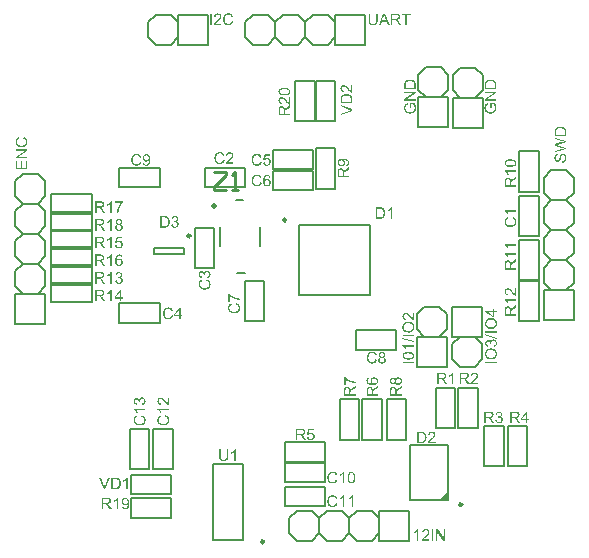
<source format=gto>
G04 Layer_Color=65535*
%FSLAX25Y25*%
%MOIN*%
G70*
G01*
G75*
%ADD20C,0.00787*%
%ADD26C,0.00984*%
%ADD27C,0.01968*%
%ADD28C,0.01000*%
G36*
X128740Y51954D02*
X127941Y51449D01*
X127935D01*
X127924Y51438D01*
X127908Y51427D01*
X127885Y51410D01*
X127824Y51372D01*
X127747Y51322D01*
X127664Y51261D01*
X127575Y51200D01*
X127491Y51139D01*
X127414Y51083D01*
X127408Y51077D01*
X127386Y51061D01*
X127353Y51033D01*
X127314Y50994D01*
X127231Y50911D01*
X127192Y50867D01*
X127158Y50822D01*
X127153Y50817D01*
X127147Y50805D01*
X127136Y50783D01*
X127120Y50750D01*
X127103Y50717D01*
X127086Y50678D01*
X127058Y50589D01*
Y50583D01*
X127053Y50572D01*
Y50550D01*
X127047Y50522D01*
X127042Y50484D01*
Y50439D01*
X127036Y50378D01*
Y50311D01*
Y49723D01*
X128740D01*
Y49213D01*
X124900D01*
Y50911D01*
Y50916D01*
Y50933D01*
Y50961D01*
Y50994D01*
X124905Y51038D01*
Y51089D01*
X124911Y51205D01*
X124927Y51327D01*
X124944Y51460D01*
X124972Y51582D01*
X124988Y51644D01*
X125005Y51693D01*
Y51699D01*
X125011Y51705D01*
X125027Y51738D01*
X125049Y51788D01*
X125088Y51849D01*
X125138Y51915D01*
X125205Y51988D01*
X125283Y52054D01*
X125371Y52121D01*
X125377D01*
X125382Y52126D01*
X125416Y52149D01*
X125471Y52171D01*
X125543Y52204D01*
X125627Y52232D01*
X125726Y52260D01*
X125832Y52276D01*
X125949Y52282D01*
X125987D01*
X126015Y52276D01*
X126054D01*
X126093Y52271D01*
X126187Y52249D01*
X126298Y52215D01*
X126415Y52171D01*
X126531Y52104D01*
X126587Y52060D01*
X126642Y52015D01*
X126648Y52010D01*
X126653Y52004D01*
X126670Y51988D01*
X126687Y51965D01*
X126709Y51938D01*
X126731Y51904D01*
X126759Y51860D01*
X126792Y51815D01*
X126820Y51760D01*
X126848Y51699D01*
X126881Y51632D01*
X126909Y51560D01*
X126931Y51477D01*
X126959Y51394D01*
X126975Y51299D01*
X126992Y51200D01*
X126997Y51211D01*
X127009Y51233D01*
X127031Y51266D01*
X127053Y51310D01*
X127114Y51410D01*
X127153Y51460D01*
X127186Y51505D01*
X127197Y51516D01*
X127225Y51544D01*
X127269Y51588D01*
X127325Y51644D01*
X127403Y51705D01*
X127486Y51777D01*
X127586Y51849D01*
X127697Y51926D01*
X128740Y52587D01*
Y51954D01*
D02*
G37*
G36*
X127730Y55406D02*
X127769Y55401D01*
X127819Y55395D01*
X127874Y55384D01*
X127935Y55368D01*
X128063Y55329D01*
X128135Y55301D01*
X128202Y55262D01*
X128274Y55223D01*
X128341Y55179D01*
X128407Y55123D01*
X128474Y55062D01*
X128479Y55057D01*
X128490Y55046D01*
X128507Y55029D01*
X128524Y55001D01*
X128551Y54962D01*
X128579Y54924D01*
X128607Y54874D01*
X128640Y54818D01*
X128674Y54757D01*
X128701Y54685D01*
X128729Y54607D01*
X128757Y54530D01*
X128773Y54441D01*
X128790Y54346D01*
X128801Y54252D01*
X128807Y54147D01*
Y54141D01*
Y54119D01*
Y54091D01*
X128801Y54052D01*
X128796Y54002D01*
X128790Y53947D01*
X128779Y53886D01*
X128762Y53819D01*
X128724Y53669D01*
X128696Y53592D01*
X128668Y53519D01*
X128629Y53442D01*
X128585Y53364D01*
X128535Y53292D01*
X128474Y53225D01*
X128468Y53220D01*
X128457Y53209D01*
X128440Y53192D01*
X128413Y53170D01*
X128379Y53148D01*
X128341Y53114D01*
X128296Y53087D01*
X128241Y53053D01*
X128185Y53020D01*
X128119Y52992D01*
X127980Y52937D01*
X127897Y52914D01*
X127813Y52898D01*
X127725Y52887D01*
X127636Y52881D01*
X127597D01*
X127575Y52887D01*
X127541D01*
X127503Y52892D01*
X127414Y52903D01*
X127314Y52925D01*
X127214Y52959D01*
X127109Y53009D01*
X127009Y53070D01*
X127003D01*
X126997Y53081D01*
X126970Y53103D01*
X126925Y53148D01*
X126870Y53209D01*
X126814Y53286D01*
X126753Y53381D01*
X126703Y53486D01*
X126664Y53614D01*
Y53608D01*
X126659Y53603D01*
X126653Y53586D01*
X126642Y53564D01*
X126620Y53514D01*
X126587Y53447D01*
X126542Y53375D01*
X126487Y53303D01*
X126426Y53236D01*
X126359Y53175D01*
X126348Y53170D01*
X126326Y53153D01*
X126281Y53131D01*
X126226Y53109D01*
X126154Y53081D01*
X126071Y53059D01*
X125976Y53042D01*
X125876Y53036D01*
X125838D01*
X125804Y53042D01*
X125771Y53048D01*
X125726Y53053D01*
X125632Y53075D01*
X125521Y53109D01*
X125405Y53164D01*
X125344Y53197D01*
X125283Y53236D01*
X125227Y53286D01*
X125171Y53336D01*
X125166Y53342D01*
X125160Y53353D01*
X125144Y53370D01*
X125127Y53392D01*
X125105Y53420D01*
X125083Y53458D01*
X125055Y53503D01*
X125027Y53547D01*
X124999Y53603D01*
X124972Y53664D01*
X124950Y53730D01*
X124927Y53802D01*
X124894Y53958D01*
X124889Y54047D01*
X124883Y54136D01*
Y54141D01*
Y54158D01*
Y54185D01*
X124889Y54219D01*
X124894Y54263D01*
X124900Y54313D01*
X124905Y54369D01*
X124922Y54424D01*
X124955Y54557D01*
X125005Y54690D01*
X125038Y54757D01*
X125077Y54824D01*
X125127Y54885D01*
X125177Y54946D01*
X125183Y54951D01*
X125188Y54957D01*
X125205Y54974D01*
X125227Y54996D01*
X125260Y55018D01*
X125294Y55046D01*
X125377Y55101D01*
X125482Y55157D01*
X125604Y55207D01*
X125743Y55246D01*
X125815Y55251D01*
X125893Y55257D01*
X125937D01*
X125987Y55251D01*
X126048Y55240D01*
X126126Y55223D01*
X126204Y55195D01*
X126281Y55162D01*
X126359Y55112D01*
X126370Y55107D01*
X126392Y55085D01*
X126426Y55051D01*
X126470Y55007D01*
X126520Y54946D01*
X126570Y54874D01*
X126620Y54790D01*
X126664Y54690D01*
Y54696D01*
X126670Y54707D01*
X126676Y54724D01*
X126687Y54746D01*
X126714Y54813D01*
X126753Y54890D01*
X126809Y54974D01*
X126870Y55062D01*
X126947Y55146D01*
X127036Y55223D01*
X127042D01*
X127047Y55229D01*
X127081Y55251D01*
X127136Y55284D01*
X127208Y55318D01*
X127297Y55351D01*
X127403Y55384D01*
X127519Y55406D01*
X127647Y55412D01*
X127697D01*
X127730Y55406D01*
D02*
G37*
G36*
X113386Y51954D02*
X112587Y51449D01*
X112581D01*
X112570Y51438D01*
X112553Y51427D01*
X112531Y51410D01*
X112470Y51372D01*
X112392Y51322D01*
X112309Y51261D01*
X112220Y51200D01*
X112137Y51139D01*
X112059Y51083D01*
X112054Y51077D01*
X112032Y51061D01*
X111998Y51033D01*
X111960Y50994D01*
X111876Y50911D01*
X111837Y50867D01*
X111804Y50822D01*
X111799Y50817D01*
X111793Y50805D01*
X111782Y50783D01*
X111765Y50750D01*
X111749Y50717D01*
X111732Y50678D01*
X111704Y50589D01*
Y50583D01*
X111699Y50572D01*
Y50550D01*
X111693Y50522D01*
X111688Y50484D01*
Y50439D01*
X111682Y50378D01*
Y50311D01*
Y49723D01*
X113386D01*
Y49213D01*
X109545D01*
Y50911D01*
Y50916D01*
Y50933D01*
Y50961D01*
Y50994D01*
X109551Y51038D01*
Y51089D01*
X109556Y51205D01*
X109573Y51327D01*
X109590Y51460D01*
X109617Y51582D01*
X109634Y51644D01*
X109651Y51693D01*
Y51699D01*
X109656Y51705D01*
X109673Y51738D01*
X109695Y51788D01*
X109734Y51849D01*
X109784Y51915D01*
X109851Y51988D01*
X109928Y52054D01*
X110017Y52121D01*
X110022D01*
X110028Y52126D01*
X110061Y52149D01*
X110117Y52171D01*
X110189Y52204D01*
X110272Y52232D01*
X110372Y52260D01*
X110478Y52276D01*
X110594Y52282D01*
X110633D01*
X110661Y52276D01*
X110700D01*
X110739Y52271D01*
X110833Y52249D01*
X110944Y52215D01*
X111060Y52171D01*
X111177Y52104D01*
X111232Y52060D01*
X111288Y52015D01*
X111293Y52010D01*
X111299Y52004D01*
X111316Y51988D01*
X111332Y51965D01*
X111354Y51938D01*
X111377Y51904D01*
X111405Y51860D01*
X111438Y51815D01*
X111466Y51760D01*
X111493Y51699D01*
X111527Y51632D01*
X111554Y51560D01*
X111576Y51477D01*
X111604Y51394D01*
X111621Y51299D01*
X111638Y51200D01*
X111643Y51211D01*
X111654Y51233D01*
X111676Y51266D01*
X111699Y51310D01*
X111760Y51410D01*
X111799Y51460D01*
X111832Y51505D01*
X111843Y51516D01*
X111871Y51544D01*
X111915Y51588D01*
X111971Y51644D01*
X112048Y51705D01*
X112132Y51777D01*
X112231Y51849D01*
X112342Y51926D01*
X113386Y52587D01*
Y51954D01*
D02*
G37*
G36*
X109973Y55401D02*
X109984Y55390D01*
X110006Y55368D01*
X110039Y55345D01*
X110078Y55312D01*
X110122Y55268D01*
X110178Y55223D01*
X110245Y55173D01*
X110311Y55123D01*
X110389Y55062D01*
X110478Y55001D01*
X110566Y54940D01*
X110666Y54874D01*
X110772Y54807D01*
X110888Y54740D01*
X111005Y54674D01*
X111010Y54668D01*
X111033Y54657D01*
X111066Y54641D01*
X111116Y54613D01*
X111177Y54585D01*
X111243Y54552D01*
X111321Y54513D01*
X111410Y54474D01*
X111510Y54430D01*
X111610Y54380D01*
X111721Y54335D01*
X111837Y54291D01*
X112076Y54202D01*
X112331Y54119D01*
X112337D01*
X112354Y54113D01*
X112381Y54108D01*
X112415Y54097D01*
X112459Y54085D01*
X112514Y54074D01*
X112575Y54058D01*
X112642Y54047D01*
X112720Y54030D01*
X112803Y54013D01*
X112981Y53986D01*
X113175Y53958D01*
X113386Y53941D01*
Y53458D01*
X113341D01*
X113308Y53464D01*
X113264D01*
X113208Y53469D01*
X113147Y53475D01*
X113081Y53481D01*
X113003Y53492D01*
X112925Y53503D01*
X112831Y53519D01*
X112736Y53536D01*
X112637Y53553D01*
X112526Y53575D01*
X112298Y53630D01*
X112293D01*
X112270Y53636D01*
X112237Y53647D01*
X112187Y53664D01*
X112132Y53680D01*
X112065Y53702D01*
X111987Y53725D01*
X111904Y53758D01*
X111810Y53791D01*
X111715Y53825D01*
X111504Y53908D01*
X111282Y54008D01*
X111060Y54119D01*
X111055Y54124D01*
X111033Y54136D01*
X111005Y54152D01*
X110960Y54174D01*
X110910Y54202D01*
X110849Y54241D01*
X110783Y54280D01*
X110711Y54324D01*
X110550Y54430D01*
X110383Y54541D01*
X110211Y54668D01*
X110050Y54801D01*
Y52920D01*
X109595D01*
Y55406D01*
X109967D01*
X109973Y55401D01*
D02*
G37*
G36*
X111221Y124789D02*
X110421Y124284D01*
X110416D01*
X110405Y124273D01*
X110388Y124262D01*
X110366Y124245D01*
X110305Y124206D01*
X110227Y124156D01*
X110144Y124095D01*
X110055Y124034D01*
X109972Y123973D01*
X109894Y123918D01*
X109889Y123912D01*
X109866Y123895D01*
X109833Y123868D01*
X109794Y123829D01*
X109711Y123746D01*
X109672Y123701D01*
X109639Y123657D01*
X109633Y123651D01*
X109628Y123640D01*
X109616Y123618D01*
X109600Y123585D01*
X109583Y123551D01*
X109567Y123512D01*
X109539Y123424D01*
Y123418D01*
X109533Y123407D01*
Y123385D01*
X109528Y123357D01*
X109522Y123318D01*
Y123274D01*
X109517Y123213D01*
Y123146D01*
Y122558D01*
X111221D01*
Y122047D01*
X107380D01*
Y123746D01*
Y123751D01*
Y123768D01*
Y123795D01*
Y123829D01*
X107385Y123873D01*
Y123923D01*
X107391Y124040D01*
X107408Y124162D01*
X107424Y124295D01*
X107452Y124417D01*
X107469Y124478D01*
X107485Y124528D01*
Y124534D01*
X107491Y124539D01*
X107508Y124573D01*
X107530Y124622D01*
X107569Y124683D01*
X107618Y124750D01*
X107685Y124822D01*
X107763Y124889D01*
X107852Y124955D01*
X107857D01*
X107863Y124961D01*
X107896Y124983D01*
X107951Y125005D01*
X108024Y125039D01*
X108107Y125066D01*
X108207Y125094D01*
X108312Y125111D01*
X108429Y125116D01*
X108468D01*
X108495Y125111D01*
X108534D01*
X108573Y125105D01*
X108668Y125083D01*
X108779Y125050D01*
X108895Y125005D01*
X109012Y124939D01*
X109067Y124894D01*
X109123Y124850D01*
X109128Y124844D01*
X109134Y124839D01*
X109150Y124822D01*
X109167Y124800D01*
X109189Y124772D01*
X109211Y124739D01*
X109239Y124695D01*
X109272Y124650D01*
X109300Y124595D01*
X109328Y124534D01*
X109361Y124467D01*
X109389Y124395D01*
X109411Y124312D01*
X109439Y124228D01*
X109456Y124134D01*
X109472Y124034D01*
X109478Y124045D01*
X109489Y124067D01*
X109511Y124101D01*
X109533Y124145D01*
X109594Y124245D01*
X109633Y124295D01*
X109667Y124339D01*
X109678Y124351D01*
X109705Y124378D01*
X109750Y124423D01*
X109805Y124478D01*
X109883Y124539D01*
X109966Y124611D01*
X110066Y124683D01*
X110177Y124761D01*
X111221Y125422D01*
Y124789D01*
D02*
G37*
G36*
X166929Y123876D02*
X163927D01*
X163932Y123870D01*
X163954Y123843D01*
X163988Y123809D01*
X164026Y123754D01*
X164076Y123693D01*
X164132Y123615D01*
X164193Y123526D01*
X164254Y123426D01*
Y123421D01*
X164260Y123415D01*
X164282Y123382D01*
X164310Y123327D01*
X164343Y123260D01*
X164382Y123182D01*
X164420Y123099D01*
X164459Y123016D01*
X164493Y122933D01*
X164038D01*
Y122938D01*
X164026Y122949D01*
X164021Y122971D01*
X164004Y122999D01*
X163988Y123032D01*
X163965Y123071D01*
X163910Y123166D01*
X163849Y123277D01*
X163771Y123388D01*
X163682Y123504D01*
X163588Y123621D01*
X163583Y123626D01*
X163577Y123632D01*
X163560Y123648D01*
X163544Y123671D01*
X163488Y123721D01*
X163421Y123787D01*
X163344Y123854D01*
X163255Y123926D01*
X163166Y123987D01*
X163072Y124042D01*
Y124348D01*
X166929D01*
Y123876D01*
D02*
G37*
G36*
X165209Y128061D02*
X165275D01*
X165347Y128055D01*
X165425Y128050D01*
X165603Y128033D01*
X165786Y128005D01*
X165963Y127972D01*
X166047Y127950D01*
X166130Y127922D01*
X166136D01*
X166147Y127916D01*
X166169Y127905D01*
X166197Y127894D01*
X166235Y127883D01*
X166274Y127861D01*
X166369Y127816D01*
X166469Y127761D01*
X166579Y127689D01*
X166679Y127606D01*
X166774Y127506D01*
Y127500D01*
X166785Y127495D01*
X166796Y127478D01*
X166807Y127456D01*
X166824Y127428D01*
X166846Y127400D01*
X166885Y127317D01*
X166924Y127217D01*
X166962Y127101D01*
X166985Y126962D01*
X166996Y126812D01*
Y126806D01*
Y126790D01*
Y126756D01*
X166990Y126718D01*
X166985Y126673D01*
X166973Y126618D01*
X166962Y126557D01*
X166946Y126490D01*
X166924Y126423D01*
X166901Y126351D01*
X166868Y126279D01*
X166829Y126207D01*
X166785Y126135D01*
X166729Y126063D01*
X166668Y125996D01*
X166602Y125935D01*
X166596Y125929D01*
X166579Y125918D01*
X166552Y125902D01*
X166507Y125874D01*
X166457Y125846D01*
X166391Y125819D01*
X166313Y125780D01*
X166224Y125746D01*
X166124Y125713D01*
X166008Y125680D01*
X165880Y125646D01*
X165736Y125619D01*
X165580Y125591D01*
X165414Y125574D01*
X165231Y125563D01*
X165037Y125558D01*
X164926D01*
X164865Y125563D01*
X164798D01*
X164726Y125569D01*
X164643Y125574D01*
X164471Y125591D01*
X164287Y125619D01*
X164104Y125652D01*
X164021Y125674D01*
X163938Y125696D01*
X163932D01*
X163921Y125702D01*
X163899Y125713D01*
X163871Y125724D01*
X163832Y125735D01*
X163793Y125757D01*
X163699Y125802D01*
X163599Y125857D01*
X163494Y125929D01*
X163388Y126013D01*
X163299Y126113D01*
Y126118D01*
X163288Y126124D01*
X163277Y126140D01*
X163266Y126163D01*
X163244Y126190D01*
X163227Y126224D01*
X163183Y126307D01*
X163144Y126407D01*
X163105Y126523D01*
X163083Y126662D01*
X163072Y126812D01*
Y126818D01*
Y126823D01*
Y126840D01*
Y126862D01*
X163077Y126923D01*
X163089Y126995D01*
X163105Y127078D01*
X163127Y127167D01*
X163155Y127261D01*
X163199Y127350D01*
Y127356D01*
X163205Y127361D01*
X163222Y127389D01*
X163250Y127434D01*
X163288Y127489D01*
X163344Y127550D01*
X163405Y127617D01*
X163477Y127678D01*
X163560Y127739D01*
X163571Y127744D01*
X163599Y127767D01*
X163649Y127789D01*
X163721Y127828D01*
X163804Y127861D01*
X163899Y127905D01*
X164010Y127944D01*
X164132Y127977D01*
X164137D01*
X164149Y127983D01*
X164165Y127989D01*
X164193Y127994D01*
X164226Y128000D01*
X164265Y128005D01*
X164315Y128016D01*
X164371Y128022D01*
X164432Y128033D01*
X164498Y128039D01*
X164576Y128044D01*
X164654Y128055D01*
X164742Y128061D01*
X164831D01*
X164931Y128066D01*
X165148D01*
X165209Y128061D01*
D02*
G37*
G36*
X109406Y128241D02*
X109478D01*
X109561Y128235D01*
X109644Y128224D01*
X109833Y128208D01*
X110033Y128180D01*
X110222Y128141D01*
X110316Y128113D01*
X110399Y128086D01*
X110405D01*
X110416Y128080D01*
X110438Y128069D01*
X110471Y128058D01*
X110504Y128041D01*
X110549Y128019D01*
X110643Y127963D01*
X110749Y127897D01*
X110860Y127819D01*
X110965Y127719D01*
X111059Y127608D01*
Y127603D01*
X111071Y127592D01*
X111082Y127575D01*
X111093Y127553D01*
X111109Y127520D01*
X111132Y127486D01*
X111154Y127442D01*
X111170Y127397D01*
X111215Y127292D01*
X111254Y127164D01*
X111276Y127026D01*
X111287Y126870D01*
Y126865D01*
Y126848D01*
Y126826D01*
X111282Y126798D01*
Y126759D01*
X111276Y126715D01*
X111254Y126609D01*
X111226Y126493D01*
X111182Y126371D01*
X111121Y126249D01*
X111082Y126188D01*
X111037Y126132D01*
X111032Y126127D01*
X111026Y126121D01*
X111010Y126104D01*
X110993Y126088D01*
X110965Y126065D01*
X110932Y126038D01*
X110854Y125982D01*
X110754Y125927D01*
X110632Y125871D01*
X110493Y125827D01*
X110333Y125794D01*
X110294Y126249D01*
X110299D01*
X110310Y126254D01*
X110321D01*
X110344Y126260D01*
X110405Y126276D01*
X110471Y126298D01*
X110549Y126326D01*
X110627Y126365D01*
X110699Y126409D01*
X110760Y126465D01*
X110765Y126471D01*
X110782Y126493D01*
X110804Y126532D01*
X110826Y126576D01*
X110854Y126637D01*
X110876Y126709D01*
X110893Y126793D01*
X110899Y126881D01*
Y126892D01*
Y126920D01*
X110893Y126959D01*
X110888Y127009D01*
X110876Y127070D01*
X110860Y127131D01*
X110837Y127198D01*
X110804Y127259D01*
X110799Y127264D01*
X110788Y127286D01*
X110765Y127320D01*
X110732Y127353D01*
X110693Y127397D01*
X110649Y127442D01*
X110599Y127486D01*
X110538Y127531D01*
X110532Y127536D01*
X110504Y127547D01*
X110466Y127569D01*
X110416Y127592D01*
X110349Y127619D01*
X110271Y127647D01*
X110183Y127675D01*
X110083Y127703D01*
X110077D01*
X110072Y127708D01*
X110055D01*
X110033Y127714D01*
X109977Y127725D01*
X109905Y127742D01*
X109816Y127753D01*
X109722Y127764D01*
X109616Y127769D01*
X109505Y127775D01*
X109411D01*
X109422Y127769D01*
X109450Y127747D01*
X109489Y127714D01*
X109544Y127675D01*
X109600Y127619D01*
X109661Y127553D01*
X109722Y127475D01*
X109777Y127386D01*
X109783Y127375D01*
X109800Y127342D01*
X109822Y127292D01*
X109844Y127231D01*
X109872Y127148D01*
X109894Y127059D01*
X109911Y126959D01*
X109916Y126854D01*
Y126848D01*
Y126831D01*
Y126809D01*
X109911Y126776D01*
X109905Y126731D01*
X109900Y126687D01*
X109889Y126631D01*
X109872Y126576D01*
X109833Y126448D01*
X109805Y126382D01*
X109772Y126315D01*
X109733Y126243D01*
X109683Y126176D01*
X109633Y126110D01*
X109572Y126049D01*
X109567Y126043D01*
X109555Y126032D01*
X109539Y126021D01*
X109511Y125999D01*
X109472Y125971D01*
X109433Y125943D01*
X109383Y125916D01*
X109328Y125888D01*
X109267Y125855D01*
X109200Y125827D01*
X109123Y125799D01*
X109045Y125771D01*
X108956Y125749D01*
X108862Y125738D01*
X108767Y125727D01*
X108662Y125721D01*
X108606D01*
X108568Y125727D01*
X108518Y125732D01*
X108457Y125738D01*
X108396Y125749D01*
X108323Y125766D01*
X108179Y125805D01*
X108101Y125832D01*
X108018Y125866D01*
X107940Y125905D01*
X107868Y125954D01*
X107791Y126004D01*
X107724Y126065D01*
X107718Y126071D01*
X107707Y126082D01*
X107691Y126099D01*
X107668Y126127D01*
X107641Y126160D01*
X107607Y126204D01*
X107580Y126249D01*
X107541Y126304D01*
X107508Y126360D01*
X107480Y126426D01*
X107419Y126576D01*
X107396Y126654D01*
X107380Y126742D01*
X107369Y126831D01*
X107363Y126926D01*
Y126931D01*
Y126942D01*
Y126964D01*
X107369Y126992D01*
Y127020D01*
X107374Y127059D01*
X107391Y127153D01*
X107413Y127259D01*
X107452Y127375D01*
X107502Y127492D01*
X107569Y127608D01*
Y127614D01*
X107580Y127619D01*
X107591Y127636D01*
X107607Y127658D01*
X107652Y127714D01*
X107713Y127786D01*
X107796Y127858D01*
X107896Y127941D01*
X108013Y128014D01*
X108146Y128080D01*
X108151D01*
X108162Y128086D01*
X108185Y128097D01*
X108212Y128108D01*
X108251Y128119D01*
X108301Y128136D01*
X108357Y128147D01*
X108418Y128163D01*
X108490Y128180D01*
X108573Y128197D01*
X108662Y128208D01*
X108756Y128219D01*
X108862Y128230D01*
X108973Y128241D01*
X109095Y128247D01*
X109345D01*
X109406Y128241D01*
D02*
G37*
G36*
X166929Y121639D02*
X166130Y121134D01*
X166124D01*
X166113Y121123D01*
X166097Y121112D01*
X166074Y121095D01*
X166013Y121057D01*
X165936Y121007D01*
X165852Y120946D01*
X165764Y120885D01*
X165680Y120824D01*
X165603Y120768D01*
X165597Y120762D01*
X165575Y120746D01*
X165542Y120718D01*
X165503Y120679D01*
X165419Y120596D01*
X165381Y120552D01*
X165347Y120507D01*
X165342Y120502D01*
X165336Y120491D01*
X165325Y120468D01*
X165308Y120435D01*
X165292Y120402D01*
X165275Y120363D01*
X165247Y120274D01*
Y120268D01*
X165242Y120257D01*
Y120235D01*
X165236Y120207D01*
X165231Y120169D01*
Y120124D01*
X165225Y120063D01*
Y119997D01*
Y119408D01*
X166929D01*
Y118898D01*
X163089D01*
Y120596D01*
Y120601D01*
Y120618D01*
Y120646D01*
Y120679D01*
X163094Y120724D01*
Y120773D01*
X163100Y120890D01*
X163116Y121012D01*
X163133Y121145D01*
X163161Y121267D01*
X163177Y121328D01*
X163194Y121379D01*
Y121384D01*
X163199Y121390D01*
X163216Y121423D01*
X163238Y121473D01*
X163277Y121534D01*
X163327Y121600D01*
X163394Y121673D01*
X163471Y121739D01*
X163560Y121806D01*
X163566D01*
X163571Y121811D01*
X163605Y121834D01*
X163660Y121856D01*
X163732Y121889D01*
X163816Y121917D01*
X163916Y121945D01*
X164021Y121961D01*
X164137Y121967D01*
X164176D01*
X164204Y121961D01*
X164243D01*
X164282Y121956D01*
X164376Y121933D01*
X164487Y121900D01*
X164604Y121856D01*
X164720Y121789D01*
X164776Y121745D01*
X164831Y121700D01*
X164837Y121695D01*
X164842Y121689D01*
X164859Y121673D01*
X164876Y121650D01*
X164898Y121623D01*
X164920Y121589D01*
X164948Y121545D01*
X164981Y121501D01*
X165009Y121445D01*
X165037Y121384D01*
X165070Y121317D01*
X165098Y121245D01*
X165120Y121162D01*
X165148Y121079D01*
X165164Y120984D01*
X165181Y120885D01*
X165186Y120896D01*
X165198Y120918D01*
X165220Y120951D01*
X165242Y120995D01*
X165303Y121095D01*
X165342Y121145D01*
X165375Y121190D01*
X165386Y121201D01*
X165414Y121229D01*
X165458Y121273D01*
X165514Y121328D01*
X165592Y121390D01*
X165675Y121462D01*
X165775Y121534D01*
X165886Y121612D01*
X166929Y122272D01*
Y121639D01*
D02*
G37*
G36*
X119717Y55401D02*
X119751D01*
X119839Y55384D01*
X119945Y55368D01*
X120056Y55340D01*
X120178Y55301D01*
X120294Y55246D01*
X120300D01*
X120306Y55240D01*
X120322Y55229D01*
X120344Y55218D01*
X120400Y55184D01*
X120472Y55134D01*
X120550Y55073D01*
X120627Y55001D01*
X120705Y54913D01*
X120772Y54818D01*
Y54813D01*
X120777Y54807D01*
X120788Y54790D01*
X120794Y54768D01*
X120822Y54713D01*
X120850Y54641D01*
X120883Y54546D01*
X120905Y54441D01*
X120927Y54324D01*
X120933Y54197D01*
Y54191D01*
Y54169D01*
X120927Y54141D01*
Y54097D01*
X120922Y54047D01*
X120911Y53991D01*
X120894Y53925D01*
X120877Y53858D01*
X120855Y53780D01*
X120827Y53702D01*
X120794Y53625D01*
X120750Y53542D01*
X120700Y53464D01*
X120644Y53386D01*
X120578Y53308D01*
X120500Y53236D01*
X120494Y53231D01*
X120478Y53220D01*
X120455Y53203D01*
X120417Y53181D01*
X120367Y53148D01*
X120311Y53120D01*
X120239Y53087D01*
X120161Y53053D01*
X120067Y53014D01*
X119962Y52981D01*
X119845Y52953D01*
X119717Y52925D01*
X119573Y52898D01*
X119418Y52881D01*
X119251Y52870D01*
X119073Y52864D01*
X119024D01*
X118968Y52870D01*
X118890D01*
X118801Y52876D01*
X118696Y52887D01*
X118579Y52898D01*
X118452Y52914D01*
X118324Y52937D01*
X118185Y52964D01*
X118052Y52998D01*
X117919Y53036D01*
X117791Y53087D01*
X117669Y53142D01*
X117553Y53203D01*
X117453Y53275D01*
X117447Y53281D01*
X117436Y53292D01*
X117414Y53314D01*
X117381Y53342D01*
X117347Y53375D01*
X117314Y53420D01*
X117270Y53475D01*
X117231Y53531D01*
X117192Y53597D01*
X117148Y53669D01*
X117114Y53752D01*
X117076Y53836D01*
X117048Y53930D01*
X117025Y54030D01*
X117014Y54136D01*
X117009Y54246D01*
Y54252D01*
Y54269D01*
Y54291D01*
X117014Y54324D01*
Y54363D01*
X117020Y54407D01*
X117042Y54513D01*
X117070Y54629D01*
X117114Y54751D01*
X117181Y54874D01*
X117220Y54935D01*
X117264Y54990D01*
X117270Y54996D01*
X117275Y55001D01*
X117292Y55018D01*
X117309Y55035D01*
X117336Y55062D01*
X117370Y55085D01*
X117447Y55146D01*
X117547Y55207D01*
X117669Y55262D01*
X117808Y55312D01*
X117964Y55345D01*
X118002Y54874D01*
X117997D01*
X117991Y54868D01*
X117958Y54862D01*
X117908Y54846D01*
X117847Y54824D01*
X117780Y54801D01*
X117714Y54768D01*
X117653Y54729D01*
X117603Y54690D01*
X117592Y54679D01*
X117569Y54657D01*
X117536Y54618D01*
X117497Y54563D01*
X117464Y54491D01*
X117431Y54413D01*
X117409Y54319D01*
X117397Y54219D01*
Y54208D01*
Y54180D01*
X117403Y54136D01*
X117414Y54085D01*
X117431Y54019D01*
X117453Y53952D01*
X117481Y53886D01*
X117525Y53819D01*
X117531Y53808D01*
X117553Y53780D01*
X117592Y53741D01*
X117647Y53691D01*
X117714Y53636D01*
X117791Y53575D01*
X117891Y53519D01*
X118002Y53464D01*
X118008D01*
X118019Y53458D01*
X118036Y53453D01*
X118058Y53442D01*
X118091Y53436D01*
X118130Y53425D01*
X118174Y53414D01*
X118230Y53403D01*
X118291Y53386D01*
X118358Y53375D01*
X118430Y53364D01*
X118507Y53359D01*
X118596Y53347D01*
X118685Y53342D01*
X118785Y53336D01*
X118885D01*
X118879Y53342D01*
X118846Y53364D01*
X118801Y53403D01*
X118746Y53453D01*
X118679Y53508D01*
X118618Y53580D01*
X118557Y53658D01*
X118502Y53747D01*
Y53752D01*
X118496Y53758D01*
X118480Y53791D01*
X118463Y53841D01*
X118435Y53908D01*
X118413Y53986D01*
X118396Y54074D01*
X118380Y54169D01*
X118374Y54269D01*
Y54274D01*
Y54291D01*
Y54313D01*
X118380Y54346D01*
X118385Y54391D01*
X118391Y54435D01*
X118402Y54491D01*
X118419Y54546D01*
X118457Y54674D01*
X118485Y54740D01*
X118524Y54807D01*
X118563Y54874D01*
X118607Y54946D01*
X118663Y55012D01*
X118724Y55073D01*
X118729Y55079D01*
X118740Y55090D01*
X118757Y55107D01*
X118785Y55123D01*
X118824Y55151D01*
X118863Y55179D01*
X118912Y55207D01*
X118968Y55240D01*
X119029Y55273D01*
X119096Y55301D01*
X119173Y55329D01*
X119251Y55356D01*
X119334Y55373D01*
X119429Y55390D01*
X119523Y55401D01*
X119623Y55406D01*
X119684D01*
X119717Y55401D01*
D02*
G37*
G36*
X158125Y43992D02*
X158175D01*
X158292Y43987D01*
X158414Y43970D01*
X158547Y43954D01*
X158669Y43926D01*
X158730Y43909D01*
X158780Y43893D01*
X158786D01*
X158791Y43887D01*
X158825Y43870D01*
X158874Y43848D01*
X158935Y43809D01*
X159002Y43759D01*
X159074Y43693D01*
X159141Y43615D01*
X159207Y43526D01*
Y43521D01*
X159213Y43515D01*
X159235Y43482D01*
X159257Y43426D01*
X159291Y43354D01*
X159318Y43271D01*
X159346Y43171D01*
X159363Y43066D01*
X159368Y42949D01*
Y42944D01*
Y42933D01*
Y42910D01*
X159363Y42882D01*
Y42844D01*
X159357Y42805D01*
X159335Y42711D01*
X159302Y42599D01*
X159257Y42483D01*
X159191Y42366D01*
X159146Y42311D01*
X159102Y42255D01*
X159096Y42250D01*
X159091Y42244D01*
X159074Y42228D01*
X159052Y42211D01*
X159024Y42189D01*
X158991Y42167D01*
X158947Y42139D01*
X158902Y42105D01*
X158847Y42078D01*
X158786Y42050D01*
X158719Y42017D01*
X158647Y41989D01*
X158564Y41967D01*
X158480Y41939D01*
X158386Y41922D01*
X158286Y41906D01*
X158297Y41900D01*
X158319Y41889D01*
X158353Y41867D01*
X158397Y41845D01*
X158497Y41784D01*
X158547Y41745D01*
X158591Y41712D01*
X158602Y41700D01*
X158630Y41673D01*
X158675Y41628D01*
X158730Y41573D01*
X158791Y41495D01*
X158863Y41412D01*
X158935Y41312D01*
X159013Y41201D01*
X159674Y40157D01*
X159041D01*
X158536Y40957D01*
Y40962D01*
X158525Y40973D01*
X158514Y40990D01*
X158497Y41012D01*
X158458Y41073D01*
X158408Y41151D01*
X158347Y41234D01*
X158286Y41323D01*
X158225Y41406D01*
X158170Y41484D01*
X158164Y41489D01*
X158147Y41512D01*
X158120Y41545D01*
X158081Y41584D01*
X157998Y41667D01*
X157953Y41706D01*
X157909Y41739D01*
X157903Y41745D01*
X157892Y41750D01*
X157870Y41761D01*
X157837Y41778D01*
X157803Y41795D01*
X157764Y41811D01*
X157676Y41839D01*
X157670D01*
X157659Y41845D01*
X157637D01*
X157609Y41850D01*
X157570Y41856D01*
X157526D01*
X157465Y41861D01*
X156810D01*
Y40157D01*
X156299D01*
Y43998D01*
X158081D01*
X158125Y43992D01*
D02*
G37*
G36*
X161294Y44009D02*
X161366Y43998D01*
X161455Y43981D01*
X161555Y43954D01*
X161655Y43920D01*
X161755Y43876D01*
X161760D01*
X161766Y43870D01*
X161799Y43854D01*
X161849Y43821D01*
X161905Y43782D01*
X161971Y43726D01*
X162038Y43665D01*
X162104Y43593D01*
X162160Y43510D01*
X162166Y43499D01*
X162182Y43471D01*
X162204Y43421D01*
X162232Y43360D01*
X162260Y43288D01*
X162282Y43204D01*
X162299Y43110D01*
X162304Y43016D01*
Y43005D01*
Y42971D01*
X162299Y42927D01*
X162288Y42866D01*
X162271Y42794D01*
X162243Y42716D01*
X162210Y42638D01*
X162166Y42561D01*
X162160Y42549D01*
X162143Y42527D01*
X162110Y42489D01*
X162066Y42444D01*
X162010Y42394D01*
X161944Y42339D01*
X161866Y42289D01*
X161772Y42239D01*
X161777D01*
X161788Y42233D01*
X161805Y42228D01*
X161827Y42222D01*
X161888Y42200D01*
X161966Y42167D01*
X162055Y42122D01*
X162143Y42067D01*
X162227Y41995D01*
X162304Y41911D01*
X162310Y41900D01*
X162332Y41867D01*
X162365Y41811D01*
X162399Y41739D01*
X162432Y41650D01*
X162465Y41545D01*
X162487Y41423D01*
X162493Y41290D01*
Y41284D01*
Y41267D01*
Y41240D01*
X162487Y41206D01*
X162482Y41162D01*
X162471Y41112D01*
X162460Y41057D01*
X162449Y40995D01*
X162404Y40862D01*
X162371Y40790D01*
X162338Y40724D01*
X162293Y40651D01*
X162243Y40579D01*
X162188Y40507D01*
X162121Y40440D01*
X162116Y40435D01*
X162104Y40424D01*
X162082Y40407D01*
X162055Y40385D01*
X162021Y40357D01*
X161977Y40330D01*
X161927Y40296D01*
X161866Y40268D01*
X161805Y40235D01*
X161733Y40202D01*
X161661Y40174D01*
X161577Y40146D01*
X161488Y40124D01*
X161394Y40108D01*
X161300Y40096D01*
X161194Y40091D01*
X161144D01*
X161111Y40096D01*
X161067Y40102D01*
X161017Y40108D01*
X160961Y40119D01*
X160900Y40130D01*
X160767Y40163D01*
X160628Y40218D01*
X160556Y40252D01*
X160489Y40291D01*
X160423Y40341D01*
X160356Y40391D01*
X160351Y40396D01*
X160340Y40407D01*
X160323Y40424D01*
X160306Y40446D01*
X160279Y40474D01*
X160251Y40513D01*
X160217Y40551D01*
X160184Y40602D01*
X160151Y40657D01*
X160118Y40712D01*
X160057Y40846D01*
X160007Y41001D01*
X159990Y41084D01*
X159979Y41173D01*
X160451Y41234D01*
Y41229D01*
X160456Y41217D01*
X160462Y41195D01*
X160467Y41168D01*
X160473Y41134D01*
X160484Y41095D01*
X160512Y41012D01*
X160550Y40912D01*
X160600Y40818D01*
X160656Y40729D01*
X160723Y40651D01*
X160734Y40646D01*
X160756Y40624D01*
X160800Y40596D01*
X160856Y40568D01*
X160922Y40535D01*
X161006Y40507D01*
X161100Y40485D01*
X161200Y40479D01*
X161233D01*
X161255Y40485D01*
X161316Y40490D01*
X161394Y40507D01*
X161483Y40535D01*
X161577Y40574D01*
X161672Y40629D01*
X161760Y40707D01*
X161772Y40718D01*
X161799Y40751D01*
X161833Y40801D01*
X161877Y40868D01*
X161921Y40951D01*
X161955Y41045D01*
X161982Y41157D01*
X161994Y41279D01*
Y41284D01*
Y41295D01*
Y41312D01*
X161988Y41334D01*
X161982Y41395D01*
X161966Y41467D01*
X161944Y41556D01*
X161905Y41645D01*
X161849Y41734D01*
X161777Y41817D01*
X161766Y41828D01*
X161738Y41850D01*
X161694Y41884D01*
X161633Y41922D01*
X161555Y41961D01*
X161461Y41995D01*
X161355Y42017D01*
X161239Y42028D01*
X161189D01*
X161150Y42022D01*
X161100Y42017D01*
X161045Y42006D01*
X160978Y41995D01*
X160906Y41978D01*
X160961Y42394D01*
X160989D01*
X161011Y42389D01*
X161083D01*
X161144Y42400D01*
X161216Y42411D01*
X161300Y42427D01*
X161394Y42455D01*
X161483Y42494D01*
X161577Y42544D01*
X161583D01*
X161588Y42549D01*
X161616Y42572D01*
X161655Y42611D01*
X161699Y42660D01*
X161744Y42733D01*
X161783Y42816D01*
X161810Y42910D01*
X161821Y42966D01*
Y43027D01*
Y43032D01*
Y43038D01*
Y43071D01*
X161810Y43116D01*
X161799Y43177D01*
X161777Y43243D01*
X161749Y43315D01*
X161705Y43388D01*
X161644Y43454D01*
X161638Y43460D01*
X161611Y43482D01*
X161572Y43510D01*
X161522Y43543D01*
X161455Y43571D01*
X161378Y43598D01*
X161289Y43621D01*
X161189Y43626D01*
X161144D01*
X161094Y43615D01*
X161028Y43604D01*
X160956Y43582D01*
X160883Y43554D01*
X160806Y43510D01*
X160734Y43454D01*
X160728Y43449D01*
X160706Y43421D01*
X160673Y43382D01*
X160634Y43327D01*
X160595Y43254D01*
X160556Y43166D01*
X160523Y43060D01*
X160501Y42938D01*
X160029Y43021D01*
Y43027D01*
X160034Y43044D01*
X160040Y43066D01*
X160046Y43099D01*
X160057Y43138D01*
X160073Y43182D01*
X160107Y43288D01*
X160162Y43410D01*
X160229Y43532D01*
X160312Y43648D01*
X160417Y43754D01*
X160423Y43759D01*
X160434Y43765D01*
X160451Y43776D01*
X160473Y43793D01*
X160501Y43815D01*
X160539Y43837D01*
X160578Y43859D01*
X160628Y43887D01*
X160739Y43931D01*
X160867Y43976D01*
X161017Y44004D01*
X161094Y44015D01*
X161233D01*
X161294Y44009D01*
D02*
G37*
G36*
X149857Y56985D02*
X149907D01*
X150024Y56979D01*
X150146Y56963D01*
X150279Y56946D01*
X150401Y56918D01*
X150462Y56901D01*
X150512Y56885D01*
X150518D01*
X150523Y56879D01*
X150557Y56863D01*
X150607Y56840D01*
X150668Y56801D01*
X150734Y56752D01*
X150806Y56685D01*
X150873Y56607D01*
X150940Y56519D01*
Y56513D01*
X150945Y56507D01*
X150968Y56474D01*
X150990Y56419D01*
X151023Y56346D01*
X151051Y56263D01*
X151078Y56163D01*
X151095Y56058D01*
X151101Y55941D01*
Y55936D01*
Y55925D01*
Y55902D01*
X151095Y55875D01*
Y55836D01*
X151090Y55797D01*
X151067Y55703D01*
X151034Y55592D01*
X150990Y55475D01*
X150923Y55358D01*
X150879Y55303D01*
X150834Y55247D01*
X150829Y55242D01*
X150823Y55236D01*
X150806Y55220D01*
X150784Y55203D01*
X150757Y55181D01*
X150723Y55159D01*
X150679Y55131D01*
X150634Y55098D01*
X150579Y55070D01*
X150518Y55042D01*
X150451Y55009D01*
X150379Y54981D01*
X150296Y54959D01*
X150213Y54931D01*
X150118Y54914D01*
X150018Y54898D01*
X150030Y54892D01*
X150052Y54881D01*
X150085Y54859D01*
X150129Y54837D01*
X150229Y54776D01*
X150279Y54737D01*
X150324Y54704D01*
X150335Y54693D01*
X150363Y54665D01*
X150407Y54620D01*
X150462Y54565D01*
X150523Y54487D01*
X150596Y54404D01*
X150668Y54304D01*
X150745Y54193D01*
X151406Y53150D01*
X150773D01*
X150268Y53949D01*
Y53954D01*
X150257Y53966D01*
X150246Y53982D01*
X150229Y54004D01*
X150190Y54065D01*
X150141Y54143D01*
X150079Y54226D01*
X150018Y54315D01*
X149957Y54398D01*
X149902Y54476D01*
X149896Y54482D01*
X149880Y54504D01*
X149852Y54537D01*
X149813Y54576D01*
X149730Y54659D01*
X149685Y54698D01*
X149641Y54731D01*
X149635Y54737D01*
X149624Y54742D01*
X149602Y54754D01*
X149569Y54770D01*
X149536Y54787D01*
X149497Y54804D01*
X149408Y54831D01*
X149402D01*
X149391Y54837D01*
X149369D01*
X149341Y54842D01*
X149302Y54848D01*
X149258D01*
X149197Y54853D01*
X148542D01*
Y53150D01*
X148031D01*
Y56990D01*
X149813D01*
X149857Y56985D01*
D02*
G37*
G36*
X153071Y57001D02*
X153115Y56996D01*
X153171Y56990D01*
X153232Y56979D01*
X153293Y56968D01*
X153437Y56929D01*
X153582Y56874D01*
X153654Y56840D01*
X153726Y56801D01*
X153792Y56752D01*
X153853Y56696D01*
X153859Y56691D01*
X153870Y56685D01*
X153881Y56663D01*
X153903Y56641D01*
X153931Y56613D01*
X153959Y56574D01*
X153987Y56535D01*
X154020Y56485D01*
X154076Y56380D01*
X154131Y56247D01*
X154153Y56180D01*
X154164Y56102D01*
X154175Y56024D01*
X154181Y55941D01*
Y55930D01*
Y55902D01*
X154175Y55858D01*
X154170Y55797D01*
X154159Y55730D01*
X154137Y55653D01*
X154114Y55569D01*
X154081Y55486D01*
X154076Y55475D01*
X154064Y55447D01*
X154042Y55403D01*
X154009Y55342D01*
X153964Y55275D01*
X153909Y55192D01*
X153842Y55109D01*
X153765Y55014D01*
X153753Y55003D01*
X153726Y54970D01*
X153698Y54942D01*
X153670Y54914D01*
X153637Y54881D01*
X153593Y54837D01*
X153548Y54792D01*
X153493Y54742D01*
X153437Y54687D01*
X153371Y54626D01*
X153298Y54565D01*
X153221Y54493D01*
X153132Y54421D01*
X153043Y54343D01*
X153038Y54337D01*
X153026Y54326D01*
X153004Y54310D01*
X152977Y54287D01*
X152943Y54254D01*
X152904Y54221D01*
X152816Y54149D01*
X152721Y54065D01*
X152632Y53982D01*
X152555Y53910D01*
X152522Y53882D01*
X152494Y53855D01*
X152488Y53849D01*
X152471Y53832D01*
X152449Y53810D01*
X152422Y53777D01*
X152394Y53738D01*
X152360Y53699D01*
X152294Y53605D01*
X154186D01*
Y53150D01*
X151639D01*
Y53155D01*
Y53177D01*
Y53211D01*
X151645Y53255D01*
X151650Y53305D01*
X151661Y53360D01*
X151672Y53416D01*
X151695Y53477D01*
Y53483D01*
X151700Y53488D01*
X151711Y53522D01*
X151733Y53571D01*
X151767Y53638D01*
X151811Y53716D01*
X151867Y53804D01*
X151928Y53893D01*
X152005Y53988D01*
Y53993D01*
X152016Y53999D01*
X152044Y54032D01*
X152094Y54082D01*
X152166Y54154D01*
X152250Y54237D01*
X152355Y54337D01*
X152483Y54448D01*
X152621Y54565D01*
X152627Y54570D01*
X152649Y54587D01*
X152682Y54615D01*
X152721Y54648D01*
X152771Y54693D01*
X152832Y54742D01*
X152893Y54798D01*
X152965Y54859D01*
X153104Y54992D01*
X153243Y55125D01*
X153310Y55192D01*
X153371Y55259D01*
X153426Y55320D01*
X153471Y55381D01*
Y55386D01*
X153482Y55392D01*
X153493Y55409D01*
X153504Y55431D01*
X153543Y55492D01*
X153587Y55564D01*
X153626Y55653D01*
X153665Y55747D01*
X153687Y55853D01*
X153698Y55952D01*
Y55958D01*
Y55963D01*
X153692Y55997D01*
X153687Y56052D01*
X153670Y56113D01*
X153648Y56191D01*
X153609Y56269D01*
X153559Y56346D01*
X153493Y56424D01*
X153482Y56435D01*
X153454Y56457D01*
X153415Y56485D01*
X153354Y56524D01*
X153276Y56557D01*
X153187Y56591D01*
X153082Y56613D01*
X152965Y56618D01*
X152932D01*
X152910Y56613D01*
X152843Y56607D01*
X152766Y56591D01*
X152682Y56568D01*
X152588Y56530D01*
X152499Y56480D01*
X152416Y56413D01*
X152405Y56402D01*
X152383Y56374D01*
X152349Y56330D01*
X152316Y56263D01*
X152277Y56186D01*
X152244Y56086D01*
X152222Y55975D01*
X152211Y55847D01*
X151728Y55897D01*
Y55902D01*
X151733Y55919D01*
Y55947D01*
X151739Y55986D01*
X151750Y56030D01*
X151761Y56080D01*
X151778Y56141D01*
X151794Y56202D01*
X151839Y56335D01*
X151905Y56468D01*
X151944Y56535D01*
X151994Y56602D01*
X152044Y56663D01*
X152100Y56718D01*
X152105Y56724D01*
X152116Y56729D01*
X152133Y56746D01*
X152161Y56763D01*
X152194Y56785D01*
X152233Y56807D01*
X152277Y56835D01*
X152333Y56863D01*
X152394Y56890D01*
X152460Y56918D01*
X152532Y56940D01*
X152610Y56963D01*
X152693Y56979D01*
X152782Y56996D01*
X152877Y57001D01*
X152977Y57007D01*
X153032D01*
X153071Y57001D01*
D02*
G37*
G36*
X166787Y43992D02*
X166837D01*
X166953Y43987D01*
X167075Y43970D01*
X167208Y43954D01*
X167331Y43926D01*
X167392Y43909D01*
X167441Y43893D01*
X167447D01*
X167453Y43887D01*
X167486Y43870D01*
X167536Y43848D01*
X167597Y43809D01*
X167664Y43759D01*
X167736Y43693D01*
X167802Y43615D01*
X167869Y43526D01*
Y43521D01*
X167874Y43515D01*
X167897Y43482D01*
X167919Y43426D01*
X167952Y43354D01*
X167980Y43271D01*
X168008Y43171D01*
X168024Y43066D01*
X168030Y42949D01*
Y42944D01*
Y42933D01*
Y42910D01*
X168024Y42882D01*
Y42844D01*
X168019Y42805D01*
X167997Y42711D01*
X167963Y42599D01*
X167919Y42483D01*
X167852Y42366D01*
X167808Y42311D01*
X167763Y42255D01*
X167758Y42250D01*
X167752Y42244D01*
X167736Y42228D01*
X167713Y42211D01*
X167686Y42189D01*
X167652Y42167D01*
X167608Y42139D01*
X167564Y42105D01*
X167508Y42078D01*
X167447Y42050D01*
X167380Y42017D01*
X167308Y41989D01*
X167225Y41967D01*
X167142Y41939D01*
X167047Y41922D01*
X166947Y41906D01*
X166959Y41900D01*
X166981Y41889D01*
X167014Y41867D01*
X167059Y41845D01*
X167158Y41784D01*
X167208Y41745D01*
X167253Y41712D01*
X167264Y41700D01*
X167292Y41673D01*
X167336Y41628D01*
X167392Y41573D01*
X167453Y41495D01*
X167525Y41412D01*
X167597Y41312D01*
X167675Y41201D01*
X168335Y40157D01*
X167702D01*
X167197Y40957D01*
Y40962D01*
X167186Y40973D01*
X167175Y40990D01*
X167158Y41012D01*
X167120Y41073D01*
X167070Y41151D01*
X167009Y41234D01*
X166947Y41323D01*
X166886Y41406D01*
X166831Y41484D01*
X166825Y41489D01*
X166809Y41512D01*
X166781Y41545D01*
X166742Y41584D01*
X166659Y41667D01*
X166614Y41706D01*
X166570Y41739D01*
X166565Y41745D01*
X166553Y41750D01*
X166531Y41761D01*
X166498Y41778D01*
X166465Y41795D01*
X166426Y41811D01*
X166337Y41839D01*
X166332D01*
X166320Y41845D01*
X166298D01*
X166270Y41850D01*
X166232Y41856D01*
X166187D01*
X166126Y41861D01*
X165471D01*
Y40157D01*
X164961D01*
Y43998D01*
X166742D01*
X166787Y43992D01*
D02*
G37*
G36*
X99542Y37790D02*
X98005D01*
X97800Y36752D01*
X97805Y36758D01*
X97816Y36763D01*
X97833Y36774D01*
X97861Y36791D01*
X97894Y36808D01*
X97933Y36830D01*
X98022Y36874D01*
X98133Y36919D01*
X98255Y36957D01*
X98388Y36985D01*
X98454Y36996D01*
X98577D01*
X98610Y36991D01*
X98654Y36985D01*
X98704Y36980D01*
X98760Y36968D01*
X98821Y36952D01*
X98954Y36913D01*
X99026Y36885D01*
X99098Y36846D01*
X99171Y36808D01*
X99243Y36763D01*
X99309Y36708D01*
X99376Y36647D01*
X99381Y36641D01*
X99392Y36630D01*
X99409Y36613D01*
X99431Y36586D01*
X99459Y36547D01*
X99487Y36508D01*
X99520Y36458D01*
X99553Y36402D01*
X99581Y36341D01*
X99615Y36275D01*
X99642Y36197D01*
X99670Y36119D01*
X99692Y36036D01*
X99709Y35942D01*
X99720Y35847D01*
X99726Y35748D01*
Y35742D01*
Y35725D01*
Y35698D01*
X99720Y35659D01*
X99714Y35614D01*
X99709Y35564D01*
X99698Y35503D01*
X99687Y35442D01*
X99653Y35298D01*
X99598Y35148D01*
X99564Y35070D01*
X99520Y34998D01*
X99476Y34921D01*
X99420Y34848D01*
X99415Y34843D01*
X99404Y34826D01*
X99381Y34804D01*
X99354Y34776D01*
X99315Y34743D01*
X99270Y34699D01*
X99215Y34660D01*
X99154Y34615D01*
X99087Y34571D01*
X99010Y34532D01*
X98926Y34493D01*
X98838Y34454D01*
X98743Y34427D01*
X98638Y34404D01*
X98527Y34388D01*
X98410Y34382D01*
X98360D01*
X98321Y34388D01*
X98277Y34393D01*
X98227Y34399D01*
X98166Y34404D01*
X98105Y34421D01*
X97966Y34454D01*
X97827Y34504D01*
X97755Y34538D01*
X97683Y34576D01*
X97616Y34621D01*
X97550Y34671D01*
X97544Y34676D01*
X97533Y34682D01*
X97522Y34704D01*
X97500Y34726D01*
X97472Y34754D01*
X97444Y34787D01*
X97411Y34832D01*
X97383Y34882D01*
X97350Y34932D01*
X97317Y34993D01*
X97256Y35126D01*
X97206Y35281D01*
X97189Y35365D01*
X97178Y35453D01*
X97672Y35492D01*
Y35487D01*
Y35476D01*
X97677Y35459D01*
X97683Y35431D01*
X97700Y35370D01*
X97722Y35287D01*
X97755Y35204D01*
X97800Y35109D01*
X97855Y35026D01*
X97922Y34948D01*
X97933Y34943D01*
X97955Y34921D01*
X97999Y34893D01*
X98061Y34859D01*
X98127Y34826D01*
X98210Y34798D01*
X98305Y34776D01*
X98410Y34771D01*
X98443D01*
X98466Y34776D01*
X98532Y34782D01*
X98610Y34804D01*
X98704Y34832D01*
X98799Y34876D01*
X98899Y34943D01*
X98943Y34982D01*
X98987Y35026D01*
X98993Y35032D01*
X98998Y35037D01*
X99010Y35054D01*
X99026Y35070D01*
X99065Y35131D01*
X99109Y35209D01*
X99148Y35304D01*
X99187Y35420D01*
X99215Y35559D01*
X99226Y35631D01*
Y35709D01*
Y35714D01*
Y35725D01*
Y35748D01*
X99220Y35775D01*
Y35809D01*
X99215Y35847D01*
X99198Y35936D01*
X99171Y36042D01*
X99132Y36147D01*
X99076Y36247D01*
X98998Y36341D01*
Y36347D01*
X98987Y36353D01*
X98960Y36380D01*
X98910Y36419D01*
X98843Y36463D01*
X98754Y36502D01*
X98654Y36541D01*
X98538Y36569D01*
X98471Y36580D01*
X98366D01*
X98321Y36575D01*
X98266Y36569D01*
X98199Y36552D01*
X98133Y36536D01*
X98061Y36508D01*
X97988Y36475D01*
X97983Y36469D01*
X97961Y36458D01*
X97927Y36430D01*
X97883Y36402D01*
X97838Y36364D01*
X97794Y36314D01*
X97744Y36264D01*
X97705Y36203D01*
X97261Y36264D01*
X97633Y38239D01*
X99542D01*
Y37790D01*
D02*
G37*
G36*
X120866Y51954D02*
X120067Y51449D01*
X120061D01*
X120050Y51438D01*
X120034Y51427D01*
X120011Y51410D01*
X119950Y51372D01*
X119873Y51322D01*
X119789Y51261D01*
X119701Y51200D01*
X119617Y51139D01*
X119540Y51083D01*
X119534Y51077D01*
X119512Y51061D01*
X119479Y51033D01*
X119440Y50994D01*
X119357Y50911D01*
X119318Y50867D01*
X119284Y50822D01*
X119279Y50817D01*
X119273Y50805D01*
X119262Y50783D01*
X119246Y50750D01*
X119229Y50717D01*
X119212Y50678D01*
X119185Y50589D01*
Y50583D01*
X119179Y50572D01*
Y50550D01*
X119173Y50522D01*
X119168Y50484D01*
Y50439D01*
X119162Y50378D01*
Y50311D01*
Y49723D01*
X120866D01*
Y49213D01*
X117025D01*
Y50911D01*
Y50916D01*
Y50933D01*
Y50961D01*
Y50994D01*
X117031Y51038D01*
Y51089D01*
X117037Y51205D01*
X117053Y51327D01*
X117070Y51460D01*
X117098Y51582D01*
X117114Y51644D01*
X117131Y51693D01*
Y51699D01*
X117137Y51705D01*
X117153Y51738D01*
X117175Y51788D01*
X117214Y51849D01*
X117264Y51915D01*
X117331Y51988D01*
X117409Y52054D01*
X117497Y52121D01*
X117503D01*
X117508Y52126D01*
X117542Y52149D01*
X117597Y52171D01*
X117669Y52204D01*
X117753Y52232D01*
X117852Y52260D01*
X117958Y52276D01*
X118075Y52282D01*
X118113D01*
X118141Y52276D01*
X118180D01*
X118219Y52271D01*
X118313Y52249D01*
X118424Y52215D01*
X118541Y52171D01*
X118657Y52104D01*
X118713Y52060D01*
X118768Y52015D01*
X118774Y52010D01*
X118779Y52004D01*
X118796Y51988D01*
X118813Y51965D01*
X118835Y51938D01*
X118857Y51904D01*
X118885Y51860D01*
X118918Y51815D01*
X118946Y51760D01*
X118974Y51699D01*
X119007Y51632D01*
X119035Y51560D01*
X119057Y51477D01*
X119085Y51394D01*
X119101Y51299D01*
X119118Y51200D01*
X119123Y51211D01*
X119134Y51233D01*
X119157Y51266D01*
X119179Y51310D01*
X119240Y51410D01*
X119279Y51460D01*
X119312Y51505D01*
X119323Y51516D01*
X119351Y51544D01*
X119395Y51588D01*
X119451Y51644D01*
X119529Y51705D01*
X119612Y51777D01*
X119712Y51849D01*
X119823Y51926D01*
X120866Y52587D01*
Y51954D01*
D02*
G37*
G36*
X170616Y41512D02*
X171138D01*
Y41079D01*
X170616D01*
Y40157D01*
X170144D01*
Y41079D01*
X168474D01*
Y41512D01*
X170233Y43998D01*
X170616D01*
Y41512D01*
D02*
G37*
G36*
X95330Y38284D02*
X95380D01*
X95496Y38278D01*
X95618Y38262D01*
X95752Y38245D01*
X95874Y38217D01*
X95935Y38201D01*
X95985Y38184D01*
X95990D01*
X95996Y38178D01*
X96029Y38162D01*
X96079Y38140D01*
X96140Y38101D01*
X96207Y38051D01*
X96279Y37984D01*
X96346Y37907D01*
X96412Y37818D01*
Y37812D01*
X96418Y37807D01*
X96440Y37773D01*
X96462Y37718D01*
X96495Y37646D01*
X96523Y37562D01*
X96551Y37462D01*
X96567Y37357D01*
X96573Y37240D01*
Y37235D01*
Y37224D01*
Y37202D01*
X96567Y37174D01*
Y37135D01*
X96562Y37096D01*
X96540Y37002D01*
X96507Y36891D01*
X96462Y36774D01*
X96395Y36658D01*
X96351Y36602D01*
X96307Y36547D01*
X96301Y36541D01*
X96296Y36536D01*
X96279Y36519D01*
X96257Y36502D01*
X96229Y36480D01*
X96196Y36458D01*
X96151Y36430D01*
X96107Y36397D01*
X96051Y36369D01*
X95990Y36341D01*
X95924Y36308D01*
X95852Y36280D01*
X95768Y36258D01*
X95685Y36230D01*
X95591Y36214D01*
X95491Y36197D01*
X95502Y36191D01*
X95524Y36180D01*
X95557Y36158D01*
X95602Y36136D01*
X95702Y36075D01*
X95752Y36036D01*
X95796Y36003D01*
X95807Y35992D01*
X95835Y35964D01*
X95879Y35920D01*
X95935Y35864D01*
X95996Y35786D01*
X96068Y35703D01*
X96140Y35603D01*
X96218Y35492D01*
X96878Y34449D01*
X96246D01*
X95741Y35248D01*
Y35254D01*
X95730Y35265D01*
X95718Y35281D01*
X95702Y35304D01*
X95663Y35365D01*
X95613Y35442D01*
X95552Y35526D01*
X95491Y35614D01*
X95430Y35698D01*
X95374Y35775D01*
X95369Y35781D01*
X95352Y35803D01*
X95324Y35836D01*
X95285Y35875D01*
X95202Y35958D01*
X95158Y35997D01*
X95113Y36031D01*
X95108Y36036D01*
X95097Y36042D01*
X95075Y36053D01*
X95041Y36069D01*
X95008Y36086D01*
X94969Y36103D01*
X94880Y36130D01*
X94875D01*
X94864Y36136D01*
X94841D01*
X94814Y36142D01*
X94775Y36147D01*
X94731D01*
X94669Y36153D01*
X94015D01*
Y34449D01*
X93504D01*
Y38289D01*
X95285D01*
X95330Y38284D01*
D02*
G37*
G36*
X28401Y102260D02*
X28451D01*
X28567Y102255D01*
X28689Y102238D01*
X28823Y102221D01*
X28945Y102194D01*
X29006Y102177D01*
X29056Y102160D01*
X29061D01*
X29067Y102155D01*
X29100Y102138D01*
X29150Y102116D01*
X29211Y102077D01*
X29278Y102027D01*
X29350Y101961D01*
X29416Y101883D01*
X29483Y101794D01*
Y101788D01*
X29489Y101783D01*
X29511Y101750D01*
X29533Y101694D01*
X29566Y101622D01*
X29594Y101539D01*
X29622Y101439D01*
X29638Y101333D01*
X29644Y101217D01*
Y101211D01*
Y101200D01*
Y101178D01*
X29638Y101150D01*
Y101111D01*
X29633Y101073D01*
X29611Y100978D01*
X29577Y100867D01*
X29533Y100751D01*
X29466Y100634D01*
X29422Y100579D01*
X29378Y100523D01*
X29372Y100518D01*
X29366Y100512D01*
X29350Y100495D01*
X29328Y100479D01*
X29300Y100457D01*
X29267Y100434D01*
X29222Y100407D01*
X29178Y100373D01*
X29122Y100346D01*
X29061Y100318D01*
X28995Y100285D01*
X28922Y100257D01*
X28839Y100234D01*
X28756Y100207D01*
X28662Y100190D01*
X28562Y100173D01*
X28573Y100168D01*
X28595Y100157D01*
X28628Y100135D01*
X28673Y100112D01*
X28773Y100051D01*
X28823Y100013D01*
X28867Y99979D01*
X28878Y99968D01*
X28906Y99940D01*
X28950Y99896D01*
X29006Y99840D01*
X29067Y99763D01*
X29139Y99679D01*
X29211Y99580D01*
X29289Y99469D01*
X29949Y98425D01*
X29316D01*
X28811Y99224D01*
Y99230D01*
X28800Y99241D01*
X28789Y99258D01*
X28773Y99280D01*
X28734Y99341D01*
X28684Y99419D01*
X28623Y99502D01*
X28562Y99591D01*
X28501Y99674D01*
X28445Y99752D01*
X28440Y99757D01*
X28423Y99779D01*
X28395Y99813D01*
X28356Y99852D01*
X28273Y99935D01*
X28229Y99974D01*
X28184Y100007D01*
X28179Y100013D01*
X28168Y100018D01*
X28145Y100029D01*
X28112Y100046D01*
X28079Y100063D01*
X28040Y100079D01*
X27951Y100107D01*
X27946D01*
X27935Y100112D01*
X27912D01*
X27885Y100118D01*
X27846Y100124D01*
X27801D01*
X27740Y100129D01*
X27085D01*
Y98425D01*
X26575D01*
Y102266D01*
X28356D01*
X28401Y102260D01*
D02*
G37*
G36*
X32025Y98425D02*
X31553D01*
Y101428D01*
X31548Y101422D01*
X31520Y101400D01*
X31486Y101367D01*
X31431Y101328D01*
X31370Y101278D01*
X31292Y101222D01*
X31203Y101161D01*
X31104Y101100D01*
X31098D01*
X31093Y101095D01*
X31059Y101073D01*
X31004Y101045D01*
X30937Y101012D01*
X30859Y100973D01*
X30776Y100934D01*
X30693Y100895D01*
X30610Y100862D01*
Y101317D01*
X30615D01*
X30626Y101328D01*
X30648Y101333D01*
X30676Y101350D01*
X30710Y101367D01*
X30748Y101389D01*
X30843Y101444D01*
X30954Y101505D01*
X31065Y101583D01*
X31181Y101672D01*
X31298Y101766D01*
X31303Y101772D01*
X31309Y101777D01*
X31326Y101794D01*
X31348Y101811D01*
X31398Y101866D01*
X31464Y101933D01*
X31531Y102011D01*
X31603Y102099D01*
X31664Y102188D01*
X31720Y102282D01*
X32025D01*
Y98425D01*
D02*
G37*
G36*
Y80709D02*
X31553D01*
Y83711D01*
X31548Y83706D01*
X31520Y83684D01*
X31486Y83650D01*
X31431Y83611D01*
X31370Y83561D01*
X31292Y83506D01*
X31203Y83445D01*
X31104Y83384D01*
X31098D01*
X31093Y83378D01*
X31059Y83356D01*
X31004Y83328D01*
X30937Y83295D01*
X30859Y83256D01*
X30776Y83217D01*
X30693Y83178D01*
X30610Y83145D01*
Y83600D01*
X30615D01*
X30626Y83611D01*
X30648Y83617D01*
X30676Y83634D01*
X30710Y83650D01*
X30748Y83672D01*
X30843Y83728D01*
X30954Y83789D01*
X31065Y83867D01*
X31181Y83955D01*
X31298Y84050D01*
X31303Y84055D01*
X31309Y84061D01*
X31326Y84078D01*
X31348Y84094D01*
X31398Y84150D01*
X31464Y84216D01*
X31531Y84294D01*
X31603Y84383D01*
X31664Y84472D01*
X31720Y84566D01*
X32025D01*
Y80709D01*
D02*
G37*
G36*
X35216Y82063D02*
X35738D01*
Y81630D01*
X35216D01*
Y80709D01*
X34744D01*
Y81630D01*
X33074D01*
Y82063D01*
X34833Y84549D01*
X35216D01*
Y82063D01*
D02*
G37*
G36*
X35599Y101766D02*
X34062D01*
X33856Y100728D01*
X33862Y100734D01*
X33873Y100740D01*
X33890Y100751D01*
X33917Y100767D01*
X33951Y100784D01*
X33990Y100806D01*
X34078Y100850D01*
X34189Y100895D01*
X34312Y100934D01*
X34445Y100961D01*
X34511Y100973D01*
X34633D01*
X34667Y100967D01*
X34711Y100961D01*
X34761Y100956D01*
X34817Y100945D01*
X34878Y100928D01*
X35011Y100889D01*
X35083Y100862D01*
X35155Y100823D01*
X35227Y100784D01*
X35299Y100740D01*
X35366Y100684D01*
X35433Y100623D01*
X35438Y100617D01*
X35449Y100606D01*
X35466Y100590D01*
X35488Y100562D01*
X35516Y100523D01*
X35544Y100484D01*
X35577Y100434D01*
X35610Y100379D01*
X35638Y100318D01*
X35671Y100251D01*
X35699Y100173D01*
X35727Y100096D01*
X35749Y100013D01*
X35766Y99918D01*
X35777Y99824D01*
X35782Y99724D01*
Y99718D01*
Y99702D01*
Y99674D01*
X35777Y99635D01*
X35771Y99591D01*
X35766Y99541D01*
X35754Y99480D01*
X35743Y99419D01*
X35710Y99274D01*
X35655Y99124D01*
X35621Y99047D01*
X35577Y98975D01*
X35533Y98897D01*
X35477Y98825D01*
X35471Y98819D01*
X35460Y98803D01*
X35438Y98780D01*
X35410Y98753D01*
X35372Y98719D01*
X35327Y98675D01*
X35272Y98636D01*
X35211Y98592D01*
X35144Y98547D01*
X35066Y98509D01*
X34983Y98470D01*
X34894Y98431D01*
X34800Y98403D01*
X34694Y98381D01*
X34583Y98364D01*
X34467Y98359D01*
X34417D01*
X34378Y98364D01*
X34334Y98370D01*
X34284Y98375D01*
X34223Y98381D01*
X34162Y98397D01*
X34023Y98431D01*
X33884Y98481D01*
X33812Y98514D01*
X33740Y98553D01*
X33673Y98597D01*
X33607Y98647D01*
X33601Y98653D01*
X33590Y98658D01*
X33579Y98681D01*
X33557Y98703D01*
X33529Y98730D01*
X33501Y98764D01*
X33468Y98808D01*
X33440Y98858D01*
X33407Y98908D01*
X33374Y98969D01*
X33312Y99102D01*
X33263Y99258D01*
X33246Y99341D01*
X33235Y99430D01*
X33729Y99469D01*
Y99463D01*
Y99452D01*
X33734Y99435D01*
X33740Y99408D01*
X33757Y99347D01*
X33779Y99263D01*
X33812Y99180D01*
X33856Y99086D01*
X33912Y99002D01*
X33979Y98925D01*
X33990Y98919D01*
X34012Y98897D01*
X34056Y98869D01*
X34117Y98836D01*
X34184Y98803D01*
X34267Y98775D01*
X34361Y98753D01*
X34467Y98747D01*
X34500D01*
X34522Y98753D01*
X34589Y98758D01*
X34667Y98780D01*
X34761Y98808D01*
X34855Y98852D01*
X34955Y98919D01*
X35000Y98958D01*
X35044Y99002D01*
X35050Y99008D01*
X35055Y99014D01*
X35066Y99030D01*
X35083Y99047D01*
X35122Y99108D01*
X35166Y99186D01*
X35205Y99280D01*
X35244Y99397D01*
X35272Y99535D01*
X35283Y99607D01*
Y99685D01*
Y99691D01*
Y99702D01*
Y99724D01*
X35277Y99752D01*
Y99785D01*
X35272Y99824D01*
X35255Y99913D01*
X35227Y100018D01*
X35188Y100124D01*
X35133Y100223D01*
X35055Y100318D01*
Y100323D01*
X35044Y100329D01*
X35016Y100357D01*
X34966Y100396D01*
X34900Y100440D01*
X34811Y100479D01*
X34711Y100518D01*
X34595Y100545D01*
X34528Y100556D01*
X34422D01*
X34378Y100551D01*
X34323Y100545D01*
X34256Y100529D01*
X34189Y100512D01*
X34117Y100484D01*
X34045Y100451D01*
X34040Y100445D01*
X34017Y100434D01*
X33984Y100407D01*
X33940Y100379D01*
X33895Y100340D01*
X33851Y100290D01*
X33801Y100240D01*
X33762Y100179D01*
X33318Y100240D01*
X33690Y102216D01*
X35599D01*
Y101766D01*
D02*
G37*
G36*
X34672Y96371D02*
X34711D01*
X34756Y96366D01*
X34861Y96344D01*
X34977Y96316D01*
X35100Y96272D01*
X35222Y96205D01*
X35283Y96166D01*
X35338Y96122D01*
X35344Y96116D01*
X35349Y96110D01*
X35366Y96094D01*
X35383Y96077D01*
X35410Y96049D01*
X35433Y96016D01*
X35494Y95938D01*
X35555Y95839D01*
X35610Y95717D01*
X35660Y95578D01*
X35693Y95422D01*
X35222Y95384D01*
Y95389D01*
X35216Y95395D01*
X35211Y95428D01*
X35194Y95478D01*
X35172Y95539D01*
X35149Y95605D01*
X35116Y95672D01*
X35077Y95733D01*
X35039Y95783D01*
X35027Y95794D01*
X35005Y95816D01*
X34966Y95850D01*
X34911Y95889D01*
X34839Y95922D01*
X34761Y95955D01*
X34667Y95977D01*
X34567Y95988D01*
X34528D01*
X34484Y95983D01*
X34434Y95972D01*
X34367Y95955D01*
X34300Y95933D01*
X34234Y95905D01*
X34167Y95861D01*
X34156Y95855D01*
X34128Y95833D01*
X34089Y95794D01*
X34040Y95739D01*
X33984Y95672D01*
X33923Y95594D01*
X33867Y95495D01*
X33812Y95384D01*
Y95378D01*
X33806Y95367D01*
X33801Y95350D01*
X33790Y95328D01*
X33784Y95295D01*
X33773Y95256D01*
X33762Y95211D01*
X33751Y95156D01*
X33734Y95095D01*
X33723Y95028D01*
X33712Y94956D01*
X33707Y94878D01*
X33695Y94790D01*
X33690Y94701D01*
X33684Y94601D01*
Y94501D01*
X33690Y94507D01*
X33712Y94540D01*
X33751Y94584D01*
X33801Y94640D01*
X33856Y94706D01*
X33929Y94767D01*
X34006Y94828D01*
X34095Y94884D01*
X34101D01*
X34106Y94889D01*
X34139Y94906D01*
X34189Y94923D01*
X34256Y94951D01*
X34334Y94973D01*
X34422Y94989D01*
X34517Y95006D01*
X34617Y95012D01*
X34661D01*
X34694Y95006D01*
X34739Y95000D01*
X34783Y94995D01*
X34839Y94984D01*
X34894Y94967D01*
X35022Y94928D01*
X35089Y94901D01*
X35155Y94862D01*
X35222Y94823D01*
X35294Y94779D01*
X35360Y94723D01*
X35421Y94662D01*
X35427Y94656D01*
X35438Y94645D01*
X35455Y94629D01*
X35471Y94601D01*
X35499Y94562D01*
X35527Y94523D01*
X35555Y94473D01*
X35588Y94418D01*
X35621Y94357D01*
X35649Y94290D01*
X35677Y94212D01*
X35705Y94135D01*
X35721Y94051D01*
X35738Y93957D01*
X35749Y93863D01*
X35754Y93763D01*
Y93757D01*
Y93746D01*
Y93730D01*
Y93702D01*
X35749Y93669D01*
Y93635D01*
X35732Y93546D01*
X35716Y93441D01*
X35688Y93330D01*
X35649Y93208D01*
X35594Y93091D01*
Y93086D01*
X35588Y93080D01*
X35577Y93064D01*
X35566Y93041D01*
X35533Y92986D01*
X35482Y92914D01*
X35421Y92836D01*
X35349Y92758D01*
X35261Y92681D01*
X35166Y92614D01*
X35161D01*
X35155Y92608D01*
X35138Y92597D01*
X35116Y92592D01*
X35061Y92564D01*
X34989Y92536D01*
X34894Y92503D01*
X34789Y92481D01*
X34672Y92459D01*
X34545Y92453D01*
X34517D01*
X34489Y92459D01*
X34445D01*
X34395Y92464D01*
X34339Y92475D01*
X34273Y92492D01*
X34206Y92509D01*
X34128Y92531D01*
X34051Y92558D01*
X33973Y92592D01*
X33890Y92636D01*
X33812Y92686D01*
X33734Y92742D01*
X33657Y92808D01*
X33584Y92886D01*
X33579Y92892D01*
X33568Y92908D01*
X33551Y92930D01*
X33529Y92969D01*
X33496Y93019D01*
X33468Y93075D01*
X33435Y93147D01*
X33401Y93225D01*
X33362Y93319D01*
X33329Y93424D01*
X33301Y93541D01*
X33274Y93669D01*
X33246Y93813D01*
X33229Y93968D01*
X33218Y94135D01*
X33213Y94312D01*
Y94318D01*
Y94323D01*
Y94340D01*
Y94362D01*
X33218Y94418D01*
Y94495D01*
X33224Y94584D01*
X33235Y94690D01*
X33246Y94806D01*
X33263Y94934D01*
X33285Y95062D01*
X33312Y95200D01*
X33346Y95333D01*
X33385Y95467D01*
X33435Y95594D01*
X33490Y95717D01*
X33551Y95833D01*
X33623Y95933D01*
X33629Y95938D01*
X33640Y95950D01*
X33662Y95972D01*
X33690Y96005D01*
X33723Y96038D01*
X33768Y96072D01*
X33823Y96116D01*
X33879Y96155D01*
X33945Y96194D01*
X34017Y96238D01*
X34101Y96272D01*
X34184Y96310D01*
X34278Y96338D01*
X34378Y96360D01*
X34484Y96371D01*
X34595Y96377D01*
X34639D01*
X34672Y96371D01*
D02*
G37*
G36*
X28401Y114071D02*
X28451D01*
X28567Y114066D01*
X28689Y114049D01*
X28823Y114032D01*
X28945Y114005D01*
X29006Y113988D01*
X29056Y113971D01*
X29061D01*
X29067Y113966D01*
X29100Y113949D01*
X29150Y113927D01*
X29211Y113888D01*
X29278Y113838D01*
X29350Y113772D01*
X29416Y113694D01*
X29483Y113605D01*
Y113600D01*
X29489Y113594D01*
X29511Y113561D01*
X29533Y113505D01*
X29566Y113433D01*
X29594Y113350D01*
X29622Y113250D01*
X29638Y113144D01*
X29644Y113028D01*
Y113022D01*
Y113011D01*
Y112989D01*
X29638Y112961D01*
Y112922D01*
X29633Y112884D01*
X29611Y112789D01*
X29577Y112678D01*
X29533Y112562D01*
X29466Y112445D01*
X29422Y112390D01*
X29378Y112334D01*
X29372Y112329D01*
X29366Y112323D01*
X29350Y112306D01*
X29328Y112290D01*
X29300Y112267D01*
X29267Y112245D01*
X29222Y112218D01*
X29178Y112184D01*
X29122Y112156D01*
X29061Y112129D01*
X28995Y112095D01*
X28922Y112068D01*
X28839Y112046D01*
X28756Y112018D01*
X28662Y112001D01*
X28562Y111985D01*
X28573Y111979D01*
X28595Y111968D01*
X28628Y111946D01*
X28673Y111923D01*
X28773Y111862D01*
X28823Y111823D01*
X28867Y111790D01*
X28878Y111779D01*
X28906Y111751D01*
X28950Y111707D01*
X29006Y111652D01*
X29067Y111574D01*
X29139Y111490D01*
X29211Y111391D01*
X29289Y111280D01*
X29949Y110236D01*
X29316D01*
X28811Y111035D01*
Y111041D01*
X28800Y111052D01*
X28789Y111069D01*
X28773Y111091D01*
X28734Y111152D01*
X28684Y111230D01*
X28623Y111313D01*
X28562Y111402D01*
X28501Y111485D01*
X28445Y111563D01*
X28440Y111568D01*
X28423Y111590D01*
X28395Y111624D01*
X28356Y111663D01*
X28273Y111746D01*
X28229Y111785D01*
X28184Y111818D01*
X28179Y111823D01*
X28168Y111829D01*
X28145Y111840D01*
X28112Y111857D01*
X28079Y111873D01*
X28040Y111890D01*
X27951Y111918D01*
X27946D01*
X27935Y111923D01*
X27912D01*
X27885Y111929D01*
X27846Y111934D01*
X27801D01*
X27740Y111940D01*
X27085D01*
Y110236D01*
X26575D01*
Y114077D01*
X28356D01*
X28401Y114071D01*
D02*
G37*
G36*
Y96355D02*
X28451D01*
X28567Y96349D01*
X28689Y96333D01*
X28823Y96316D01*
X28945Y96288D01*
X29006Y96272D01*
X29056Y96255D01*
X29061D01*
X29067Y96249D01*
X29100Y96233D01*
X29150Y96210D01*
X29211Y96172D01*
X29278Y96122D01*
X29350Y96055D01*
X29416Y95977D01*
X29483Y95889D01*
Y95883D01*
X29489Y95877D01*
X29511Y95844D01*
X29533Y95789D01*
X29566Y95717D01*
X29594Y95633D01*
X29622Y95533D01*
X29638Y95428D01*
X29644Y95311D01*
Y95306D01*
Y95295D01*
Y95272D01*
X29638Y95245D01*
Y95206D01*
X29633Y95167D01*
X29611Y95073D01*
X29577Y94962D01*
X29533Y94845D01*
X29466Y94729D01*
X29422Y94673D01*
X29378Y94618D01*
X29372Y94612D01*
X29366Y94607D01*
X29350Y94590D01*
X29328Y94573D01*
X29300Y94551D01*
X29267Y94529D01*
X29222Y94501D01*
X29178Y94468D01*
X29122Y94440D01*
X29061Y94412D01*
X28995Y94379D01*
X28922Y94351D01*
X28839Y94329D01*
X28756Y94301D01*
X28662Y94285D01*
X28562Y94268D01*
X28573Y94262D01*
X28595Y94251D01*
X28628Y94229D01*
X28673Y94207D01*
X28773Y94146D01*
X28823Y94107D01*
X28867Y94074D01*
X28878Y94063D01*
X28906Y94035D01*
X28950Y93990D01*
X29006Y93935D01*
X29067Y93857D01*
X29139Y93774D01*
X29211Y93674D01*
X29289Y93563D01*
X29949Y92520D01*
X29316D01*
X28811Y93319D01*
Y93324D01*
X28800Y93335D01*
X28789Y93352D01*
X28773Y93374D01*
X28734Y93435D01*
X28684Y93513D01*
X28623Y93596D01*
X28562Y93685D01*
X28501Y93768D01*
X28445Y93846D01*
X28440Y93852D01*
X28423Y93874D01*
X28395Y93907D01*
X28356Y93946D01*
X28273Y94029D01*
X28229Y94068D01*
X28184Y94101D01*
X28179Y94107D01*
X28168Y94112D01*
X28145Y94124D01*
X28112Y94140D01*
X28079Y94157D01*
X28040Y94174D01*
X27951Y94201D01*
X27946D01*
X27935Y94207D01*
X27912D01*
X27885Y94212D01*
X27846Y94218D01*
X27801D01*
X27740Y94223D01*
X27085D01*
Y92520D01*
X26575D01*
Y96360D01*
X28356D01*
X28401Y96355D01*
D02*
G37*
G36*
X32025Y92520D02*
X31553D01*
Y95522D01*
X31548Y95517D01*
X31520Y95495D01*
X31486Y95461D01*
X31431Y95422D01*
X31370Y95372D01*
X31292Y95317D01*
X31203Y95256D01*
X31104Y95195D01*
X31098D01*
X31093Y95189D01*
X31059Y95167D01*
X31004Y95139D01*
X30937Y95106D01*
X30859Y95067D01*
X30776Y95028D01*
X30693Y94989D01*
X30610Y94956D01*
Y95411D01*
X30615D01*
X30626Y95422D01*
X30648Y95428D01*
X30676Y95445D01*
X30710Y95461D01*
X30748Y95483D01*
X30843Y95539D01*
X30954Y95600D01*
X31065Y95678D01*
X31181Y95766D01*
X31298Y95861D01*
X31303Y95866D01*
X31309Y95872D01*
X31326Y95889D01*
X31348Y95905D01*
X31398Y95961D01*
X31464Y96027D01*
X31531Y96105D01*
X31603Y96194D01*
X31664Y96283D01*
X31720Y96377D01*
X32025D01*
Y92520D01*
D02*
G37*
G36*
X28401Y84544D02*
X28451D01*
X28567Y84538D01*
X28689Y84522D01*
X28823Y84505D01*
X28945Y84477D01*
X29006Y84461D01*
X29056Y84444D01*
X29061D01*
X29067Y84438D01*
X29100Y84422D01*
X29150Y84399D01*
X29211Y84361D01*
X29278Y84311D01*
X29350Y84244D01*
X29416Y84166D01*
X29483Y84078D01*
Y84072D01*
X29489Y84066D01*
X29511Y84033D01*
X29533Y83978D01*
X29566Y83906D01*
X29594Y83822D01*
X29622Y83722D01*
X29638Y83617D01*
X29644Y83500D01*
Y83495D01*
Y83484D01*
Y83461D01*
X29638Y83434D01*
Y83395D01*
X29633Y83356D01*
X29611Y83262D01*
X29577Y83151D01*
X29533Y83034D01*
X29466Y82918D01*
X29422Y82862D01*
X29378Y82807D01*
X29372Y82801D01*
X29366Y82796D01*
X29350Y82779D01*
X29328Y82762D01*
X29300Y82740D01*
X29267Y82718D01*
X29222Y82690D01*
X29178Y82657D01*
X29122Y82629D01*
X29061Y82601D01*
X28995Y82568D01*
X28922Y82540D01*
X28839Y82518D01*
X28756Y82490D01*
X28662Y82474D01*
X28562Y82457D01*
X28573Y82451D01*
X28595Y82440D01*
X28628Y82418D01*
X28673Y82396D01*
X28773Y82335D01*
X28823Y82296D01*
X28867Y82263D01*
X28878Y82252D01*
X28906Y82224D01*
X28950Y82179D01*
X29006Y82124D01*
X29067Y82046D01*
X29139Y81963D01*
X29211Y81863D01*
X29289Y81752D01*
X29949Y80709D01*
X29316D01*
X28811Y81508D01*
Y81513D01*
X28800Y81524D01*
X28789Y81541D01*
X28773Y81563D01*
X28734Y81624D01*
X28684Y81702D01*
X28623Y81785D01*
X28562Y81874D01*
X28501Y81957D01*
X28445Y82035D01*
X28440Y82041D01*
X28423Y82063D01*
X28395Y82096D01*
X28356Y82135D01*
X28273Y82218D01*
X28229Y82257D01*
X28184Y82290D01*
X28179Y82296D01*
X28168Y82301D01*
X28145Y82313D01*
X28112Y82329D01*
X28079Y82346D01*
X28040Y82363D01*
X27951Y82390D01*
X27946D01*
X27935Y82396D01*
X27912D01*
X27885Y82401D01*
X27846Y82407D01*
X27801D01*
X27740Y82412D01*
X27085D01*
Y80709D01*
X26575D01*
Y84549D01*
X28356D01*
X28401Y84544D01*
D02*
G37*
G36*
X166929Y99303D02*
X163927D01*
X163932Y99297D01*
X163954Y99269D01*
X163988Y99236D01*
X164026Y99181D01*
X164076Y99120D01*
X164132Y99042D01*
X164193Y98953D01*
X164254Y98853D01*
Y98848D01*
X164260Y98842D01*
X164282Y98809D01*
X164310Y98753D01*
X164343Y98687D01*
X164382Y98609D01*
X164420Y98526D01*
X164459Y98443D01*
X164493Y98359D01*
X164038D01*
Y98365D01*
X164026Y98376D01*
X164021Y98398D01*
X164004Y98426D01*
X163988Y98459D01*
X163965Y98498D01*
X163910Y98592D01*
X163849Y98703D01*
X163771Y98814D01*
X163682Y98931D01*
X163588Y99047D01*
X163583Y99053D01*
X163577Y99059D01*
X163560Y99075D01*
X163544Y99098D01*
X163488Y99147D01*
X163421Y99214D01*
X163344Y99281D01*
X163255Y99353D01*
X163166Y99414D01*
X163072Y99469D01*
Y99775D01*
X166929D01*
Y99303D01*
D02*
G37*
G36*
Y78726D02*
X166130Y78221D01*
X166124D01*
X166113Y78210D01*
X166097Y78199D01*
X166074Y78182D01*
X166013Y78143D01*
X165936Y78093D01*
X165852Y78032D01*
X165764Y77971D01*
X165680Y77910D01*
X165603Y77855D01*
X165597Y77849D01*
X165575Y77832D01*
X165542Y77805D01*
X165503Y77766D01*
X165419Y77683D01*
X165381Y77638D01*
X165347Y77594D01*
X165342Y77588D01*
X165336Y77577D01*
X165325Y77555D01*
X165308Y77522D01*
X165292Y77488D01*
X165275Y77450D01*
X165247Y77361D01*
Y77355D01*
X165242Y77344D01*
Y77322D01*
X165236Y77294D01*
X165231Y77255D01*
Y77211D01*
X165225Y77150D01*
Y77083D01*
Y76495D01*
X166929D01*
Y75984D01*
X163089D01*
Y77683D01*
Y77688D01*
Y77705D01*
Y77732D01*
Y77766D01*
X163094Y77810D01*
Y77860D01*
X163100Y77977D01*
X163116Y78099D01*
X163133Y78232D01*
X163161Y78354D01*
X163177Y78415D01*
X163194Y78465D01*
Y78471D01*
X163199Y78476D01*
X163216Y78509D01*
X163238Y78559D01*
X163277Y78620D01*
X163327Y78687D01*
X163394Y78759D01*
X163471Y78826D01*
X163560Y78892D01*
X163566D01*
X163571Y78898D01*
X163605Y78920D01*
X163660Y78942D01*
X163732Y78976D01*
X163816Y79003D01*
X163916Y79031D01*
X164021Y79048D01*
X164137Y79053D01*
X164176D01*
X164204Y79048D01*
X164243D01*
X164282Y79042D01*
X164376Y79020D01*
X164487Y78987D01*
X164604Y78942D01*
X164720Y78876D01*
X164776Y78831D01*
X164831Y78787D01*
X164837Y78781D01*
X164842Y78776D01*
X164859Y78759D01*
X164876Y78737D01*
X164898Y78709D01*
X164920Y78676D01*
X164948Y78632D01*
X164981Y78587D01*
X165009Y78532D01*
X165037Y78471D01*
X165070Y78404D01*
X165098Y78332D01*
X165120Y78249D01*
X165148Y78165D01*
X165164Y78071D01*
X165181Y77971D01*
X165186Y77982D01*
X165198Y78004D01*
X165220Y78038D01*
X165242Y78082D01*
X165303Y78182D01*
X165342Y78232D01*
X165375Y78276D01*
X165386Y78288D01*
X165414Y78315D01*
X165458Y78360D01*
X165514Y78415D01*
X165592Y78476D01*
X165675Y78548D01*
X165775Y78620D01*
X165886Y78698D01*
X166929Y79359D01*
Y78726D01*
D02*
G37*
G36*
Y94080D02*
X166130Y93575D01*
X166124D01*
X166113Y93564D01*
X166097Y93553D01*
X166074Y93536D01*
X166013Y93498D01*
X165936Y93448D01*
X165852Y93387D01*
X165764Y93326D01*
X165680Y93264D01*
X165603Y93209D01*
X165597Y93203D01*
X165575Y93187D01*
X165542Y93159D01*
X165503Y93120D01*
X165419Y93037D01*
X165381Y92993D01*
X165347Y92948D01*
X165342Y92943D01*
X165336Y92931D01*
X165325Y92909D01*
X165308Y92876D01*
X165292Y92843D01*
X165275Y92804D01*
X165247Y92715D01*
Y92709D01*
X165242Y92698D01*
Y92676D01*
X165236Y92648D01*
X165231Y92610D01*
Y92565D01*
X165225Y92504D01*
Y92437D01*
Y91849D01*
X166929D01*
Y91339D01*
X163089D01*
Y93037D01*
Y93042D01*
Y93059D01*
Y93087D01*
Y93120D01*
X163094Y93164D01*
Y93214D01*
X163100Y93331D01*
X163116Y93453D01*
X163133Y93586D01*
X163161Y93708D01*
X163177Y93770D01*
X163194Y93819D01*
Y93825D01*
X163199Y93831D01*
X163216Y93864D01*
X163238Y93914D01*
X163277Y93975D01*
X163327Y94041D01*
X163394Y94114D01*
X163471Y94180D01*
X163560Y94247D01*
X163566D01*
X163571Y94252D01*
X163605Y94274D01*
X163660Y94297D01*
X163732Y94330D01*
X163816Y94358D01*
X163916Y94385D01*
X164021Y94402D01*
X164137Y94408D01*
X164176D01*
X164204Y94402D01*
X164243D01*
X164282Y94397D01*
X164376Y94374D01*
X164487Y94341D01*
X164604Y94297D01*
X164720Y94230D01*
X164776Y94186D01*
X164831Y94141D01*
X164837Y94136D01*
X164842Y94130D01*
X164859Y94114D01*
X164876Y94091D01*
X164898Y94064D01*
X164920Y94030D01*
X164948Y93986D01*
X164981Y93941D01*
X165009Y93886D01*
X165037Y93825D01*
X165070Y93758D01*
X165098Y93686D01*
X165120Y93603D01*
X165148Y93520D01*
X165164Y93425D01*
X165181Y93326D01*
X165186Y93337D01*
X165198Y93359D01*
X165220Y93392D01*
X165242Y93436D01*
X165303Y93536D01*
X165342Y93586D01*
X165375Y93631D01*
X165386Y93642D01*
X165414Y93670D01*
X165458Y93714D01*
X165514Y93770D01*
X165592Y93831D01*
X165675Y93903D01*
X165775Y93975D01*
X165886Y94052D01*
X166929Y94713D01*
Y94080D01*
D02*
G37*
G36*
Y96317D02*
X163927D01*
X163932Y96311D01*
X163954Y96284D01*
X163988Y96250D01*
X164026Y96195D01*
X164076Y96134D01*
X164132Y96056D01*
X164193Y95967D01*
X164254Y95867D01*
Y95862D01*
X164260Y95856D01*
X164282Y95823D01*
X164310Y95767D01*
X164343Y95701D01*
X164382Y95623D01*
X164420Y95540D01*
X164459Y95457D01*
X164493Y95373D01*
X164038D01*
Y95379D01*
X164026Y95390D01*
X164021Y95412D01*
X164004Y95440D01*
X163988Y95473D01*
X163965Y95512D01*
X163910Y95606D01*
X163849Y95718D01*
X163771Y95828D01*
X163682Y95945D01*
X163588Y96062D01*
X163583Y96067D01*
X163577Y96073D01*
X163560Y96089D01*
X163544Y96112D01*
X163488Y96162D01*
X163421Y96228D01*
X163344Y96295D01*
X163255Y96367D01*
X163166Y96428D01*
X163072Y96483D01*
Y96789D01*
X166929D01*
Y96317D01*
D02*
G37*
G36*
Y80963D02*
X163927D01*
X163932Y80957D01*
X163954Y80929D01*
X163988Y80896D01*
X164026Y80840D01*
X164076Y80779D01*
X164132Y80702D01*
X164193Y80613D01*
X164254Y80513D01*
Y80507D01*
X164260Y80502D01*
X164282Y80469D01*
X164310Y80413D01*
X164343Y80347D01*
X164382Y80269D01*
X164420Y80186D01*
X164459Y80102D01*
X164493Y80019D01*
X164038D01*
Y80025D01*
X164026Y80036D01*
X164021Y80058D01*
X164004Y80086D01*
X163988Y80119D01*
X163965Y80158D01*
X163910Y80252D01*
X163849Y80363D01*
X163771Y80474D01*
X163682Y80591D01*
X163588Y80707D01*
X163583Y80713D01*
X163577Y80718D01*
X163560Y80735D01*
X163544Y80757D01*
X163488Y80807D01*
X163421Y80874D01*
X163344Y80940D01*
X163255Y81012D01*
X163166Y81074D01*
X163072Y81129D01*
Y81434D01*
X166929D01*
Y80963D01*
D02*
G37*
G36*
X32025Y86614D02*
X31553D01*
Y89617D01*
X31548Y89611D01*
X31520Y89589D01*
X31486Y89556D01*
X31431Y89517D01*
X31370Y89467D01*
X31292Y89411D01*
X31203Y89350D01*
X31104Y89289D01*
X31098D01*
X31093Y89284D01*
X31059Y89262D01*
X31004Y89234D01*
X30937Y89201D01*
X30859Y89162D01*
X30776Y89123D01*
X30693Y89084D01*
X30610Y89051D01*
Y89506D01*
X30615D01*
X30626Y89517D01*
X30648Y89522D01*
X30676Y89539D01*
X30710Y89556D01*
X30748Y89578D01*
X30843Y89633D01*
X30954Y89694D01*
X31065Y89772D01*
X31181Y89861D01*
X31298Y89955D01*
X31303Y89961D01*
X31309Y89966D01*
X31326Y89983D01*
X31348Y90000D01*
X31398Y90055D01*
X31464Y90122D01*
X31531Y90200D01*
X31603Y90288D01*
X31664Y90377D01*
X31720Y90471D01*
X32025D01*
Y86614D01*
D02*
G37*
G36*
X34556Y90466D02*
X34628Y90455D01*
X34717Y90438D01*
X34817Y90410D01*
X34916Y90377D01*
X35016Y90333D01*
X35022D01*
X35027Y90327D01*
X35061Y90311D01*
X35111Y90277D01*
X35166Y90238D01*
X35233Y90183D01*
X35299Y90122D01*
X35366Y90050D01*
X35421Y89966D01*
X35427Y89955D01*
X35444Y89928D01*
X35466Y89878D01*
X35494Y89816D01*
X35521Y89744D01*
X35544Y89661D01*
X35560Y89567D01*
X35566Y89472D01*
Y89461D01*
Y89428D01*
X35560Y89384D01*
X35549Y89323D01*
X35533Y89250D01*
X35505Y89173D01*
X35471Y89095D01*
X35427Y89017D01*
X35421Y89006D01*
X35405Y88984D01*
X35372Y88945D01*
X35327Y88901D01*
X35272Y88851D01*
X35205Y88795D01*
X35127Y88745D01*
X35033Y88695D01*
X35039D01*
X35050Y88690D01*
X35066Y88684D01*
X35089Y88679D01*
X35149Y88657D01*
X35227Y88623D01*
X35316Y88579D01*
X35405Y88523D01*
X35488Y88451D01*
X35566Y88368D01*
X35571Y88357D01*
X35594Y88324D01*
X35627Y88268D01*
X35660Y88196D01*
X35693Y88107D01*
X35727Y88002D01*
X35749Y87880D01*
X35754Y87746D01*
Y87741D01*
Y87724D01*
Y87696D01*
X35749Y87663D01*
X35743Y87619D01*
X35732Y87569D01*
X35721Y87513D01*
X35710Y87452D01*
X35666Y87319D01*
X35632Y87247D01*
X35599Y87180D01*
X35555Y87108D01*
X35505Y87036D01*
X35449Y86964D01*
X35383Y86897D01*
X35377Y86892D01*
X35366Y86881D01*
X35344Y86864D01*
X35316Y86842D01*
X35283Y86814D01*
X35238Y86786D01*
X35188Y86753D01*
X35127Y86725D01*
X35066Y86692D01*
X34994Y86659D01*
X34922Y86631D01*
X34839Y86603D01*
X34750Y86581D01*
X34656Y86564D01*
X34561Y86553D01*
X34456Y86548D01*
X34406D01*
X34373Y86553D01*
X34328Y86559D01*
X34278Y86564D01*
X34223Y86575D01*
X34162Y86586D01*
X34028Y86620D01*
X33890Y86675D01*
X33817Y86708D01*
X33751Y86747D01*
X33684Y86797D01*
X33618Y86847D01*
X33612Y86853D01*
X33601Y86864D01*
X33584Y86881D01*
X33568Y86903D01*
X33540Y86931D01*
X33512Y86969D01*
X33479Y87008D01*
X33446Y87058D01*
X33412Y87114D01*
X33379Y87169D01*
X33318Y87302D01*
X33268Y87458D01*
X33251Y87541D01*
X33240Y87630D01*
X33712Y87691D01*
Y87685D01*
X33718Y87674D01*
X33723Y87652D01*
X33729Y87624D01*
X33734Y87591D01*
X33745Y87552D01*
X33773Y87469D01*
X33812Y87369D01*
X33862Y87275D01*
X33917Y87186D01*
X33984Y87108D01*
X33995Y87103D01*
X34017Y87080D01*
X34062Y87053D01*
X34117Y87025D01*
X34184Y86992D01*
X34267Y86964D01*
X34361Y86942D01*
X34461Y86936D01*
X34495D01*
X34517Y86942D01*
X34578Y86947D01*
X34656Y86964D01*
X34744Y86992D01*
X34839Y87030D01*
X34933Y87086D01*
X35022Y87164D01*
X35033Y87175D01*
X35061Y87208D01*
X35094Y87258D01*
X35138Y87325D01*
X35183Y87408D01*
X35216Y87502D01*
X35244Y87613D01*
X35255Y87735D01*
Y87741D01*
Y87752D01*
Y87769D01*
X35250Y87791D01*
X35244Y87852D01*
X35227Y87924D01*
X35205Y88013D01*
X35166Y88102D01*
X35111Y88190D01*
X35039Y88274D01*
X35027Y88285D01*
X35000Y88307D01*
X34955Y88340D01*
X34894Y88379D01*
X34817Y88418D01*
X34722Y88451D01*
X34617Y88473D01*
X34500Y88485D01*
X34450D01*
X34411Y88479D01*
X34361Y88473D01*
X34306Y88462D01*
X34239Y88451D01*
X34167Y88435D01*
X34223Y88851D01*
X34251D01*
X34273Y88845D01*
X34345D01*
X34406Y88856D01*
X34478Y88867D01*
X34561Y88884D01*
X34656Y88912D01*
X34744Y88951D01*
X34839Y89001D01*
X34844D01*
X34850Y89006D01*
X34878Y89028D01*
X34916Y89067D01*
X34961Y89117D01*
X35005Y89189D01*
X35044Y89273D01*
X35072Y89367D01*
X35083Y89423D01*
Y89483D01*
Y89489D01*
Y89495D01*
Y89528D01*
X35072Y89572D01*
X35061Y89633D01*
X35039Y89700D01*
X35011Y89772D01*
X34966Y89844D01*
X34905Y89911D01*
X34900Y89916D01*
X34872Y89939D01*
X34833Y89966D01*
X34783Y90000D01*
X34717Y90027D01*
X34639Y90055D01*
X34550Y90077D01*
X34450Y90083D01*
X34406D01*
X34356Y90072D01*
X34289Y90061D01*
X34217Y90039D01*
X34145Y90011D01*
X34067Y89966D01*
X33995Y89911D01*
X33990Y89905D01*
X33967Y89878D01*
X33934Y89839D01*
X33895Y89783D01*
X33856Y89711D01*
X33817Y89622D01*
X33784Y89517D01*
X33762Y89395D01*
X33290Y89478D01*
Y89483D01*
X33296Y89500D01*
X33301Y89522D01*
X33307Y89556D01*
X33318Y89595D01*
X33335Y89639D01*
X33368Y89744D01*
X33424Y89867D01*
X33490Y89989D01*
X33573Y90105D01*
X33679Y90211D01*
X33684Y90216D01*
X33695Y90222D01*
X33712Y90233D01*
X33734Y90249D01*
X33762Y90272D01*
X33801Y90294D01*
X33840Y90316D01*
X33890Y90344D01*
X34001Y90388D01*
X34128Y90433D01*
X34278Y90460D01*
X34356Y90471D01*
X34495D01*
X34556Y90466D01*
D02*
G37*
G36*
X166929Y82578D02*
X166868D01*
X166824Y82583D01*
X166774Y82589D01*
X166718Y82600D01*
X166663Y82611D01*
X166602Y82633D01*
X166596D01*
X166591Y82639D01*
X166557Y82650D01*
X166507Y82672D01*
X166441Y82705D01*
X166363Y82750D01*
X166274Y82805D01*
X166185Y82866D01*
X166091Y82944D01*
X166086D01*
X166080Y82955D01*
X166047Y82983D01*
X165997Y83033D01*
X165925Y83105D01*
X165841Y83188D01*
X165741Y83294D01*
X165630Y83421D01*
X165514Y83560D01*
X165508Y83565D01*
X165492Y83588D01*
X165464Y83621D01*
X165431Y83660D01*
X165386Y83710D01*
X165336Y83771D01*
X165281Y83832D01*
X165220Y83904D01*
X165086Y84043D01*
X164953Y84182D01*
X164887Y84248D01*
X164820Y84309D01*
X164759Y84365D01*
X164698Y84409D01*
X164692D01*
X164687Y84420D01*
X164670Y84431D01*
X164648Y84442D01*
X164587Y84481D01*
X164515Y84526D01*
X164426Y84565D01*
X164332Y84603D01*
X164226Y84626D01*
X164126Y84637D01*
X164115D01*
X164082Y84631D01*
X164026Y84626D01*
X163965Y84609D01*
X163888Y84587D01*
X163810Y84548D01*
X163732Y84498D01*
X163655Y84431D01*
X163644Y84420D01*
X163621Y84392D01*
X163594Y84354D01*
X163555Y84293D01*
X163521Y84215D01*
X163488Y84126D01*
X163466Y84021D01*
X163460Y83904D01*
Y83899D01*
Y83887D01*
Y83871D01*
X163466Y83849D01*
X163471Y83782D01*
X163488Y83704D01*
X163510Y83621D01*
X163549Y83527D01*
X163599Y83438D01*
X163666Y83355D01*
X163677Y83344D01*
X163705Y83321D01*
X163749Y83288D01*
X163816Y83255D01*
X163893Y83216D01*
X163993Y83183D01*
X164104Y83160D01*
X164232Y83149D01*
X164182Y82666D01*
X164176D01*
X164160Y82672D01*
X164132D01*
X164093Y82678D01*
X164049Y82689D01*
X163999Y82700D01*
X163938Y82716D01*
X163877Y82733D01*
X163743Y82777D01*
X163610Y82844D01*
X163544Y82883D01*
X163477Y82933D01*
X163416Y82983D01*
X163361Y83038D01*
X163355Y83044D01*
X163349Y83055D01*
X163333Y83072D01*
X163316Y83099D01*
X163294Y83133D01*
X163272Y83171D01*
X163244Y83216D01*
X163216Y83271D01*
X163188Y83332D01*
X163161Y83399D01*
X163138Y83471D01*
X163116Y83549D01*
X163100Y83632D01*
X163083Y83721D01*
X163077Y83815D01*
X163072Y83915D01*
Y83921D01*
Y83937D01*
Y83971D01*
X163077Y84010D01*
X163083Y84054D01*
X163089Y84109D01*
X163100Y84171D01*
X163111Y84232D01*
X163150Y84376D01*
X163205Y84520D01*
X163238Y84592D01*
X163277Y84664D01*
X163327Y84731D01*
X163383Y84792D01*
X163388Y84798D01*
X163394Y84809D01*
X163416Y84820D01*
X163438Y84842D01*
X163466Y84870D01*
X163505Y84898D01*
X163544Y84925D01*
X163594Y84959D01*
X163699Y85014D01*
X163832Y85070D01*
X163899Y85092D01*
X163977Y85103D01*
X164054Y85114D01*
X164137Y85120D01*
X164176D01*
X164221Y85114D01*
X164282Y85109D01*
X164348Y85097D01*
X164426Y85075D01*
X164509Y85053D01*
X164593Y85020D01*
X164604Y85014D01*
X164631Y85003D01*
X164676Y84981D01*
X164737Y84948D01*
X164804Y84903D01*
X164887Y84848D01*
X164970Y84781D01*
X165064Y84703D01*
X165075Y84692D01*
X165109Y84664D01*
X165137Y84637D01*
X165164Y84609D01*
X165198Y84576D01*
X165242Y84531D01*
X165286Y84487D01*
X165336Y84431D01*
X165392Y84376D01*
X165453Y84309D01*
X165514Y84237D01*
X165586Y84159D01*
X165658Y84071D01*
X165736Y83982D01*
X165741Y83976D01*
X165752Y83965D01*
X165769Y83943D01*
X165791Y83915D01*
X165825Y83882D01*
X165858Y83843D01*
X165930Y83754D01*
X166013Y83660D01*
X166097Y83571D01*
X166169Y83493D01*
X166197Y83460D01*
X166224Y83432D01*
X166230Y83427D01*
X166246Y83410D01*
X166269Y83388D01*
X166302Y83360D01*
X166341Y83332D01*
X166380Y83299D01*
X166474Y83233D01*
Y85125D01*
X166929D01*
Y82578D01*
D02*
G37*
G36*
X28401Y90449D02*
X28451D01*
X28567Y90444D01*
X28689Y90427D01*
X28823Y90410D01*
X28945Y90383D01*
X29006Y90366D01*
X29056Y90349D01*
X29061D01*
X29067Y90344D01*
X29100Y90327D01*
X29150Y90305D01*
X29211Y90266D01*
X29278Y90216D01*
X29350Y90149D01*
X29416Y90072D01*
X29483Y89983D01*
Y89978D01*
X29489Y89972D01*
X29511Y89939D01*
X29533Y89883D01*
X29566Y89811D01*
X29594Y89728D01*
X29622Y89628D01*
X29638Y89522D01*
X29644Y89406D01*
Y89400D01*
Y89389D01*
Y89367D01*
X29638Y89339D01*
Y89300D01*
X29633Y89262D01*
X29611Y89167D01*
X29577Y89056D01*
X29533Y88940D01*
X29466Y88823D01*
X29422Y88768D01*
X29378Y88712D01*
X29372Y88706D01*
X29366Y88701D01*
X29350Y88684D01*
X29328Y88668D01*
X29300Y88645D01*
X29267Y88623D01*
X29222Y88595D01*
X29178Y88562D01*
X29122Y88534D01*
X29061Y88507D01*
X28995Y88473D01*
X28922Y88446D01*
X28839Y88424D01*
X28756Y88396D01*
X28662Y88379D01*
X28562Y88362D01*
X28573Y88357D01*
X28595Y88346D01*
X28628Y88324D01*
X28673Y88301D01*
X28773Y88240D01*
X28823Y88201D01*
X28867Y88168D01*
X28878Y88157D01*
X28906Y88129D01*
X28950Y88085D01*
X29006Y88029D01*
X29067Y87952D01*
X29139Y87868D01*
X29211Y87769D01*
X29289Y87658D01*
X29949Y86614D01*
X29316D01*
X28811Y87413D01*
Y87419D01*
X28800Y87430D01*
X28789Y87447D01*
X28773Y87469D01*
X28734Y87530D01*
X28684Y87608D01*
X28623Y87691D01*
X28562Y87780D01*
X28501Y87863D01*
X28445Y87941D01*
X28440Y87946D01*
X28423Y87968D01*
X28395Y88002D01*
X28356Y88041D01*
X28273Y88124D01*
X28229Y88163D01*
X28184Y88196D01*
X28179Y88201D01*
X28168Y88207D01*
X28145Y88218D01*
X28112Y88235D01*
X28079Y88251D01*
X28040Y88268D01*
X27951Y88296D01*
X27946D01*
X27935Y88301D01*
X27912D01*
X27885Y88307D01*
X27846Y88313D01*
X27801D01*
X27740Y88318D01*
X27085D01*
Y86614D01*
X26575D01*
Y90455D01*
X28356D01*
X28401Y90449D01*
D02*
G37*
G36*
X146001Y53150D02*
X145529D01*
Y56152D01*
X145524Y56147D01*
X145496Y56124D01*
X145463Y56091D01*
X145407Y56052D01*
X145346Y56002D01*
X145269Y55947D01*
X145180Y55886D01*
X145080Y55825D01*
X145074D01*
X145069Y55819D01*
X145036Y55797D01*
X144980Y55769D01*
X144913Y55736D01*
X144836Y55697D01*
X144753Y55658D01*
X144669Y55619D01*
X144586Y55586D01*
Y56041D01*
X144592D01*
X144603Y56052D01*
X144625Y56058D01*
X144653Y56075D01*
X144686Y56091D01*
X144725Y56113D01*
X144819Y56169D01*
X144930Y56230D01*
X145041Y56308D01*
X145158Y56396D01*
X145274Y56491D01*
X145280Y56496D01*
X145285Y56502D01*
X145302Y56519D01*
X145324Y56535D01*
X145374Y56591D01*
X145441Y56657D01*
X145507Y56735D01*
X145580Y56824D01*
X145641Y56912D01*
X145696Y57007D01*
X146001D01*
Y53150D01*
D02*
G37*
G36*
X73615Y80163D02*
X73649Y80152D01*
X73693Y80135D01*
X73743Y80118D01*
X73804Y80096D01*
X73871Y80068D01*
X73943Y80035D01*
X74098Y79957D01*
X74254Y79857D01*
X74331Y79796D01*
X74409Y79735D01*
X74476Y79669D01*
X74542Y79591D01*
X74548Y79585D01*
X74559Y79574D01*
X74570Y79547D01*
X74592Y79519D01*
X74620Y79475D01*
X74648Y79430D01*
X74676Y79369D01*
X74703Y79308D01*
X74736Y79236D01*
X74764Y79158D01*
X74792Y79075D01*
X74820Y78986D01*
X74842Y78892D01*
X74853Y78792D01*
X74864Y78686D01*
X74870Y78575D01*
Y78570D01*
Y78548D01*
Y78514D01*
X74864Y78470D01*
Y78420D01*
X74859Y78359D01*
X74848Y78292D01*
X74836Y78215D01*
X74809Y78054D01*
X74764Y77887D01*
X74703Y77721D01*
X74664Y77643D01*
X74620Y77565D01*
X74614Y77560D01*
X74609Y77549D01*
X74592Y77526D01*
X74570Y77504D01*
X74548Y77471D01*
X74515Y77432D01*
X74476Y77388D01*
X74431Y77343D01*
X74381Y77299D01*
X74331Y77249D01*
X74204Y77149D01*
X74054Y77055D01*
X73887Y76972D01*
X73882D01*
X73865Y76960D01*
X73838Y76955D01*
X73804Y76938D01*
X73760Y76927D01*
X73704Y76910D01*
X73643Y76888D01*
X73577Y76872D01*
X73504Y76855D01*
X73421Y76833D01*
X73249Y76805D01*
X73055Y76783D01*
X72855Y76772D01*
X72794D01*
X72755Y76777D01*
X72700D01*
X72644Y76783D01*
X72572Y76788D01*
X72500Y76799D01*
X72339Y76827D01*
X72161Y76866D01*
X71984Y76921D01*
X71812Y76999D01*
X71806Y77005D01*
X71789Y77010D01*
X71767Y77021D01*
X71740Y77044D01*
X71701Y77066D01*
X71656Y77094D01*
X71556Y77166D01*
X71445Y77260D01*
X71334Y77371D01*
X71223Y77499D01*
X71129Y77649D01*
X71123Y77654D01*
X71118Y77671D01*
X71107Y77693D01*
X71090Y77721D01*
X71074Y77765D01*
X71057Y77810D01*
X71035Y77865D01*
X71013Y77926D01*
X70990Y77993D01*
X70968Y78065D01*
X70935Y78220D01*
X70907Y78398D01*
X70896Y78581D01*
Y78587D01*
Y78609D01*
Y78636D01*
X70902Y78675D01*
X70907Y78725D01*
X70913Y78786D01*
X70918Y78847D01*
X70935Y78920D01*
X70968Y79069D01*
X71018Y79236D01*
X71051Y79319D01*
X71090Y79397D01*
X71140Y79475D01*
X71190Y79552D01*
X71196Y79558D01*
X71201Y79569D01*
X71218Y79591D01*
X71246Y79619D01*
X71273Y79647D01*
X71312Y79685D01*
X71357Y79724D01*
X71401Y79769D01*
X71456Y79813D01*
X71523Y79857D01*
X71590Y79907D01*
X71662Y79952D01*
X71745Y79991D01*
X71828Y80035D01*
X71917Y80068D01*
X72017Y80102D01*
X72134Y79602D01*
X72128D01*
X72117Y79597D01*
X72095Y79585D01*
X72067Y79574D01*
X72034Y79563D01*
X71989Y79547D01*
X71900Y79502D01*
X71801Y79447D01*
X71701Y79380D01*
X71606Y79297D01*
X71523Y79208D01*
X71512Y79197D01*
X71490Y79164D01*
X71462Y79108D01*
X71423Y79036D01*
X71390Y78942D01*
X71357Y78836D01*
X71334Y78709D01*
X71329Y78570D01*
Y78564D01*
Y78548D01*
Y78526D01*
X71334Y78498D01*
Y78459D01*
X71340Y78414D01*
X71357Y78309D01*
X71379Y78192D01*
X71418Y78070D01*
X71473Y77943D01*
X71545Y77826D01*
Y77821D01*
X71556Y77815D01*
X71584Y77776D01*
X71628Y77726D01*
X71695Y77665D01*
X71778Y77593D01*
X71873Y77526D01*
X71989Y77465D01*
X72117Y77410D01*
X72123D01*
X72134Y77404D01*
X72150Y77399D01*
X72178Y77393D01*
X72211Y77382D01*
X72250Y77371D01*
X72344Y77354D01*
X72456Y77332D01*
X72578Y77310D01*
X72711Y77299D01*
X72855Y77293D01*
X72938D01*
X72977Y77299D01*
X73027D01*
X73083Y77304D01*
X73144Y77310D01*
X73277Y77327D01*
X73421Y77354D01*
X73566Y77388D01*
X73710Y77432D01*
X73715D01*
X73726Y77438D01*
X73743Y77449D01*
X73771Y77460D01*
X73838Y77493D01*
X73915Y77543D01*
X74004Y77604D01*
X74098Y77682D01*
X74182Y77771D01*
X74259Y77876D01*
Y77882D01*
X74265Y77893D01*
X74276Y77909D01*
X74287Y77932D01*
X74298Y77959D01*
X74315Y77993D01*
X74348Y78070D01*
X74381Y78170D01*
X74409Y78281D01*
X74431Y78403D01*
X74437Y78531D01*
Y78536D01*
Y78548D01*
Y78570D01*
X74431Y78603D01*
Y78642D01*
X74426Y78681D01*
X74404Y78781D01*
X74376Y78897D01*
X74331Y79014D01*
X74270Y79136D01*
X74237Y79197D01*
X74193Y79252D01*
X74187Y79258D01*
X74182Y79264D01*
X74165Y79280D01*
X74148Y79302D01*
X74120Y79325D01*
X74087Y79352D01*
X74054Y79386D01*
X74010Y79413D01*
X73960Y79447D01*
X73904Y79486D01*
X73849Y79519D01*
X73782Y79552D01*
X73710Y79580D01*
X73632Y79608D01*
X73549Y79636D01*
X73460Y79658D01*
X73588Y80168D01*
X73593D01*
X73615Y80163D01*
D02*
G37*
G36*
X71390Y83115D02*
X71401Y83104D01*
X71423Y83082D01*
X71456Y83060D01*
X71495Y83026D01*
X71540Y82982D01*
X71595Y82938D01*
X71662Y82888D01*
X71728Y82838D01*
X71806Y82777D01*
X71895Y82716D01*
X71984Y82655D01*
X72084Y82588D01*
X72189Y82521D01*
X72306Y82455D01*
X72422Y82388D01*
X72428Y82383D01*
X72450Y82372D01*
X72483Y82355D01*
X72533Y82327D01*
X72594Y82300D01*
X72661Y82266D01*
X72738Y82227D01*
X72827Y82188D01*
X72927Y82144D01*
X73027Y82094D01*
X73138Y82050D01*
X73255Y82005D01*
X73493Y81916D01*
X73749Y81833D01*
X73754D01*
X73771Y81828D01*
X73799Y81822D01*
X73832Y81811D01*
X73876Y81800D01*
X73932Y81789D01*
X73993Y81772D01*
X74059Y81761D01*
X74137Y81744D01*
X74220Y81728D01*
X74398Y81700D01*
X74592Y81672D01*
X74803Y81656D01*
Y81173D01*
X74759D01*
X74726Y81178D01*
X74681D01*
X74625Y81184D01*
X74564Y81189D01*
X74498Y81195D01*
X74420Y81206D01*
X74343Y81217D01*
X74248Y81234D01*
X74154Y81251D01*
X74054Y81267D01*
X73943Y81289D01*
X73715Y81345D01*
X73710D01*
X73688Y81350D01*
X73654Y81362D01*
X73604Y81378D01*
X73549Y81395D01*
X73482Y81417D01*
X73405Y81439D01*
X73321Y81472D01*
X73227Y81506D01*
X73133Y81539D01*
X72922Y81622D01*
X72700Y81722D01*
X72478Y81833D01*
X72472Y81839D01*
X72450Y81850D01*
X72422Y81867D01*
X72378Y81889D01*
X72328Y81916D01*
X72267Y81955D01*
X72200Y81994D01*
X72128Y82039D01*
X71967Y82144D01*
X71801Y82255D01*
X71628Y82383D01*
X71468Y82516D01*
Y80634D01*
X71013D01*
Y83121D01*
X71384D01*
X71390Y83115D01*
D02*
G37*
G36*
X80644Y122996D02*
X80694Y122991D01*
X80755Y122985D01*
X80816Y122979D01*
X80888Y122963D01*
X81038Y122930D01*
X81204Y122880D01*
X81288Y122846D01*
X81365Y122807D01*
X81443Y122757D01*
X81521Y122707D01*
X81526Y122702D01*
X81537Y122696D01*
X81560Y122680D01*
X81587Y122652D01*
X81615Y122624D01*
X81654Y122585D01*
X81693Y122541D01*
X81737Y122497D01*
X81782Y122441D01*
X81826Y122374D01*
X81876Y122308D01*
X81920Y122236D01*
X81959Y122152D01*
X82004Y122069D01*
X82037Y121981D01*
X82070Y121881D01*
X81571Y121764D01*
Y121770D01*
X81565Y121781D01*
X81554Y121803D01*
X81543Y121831D01*
X81532Y121864D01*
X81515Y121908D01*
X81471Y121997D01*
X81415Y122097D01*
X81349Y122197D01*
X81265Y122291D01*
X81177Y122374D01*
X81165Y122386D01*
X81132Y122408D01*
X81077Y122436D01*
X81005Y122474D01*
X80910Y122508D01*
X80805Y122541D01*
X80677Y122563D01*
X80538Y122569D01*
X80494D01*
X80466Y122563D01*
X80427D01*
X80383Y122558D01*
X80278Y122541D01*
X80161Y122519D01*
X80039Y122480D01*
X79911Y122424D01*
X79795Y122352D01*
X79789D01*
X79784Y122341D01*
X79745Y122313D01*
X79695Y122269D01*
X79634Y122203D01*
X79562Y122119D01*
X79495Y122025D01*
X79434Y121908D01*
X79378Y121781D01*
Y121775D01*
X79373Y121764D01*
X79367Y121747D01*
X79362Y121720D01*
X79351Y121686D01*
X79340Y121648D01*
X79323Y121553D01*
X79301Y121442D01*
X79278Y121320D01*
X79267Y121187D01*
X79262Y121043D01*
Y121037D01*
Y121020D01*
Y120993D01*
Y120959D01*
X79267Y120920D01*
Y120870D01*
X79273Y120815D01*
X79278Y120754D01*
X79295Y120621D01*
X79323Y120476D01*
X79356Y120332D01*
X79401Y120188D01*
Y120182D01*
X79406Y120171D01*
X79417Y120155D01*
X79428Y120127D01*
X79462Y120060D01*
X79512Y119983D01*
X79573Y119894D01*
X79650Y119799D01*
X79739Y119716D01*
X79845Y119638D01*
X79850D01*
X79861Y119633D01*
X79878Y119622D01*
X79900Y119611D01*
X79928Y119599D01*
X79961Y119583D01*
X80039Y119550D01*
X80139Y119516D01*
X80250Y119489D01*
X80372Y119466D01*
X80500Y119461D01*
X80538D01*
X80572Y119466D01*
X80611D01*
X80649Y119472D01*
X80749Y119494D01*
X80866Y119522D01*
X80982Y119566D01*
X81104Y119627D01*
X81165Y119661D01*
X81221Y119705D01*
X81227Y119711D01*
X81232Y119716D01*
X81249Y119733D01*
X81271Y119749D01*
X81293Y119777D01*
X81321Y119810D01*
X81354Y119844D01*
X81382Y119888D01*
X81415Y119938D01*
X81454Y119994D01*
X81487Y120049D01*
X81521Y120116D01*
X81549Y120188D01*
X81576Y120265D01*
X81604Y120349D01*
X81626Y120438D01*
X82137Y120310D01*
Y120304D01*
X82131Y120282D01*
X82120Y120249D01*
X82104Y120204D01*
X82087Y120155D01*
X82065Y120094D01*
X82037Y120027D01*
X82004Y119955D01*
X81926Y119799D01*
X81826Y119644D01*
X81765Y119566D01*
X81704Y119489D01*
X81637Y119422D01*
X81560Y119355D01*
X81554Y119350D01*
X81543Y119339D01*
X81515Y119328D01*
X81487Y119305D01*
X81443Y119278D01*
X81399Y119250D01*
X81338Y119222D01*
X81277Y119194D01*
X81204Y119161D01*
X81127Y119133D01*
X81043Y119106D01*
X80955Y119078D01*
X80860Y119056D01*
X80760Y119044D01*
X80655Y119033D01*
X80544Y119028D01*
X80483D01*
X80439Y119033D01*
X80388D01*
X80327Y119039D01*
X80261Y119050D01*
X80183Y119061D01*
X80022Y119089D01*
X79856Y119133D01*
X79689Y119194D01*
X79611Y119233D01*
X79534Y119278D01*
X79528Y119283D01*
X79517Y119289D01*
X79495Y119305D01*
X79473Y119328D01*
X79440Y119350D01*
X79401Y119383D01*
X79356Y119422D01*
X79312Y119466D01*
X79267Y119516D01*
X79217Y119566D01*
X79118Y119694D01*
X79023Y119844D01*
X78940Y120010D01*
Y120016D01*
X78929Y120032D01*
X78923Y120060D01*
X78907Y120094D01*
X78896Y120138D01*
X78879Y120193D01*
X78857Y120254D01*
X78840Y120321D01*
X78823Y120393D01*
X78801Y120476D01*
X78773Y120649D01*
X78751Y120843D01*
X78740Y121043D01*
Y121048D01*
Y121070D01*
Y121104D01*
X78746Y121142D01*
Y121198D01*
X78751Y121253D01*
X78757Y121326D01*
X78768Y121398D01*
X78796Y121559D01*
X78834Y121736D01*
X78890Y121914D01*
X78968Y122086D01*
X78973Y122091D01*
X78979Y122108D01*
X78990Y122130D01*
X79012Y122158D01*
X79034Y122197D01*
X79062Y122241D01*
X79134Y122341D01*
X79229Y122452D01*
X79340Y122563D01*
X79467Y122674D01*
X79617Y122769D01*
X79623Y122774D01*
X79639Y122780D01*
X79662Y122791D01*
X79689Y122807D01*
X79734Y122824D01*
X79778Y122841D01*
X79834Y122863D01*
X79895Y122885D01*
X79961Y122907D01*
X80033Y122930D01*
X80189Y122963D01*
X80366Y122991D01*
X80550Y123002D01*
X80605D01*
X80644Y122996D01*
D02*
G37*
G36*
X84007Y122946D02*
X84046D01*
X84090Y122941D01*
X84196Y122918D01*
X84312Y122891D01*
X84434Y122846D01*
X84557Y122780D01*
X84618Y122741D01*
X84673Y122696D01*
X84679Y122691D01*
X84684Y122685D01*
X84701Y122669D01*
X84718Y122652D01*
X84745Y122624D01*
X84768Y122591D01*
X84829Y122513D01*
X84890Y122413D01*
X84945Y122291D01*
X84995Y122152D01*
X85028Y121997D01*
X84557Y121958D01*
Y121964D01*
X84551Y121969D01*
X84545Y122003D01*
X84529Y122053D01*
X84507Y122114D01*
X84484Y122180D01*
X84451Y122247D01*
X84412Y122308D01*
X84373Y122358D01*
X84362Y122369D01*
X84340Y122391D01*
X84301Y122424D01*
X84246Y122463D01*
X84174Y122497D01*
X84096Y122530D01*
X84002Y122552D01*
X83902Y122563D01*
X83863D01*
X83818Y122558D01*
X83768Y122547D01*
X83702Y122530D01*
X83635Y122508D01*
X83569Y122480D01*
X83502Y122436D01*
X83491Y122430D01*
X83463Y122408D01*
X83424Y122369D01*
X83374Y122313D01*
X83319Y122247D01*
X83258Y122169D01*
X83202Y122069D01*
X83147Y121958D01*
Y121953D01*
X83141Y121942D01*
X83136Y121925D01*
X83125Y121903D01*
X83119Y121870D01*
X83108Y121831D01*
X83097Y121786D01*
X83086Y121731D01*
X83069Y121670D01*
X83058Y121603D01*
X83047Y121531D01*
X83041Y121453D01*
X83030Y121364D01*
X83025Y121276D01*
X83019Y121176D01*
Y121076D01*
X83025Y121081D01*
X83047Y121115D01*
X83086Y121159D01*
X83136Y121215D01*
X83191Y121281D01*
X83263Y121342D01*
X83341Y121403D01*
X83430Y121459D01*
X83435D01*
X83441Y121464D01*
X83474Y121481D01*
X83524Y121498D01*
X83591Y121525D01*
X83669Y121548D01*
X83757Y121564D01*
X83852Y121581D01*
X83952Y121586D01*
X83996D01*
X84029Y121581D01*
X84074Y121575D01*
X84118Y121570D01*
X84174Y121559D01*
X84229Y121542D01*
X84357Y121503D01*
X84423Y121475D01*
X84490Y121437D01*
X84557Y121398D01*
X84629Y121353D01*
X84695Y121298D01*
X84756Y121237D01*
X84762Y121231D01*
X84773Y121220D01*
X84790Y121203D01*
X84806Y121176D01*
X84834Y121137D01*
X84862Y121098D01*
X84890Y121048D01*
X84923Y120993D01*
X84956Y120931D01*
X84984Y120865D01*
X85012Y120787D01*
X85039Y120710D01*
X85056Y120626D01*
X85073Y120532D01*
X85084Y120438D01*
X85089Y120338D01*
Y120332D01*
Y120321D01*
Y120304D01*
Y120277D01*
X85084Y120243D01*
Y120210D01*
X85067Y120121D01*
X85050Y120016D01*
X85023Y119905D01*
X84984Y119783D01*
X84928Y119666D01*
Y119661D01*
X84923Y119655D01*
X84912Y119638D01*
X84901Y119616D01*
X84867Y119561D01*
X84817Y119489D01*
X84756Y119411D01*
X84684Y119333D01*
X84595Y119255D01*
X84501Y119189D01*
X84496D01*
X84490Y119183D01*
X84473Y119172D01*
X84451Y119167D01*
X84396Y119139D01*
X84324Y119111D01*
X84229Y119078D01*
X84124Y119056D01*
X84007Y119033D01*
X83880Y119028D01*
X83852D01*
X83824Y119033D01*
X83780D01*
X83730Y119039D01*
X83674Y119050D01*
X83608Y119067D01*
X83541Y119083D01*
X83463Y119106D01*
X83385Y119133D01*
X83308Y119167D01*
X83225Y119211D01*
X83147Y119261D01*
X83069Y119316D01*
X82991Y119383D01*
X82919Y119461D01*
X82914Y119466D01*
X82903Y119483D01*
X82886Y119505D01*
X82864Y119544D01*
X82831Y119594D01*
X82803Y119650D01*
X82770Y119722D01*
X82736Y119799D01*
X82697Y119894D01*
X82664Y119999D01*
X82636Y120116D01*
X82608Y120243D01*
X82581Y120388D01*
X82564Y120543D01*
X82553Y120710D01*
X82547Y120887D01*
Y120893D01*
Y120898D01*
Y120915D01*
Y120937D01*
X82553Y120993D01*
Y121070D01*
X82559Y121159D01*
X82570Y121265D01*
X82581Y121381D01*
X82597Y121509D01*
X82620Y121636D01*
X82647Y121775D01*
X82681Y121908D01*
X82719Y122041D01*
X82770Y122169D01*
X82825Y122291D01*
X82886Y122408D01*
X82958Y122508D01*
X82964Y122513D01*
X82975Y122524D01*
X82997Y122547D01*
X83025Y122580D01*
X83058Y122613D01*
X83103Y122646D01*
X83158Y122691D01*
X83214Y122730D01*
X83280Y122769D01*
X83352Y122813D01*
X83435Y122846D01*
X83519Y122885D01*
X83613Y122913D01*
X83713Y122935D01*
X83818Y122946D01*
X83929Y122952D01*
X83974D01*
X84007Y122946D01*
D02*
G37*
G36*
X122287Y63891D02*
X122332Y63885D01*
X122382Y63880D01*
X122437Y63874D01*
X122493Y63858D01*
X122626Y63824D01*
X122759Y63775D01*
X122826Y63741D01*
X122892Y63702D01*
X122953Y63652D01*
X123014Y63603D01*
X123020Y63597D01*
X123026Y63591D01*
X123042Y63575D01*
X123064Y63552D01*
X123087Y63519D01*
X123114Y63486D01*
X123170Y63403D01*
X123225Y63297D01*
X123275Y63175D01*
X123314Y63036D01*
X123320Y62964D01*
X123325Y62887D01*
Y62881D01*
Y62875D01*
Y62842D01*
X123320Y62792D01*
X123309Y62731D01*
X123292Y62653D01*
X123264Y62576D01*
X123231Y62498D01*
X123181Y62420D01*
X123176Y62409D01*
X123153Y62387D01*
X123120Y62354D01*
X123076Y62309D01*
X123014Y62259D01*
X122942Y62209D01*
X122859Y62160D01*
X122759Y62115D01*
X122765D01*
X122776Y62110D01*
X122792Y62104D01*
X122815Y62093D01*
X122881Y62065D01*
X122959Y62026D01*
X123042Y61971D01*
X123131Y61910D01*
X123214Y61832D01*
X123292Y61743D01*
Y61738D01*
X123298Y61732D01*
X123320Y61699D01*
X123353Y61643D01*
X123386Y61571D01*
X123420Y61482D01*
X123453Y61377D01*
X123475Y61260D01*
X123481Y61133D01*
Y61127D01*
Y61111D01*
Y61083D01*
X123475Y61049D01*
X123470Y61011D01*
X123464Y60961D01*
X123453Y60905D01*
X123436Y60844D01*
X123398Y60716D01*
X123370Y60644D01*
X123331Y60578D01*
X123292Y60506D01*
X123248Y60439D01*
X123192Y60372D01*
X123131Y60306D01*
X123126Y60300D01*
X123114Y60289D01*
X123098Y60273D01*
X123070Y60256D01*
X123031Y60228D01*
X122992Y60200D01*
X122942Y60173D01*
X122887Y60139D01*
X122826Y60106D01*
X122754Y60078D01*
X122676Y60050D01*
X122598Y60023D01*
X122510Y60006D01*
X122415Y59989D01*
X122321Y59978D01*
X122215Y59973D01*
X122160D01*
X122121Y59978D01*
X122071Y59984D01*
X122016Y59989D01*
X121955Y60000D01*
X121888Y60017D01*
X121738Y60056D01*
X121660Y60084D01*
X121588Y60111D01*
X121511Y60150D01*
X121433Y60195D01*
X121361Y60245D01*
X121294Y60306D01*
X121289Y60311D01*
X121277Y60322D01*
X121261Y60339D01*
X121239Y60367D01*
X121216Y60400D01*
X121183Y60439D01*
X121155Y60483D01*
X121122Y60539D01*
X121089Y60594D01*
X121061Y60661D01*
X121005Y60800D01*
X120983Y60883D01*
X120967Y60966D01*
X120956Y61055D01*
X120950Y61144D01*
Y61149D01*
Y61160D01*
Y61183D01*
X120956Y61205D01*
Y61238D01*
X120961Y61277D01*
X120972Y61366D01*
X120994Y61466D01*
X121028Y61566D01*
X121078Y61671D01*
X121139Y61771D01*
Y61777D01*
X121150Y61782D01*
X121172Y61810D01*
X121216Y61854D01*
X121277Y61910D01*
X121355Y61965D01*
X121449Y62026D01*
X121555Y62076D01*
X121683Y62115D01*
X121677D01*
X121671Y62121D01*
X121655Y62126D01*
X121633Y62137D01*
X121583Y62160D01*
X121516Y62193D01*
X121444Y62237D01*
X121372Y62293D01*
X121305Y62354D01*
X121244Y62420D01*
X121239Y62431D01*
X121222Y62454D01*
X121200Y62498D01*
X121177Y62554D01*
X121150Y62626D01*
X121127Y62709D01*
X121111Y62803D01*
X121105Y62903D01*
Y62909D01*
Y62920D01*
Y62942D01*
X121111Y62975D01*
X121116Y63009D01*
X121122Y63053D01*
X121144Y63147D01*
X121177Y63258D01*
X121233Y63375D01*
X121266Y63436D01*
X121305Y63497D01*
X121355Y63552D01*
X121405Y63608D01*
X121411Y63614D01*
X121422Y63619D01*
X121438Y63636D01*
X121460Y63652D01*
X121488Y63675D01*
X121527Y63697D01*
X121572Y63725D01*
X121616Y63752D01*
X121671Y63780D01*
X121732Y63808D01*
X121799Y63830D01*
X121871Y63852D01*
X122027Y63885D01*
X122115Y63891D01*
X122204Y63897D01*
X122254D01*
X122287Y63891D01*
D02*
G37*
G36*
X40486Y129886D02*
X40536Y129880D01*
X40597Y129875D01*
X40658Y129869D01*
X40731Y129853D01*
X40880Y129819D01*
X41047Y129769D01*
X41130Y129736D01*
X41208Y129697D01*
X41285Y129647D01*
X41363Y129597D01*
X41369Y129592D01*
X41380Y129586D01*
X41402Y129570D01*
X41430Y129542D01*
X41458Y129514D01*
X41496Y129475D01*
X41535Y129431D01*
X41580Y129386D01*
X41624Y129331D01*
X41668Y129264D01*
X41718Y129198D01*
X41763Y129125D01*
X41802Y129042D01*
X41846Y128959D01*
X41879Y128870D01*
X41913Y128770D01*
X41413Y128654D01*
Y128659D01*
X41408Y128671D01*
X41396Y128693D01*
X41385Y128720D01*
X41374Y128754D01*
X41358Y128798D01*
X41313Y128887D01*
X41258Y128987D01*
X41191Y129087D01*
X41108Y129181D01*
X41019Y129264D01*
X41008Y129275D01*
X40975Y129298D01*
X40919Y129325D01*
X40847Y129364D01*
X40753Y129397D01*
X40647Y129431D01*
X40520Y129453D01*
X40381Y129458D01*
X40336D01*
X40309Y129453D01*
X40270D01*
X40225Y129447D01*
X40120Y129431D01*
X40003Y129409D01*
X39881Y129370D01*
X39754Y129314D01*
X39637Y129242D01*
X39632D01*
X39626Y129231D01*
X39587Y129203D01*
X39537Y129159D01*
X39476Y129092D01*
X39404Y129009D01*
X39338Y128915D01*
X39276Y128798D01*
X39221Y128671D01*
Y128665D01*
X39215Y128654D01*
X39210Y128637D01*
X39204Y128609D01*
X39193Y128576D01*
X39182Y128537D01*
X39165Y128443D01*
X39143Y128332D01*
X39121Y128210D01*
X39110Y128077D01*
X39104Y127932D01*
Y127927D01*
Y127910D01*
Y127882D01*
Y127849D01*
X39110Y127810D01*
Y127760D01*
X39116Y127705D01*
X39121Y127644D01*
X39138Y127510D01*
X39165Y127366D01*
X39199Y127222D01*
X39243Y127078D01*
Y127072D01*
X39249Y127061D01*
X39260Y127044D01*
X39271Y127017D01*
X39304Y126950D01*
X39354Y126872D01*
X39415Y126783D01*
X39493Y126689D01*
X39582Y126606D01*
X39687Y126528D01*
X39693D01*
X39704Y126523D01*
X39720Y126512D01*
X39743Y126500D01*
X39770Y126489D01*
X39804Y126473D01*
X39881Y126439D01*
X39981Y126406D01*
X40092Y126378D01*
X40214Y126356D01*
X40342Y126350D01*
X40381D01*
X40414Y126356D01*
X40453D01*
X40492Y126362D01*
X40592Y126384D01*
X40708Y126412D01*
X40825Y126456D01*
X40947Y126517D01*
X41008Y126550D01*
X41063Y126595D01*
X41069Y126600D01*
X41075Y126606D01*
X41091Y126622D01*
X41113Y126639D01*
X41136Y126667D01*
X41163Y126700D01*
X41197Y126734D01*
X41225Y126778D01*
X41258Y126828D01*
X41297Y126883D01*
X41330Y126939D01*
X41363Y127005D01*
X41391Y127078D01*
X41419Y127155D01*
X41447Y127239D01*
X41469Y127327D01*
X41979Y127200D01*
Y127194D01*
X41974Y127172D01*
X41963Y127139D01*
X41946Y127094D01*
X41929Y127044D01*
X41907Y126983D01*
X41879Y126917D01*
X41846Y126845D01*
X41768Y126689D01*
X41668Y126534D01*
X41607Y126456D01*
X41546Y126378D01*
X41480Y126312D01*
X41402Y126245D01*
X41396Y126240D01*
X41385Y126228D01*
X41358Y126217D01*
X41330Y126195D01*
X41285Y126167D01*
X41241Y126140D01*
X41180Y126112D01*
X41119Y126084D01*
X41047Y126051D01*
X40969Y126023D01*
X40886Y125995D01*
X40797Y125968D01*
X40703Y125945D01*
X40603Y125934D01*
X40497Y125923D01*
X40386Y125918D01*
X40325D01*
X40281Y125923D01*
X40231D01*
X40170Y125929D01*
X40103Y125940D01*
X40026Y125951D01*
X39865Y125979D01*
X39698Y126023D01*
X39532Y126084D01*
X39454Y126123D01*
X39376Y126167D01*
X39371Y126173D01*
X39360Y126179D01*
X39338Y126195D01*
X39315Y126217D01*
X39282Y126240D01*
X39243Y126273D01*
X39199Y126312D01*
X39154Y126356D01*
X39110Y126406D01*
X39060Y126456D01*
X38960Y126584D01*
X38866Y126734D01*
X38783Y126900D01*
Y126906D01*
X38771Y126922D01*
X38766Y126950D01*
X38749Y126983D01*
X38738Y127028D01*
X38721Y127083D01*
X38699Y127144D01*
X38683Y127211D01*
X38666Y127283D01*
X38644Y127366D01*
X38616Y127538D01*
X38594Y127733D01*
X38583Y127932D01*
Y127938D01*
Y127960D01*
Y127993D01*
X38588Y128032D01*
Y128088D01*
X38594Y128143D01*
X38599Y128215D01*
X38610Y128287D01*
X38638Y128448D01*
X38677Y128626D01*
X38732Y128804D01*
X38810Y128976D01*
X38816Y128981D01*
X38821Y128998D01*
X38832Y129020D01*
X38855Y129048D01*
X38877Y129087D01*
X38905Y129131D01*
X38977Y129231D01*
X39071Y129342D01*
X39182Y129453D01*
X39310Y129564D01*
X39460Y129658D01*
X39465Y129664D01*
X39482Y129669D01*
X39504Y129681D01*
X39532Y129697D01*
X39576Y129714D01*
X39621Y129730D01*
X39676Y129753D01*
X39737Y129775D01*
X39804Y129797D01*
X39876Y129819D01*
X40031Y129853D01*
X40209Y129880D01*
X40392Y129892D01*
X40448D01*
X40486Y129886D01*
D02*
G37*
G36*
X112118Y23930D02*
X112190Y23919D01*
X112273Y23903D01*
X112362Y23880D01*
X112456Y23853D01*
X112545Y23808D01*
X112551D01*
X112556Y23803D01*
X112584Y23786D01*
X112628Y23758D01*
X112684Y23720D01*
X112745Y23664D01*
X112812Y23603D01*
X112873Y23531D01*
X112934Y23448D01*
X112939Y23437D01*
X112961Y23409D01*
X112984Y23359D01*
X113022Y23287D01*
X113056Y23203D01*
X113100Y23109D01*
X113139Y22998D01*
X113172Y22876D01*
Y22870D01*
X113178Y22859D01*
X113183Y22843D01*
X113189Y22815D01*
X113194Y22782D01*
X113200Y22743D01*
X113211Y22693D01*
X113217Y22637D01*
X113228Y22576D01*
X113233Y22510D01*
X113239Y22432D01*
X113250Y22354D01*
X113256Y22265D01*
Y22177D01*
X113261Y22077D01*
Y21971D01*
Y21966D01*
Y21944D01*
Y21905D01*
Y21860D01*
X113256Y21799D01*
Y21733D01*
X113250Y21660D01*
X113244Y21583D01*
X113228Y21405D01*
X113200Y21222D01*
X113167Y21044D01*
X113145Y20961D01*
X113117Y20878D01*
Y20872D01*
X113111Y20861D01*
X113100Y20839D01*
X113089Y20811D01*
X113078Y20773D01*
X113056Y20734D01*
X113011Y20639D01*
X112956Y20539D01*
X112884Y20428D01*
X112800Y20328D01*
X112700Y20234D01*
X112695D01*
X112689Y20223D01*
X112673Y20212D01*
X112651Y20201D01*
X112623Y20184D01*
X112595Y20162D01*
X112512Y20123D01*
X112412Y20084D01*
X112295Y20045D01*
X112157Y20023D01*
X112007Y20012D01*
X111951D01*
X111912Y20018D01*
X111868Y20023D01*
X111812Y20034D01*
X111751Y20045D01*
X111685Y20062D01*
X111618Y20084D01*
X111546Y20107D01*
X111474Y20140D01*
X111402Y20179D01*
X111330Y20223D01*
X111258Y20279D01*
X111191Y20340D01*
X111130Y20406D01*
X111124Y20412D01*
X111113Y20428D01*
X111097Y20456D01*
X111069Y20501D01*
X111041Y20550D01*
X111013Y20617D01*
X110974Y20695D01*
X110941Y20784D01*
X110908Y20884D01*
X110874Y21000D01*
X110841Y21128D01*
X110813Y21272D01*
X110786Y21427D01*
X110769Y21594D01*
X110758Y21777D01*
X110752Y21971D01*
Y21977D01*
Y21999D01*
Y22038D01*
Y22082D01*
X110758Y22143D01*
Y22210D01*
X110764Y22282D01*
X110769Y22365D01*
X110786Y22537D01*
X110813Y22720D01*
X110847Y22904D01*
X110869Y22987D01*
X110891Y23070D01*
Y23076D01*
X110897Y23087D01*
X110908Y23109D01*
X110919Y23137D01*
X110930Y23176D01*
X110952Y23214D01*
X110997Y23309D01*
X111052Y23409D01*
X111124Y23514D01*
X111207Y23620D01*
X111307Y23708D01*
X111313D01*
X111319Y23720D01*
X111335Y23731D01*
X111357Y23742D01*
X111385Y23764D01*
X111418Y23781D01*
X111502Y23825D01*
X111602Y23864D01*
X111718Y23903D01*
X111857Y23925D01*
X112007Y23936D01*
X112057D01*
X112118Y23930D01*
D02*
G37*
G36*
X119030Y63941D02*
X119080Y63936D01*
X119141Y63930D01*
X119202Y63924D01*
X119274Y63908D01*
X119424Y63874D01*
X119590Y63824D01*
X119673Y63791D01*
X119751Y63752D01*
X119829Y63702D01*
X119906Y63652D01*
X119912Y63647D01*
X119923Y63641D01*
X119945Y63625D01*
X119973Y63597D01*
X120001Y63569D01*
X120040Y63530D01*
X120079Y63486D01*
X120123Y63441D01*
X120167Y63386D01*
X120212Y63319D01*
X120262Y63253D01*
X120306Y63181D01*
X120345Y63097D01*
X120389Y63014D01*
X120423Y62925D01*
X120456Y62826D01*
X119957Y62709D01*
Y62714D01*
X119951Y62726D01*
X119940Y62748D01*
X119929Y62775D01*
X119918Y62809D01*
X119901Y62853D01*
X119857Y62942D01*
X119801Y63042D01*
X119735Y63142D01*
X119651Y63236D01*
X119562Y63319D01*
X119551Y63331D01*
X119518Y63353D01*
X119463Y63380D01*
X119390Y63419D01*
X119296Y63453D01*
X119191Y63486D01*
X119063Y63508D01*
X118924Y63514D01*
X118880D01*
X118852Y63508D01*
X118813D01*
X118769Y63503D01*
X118663Y63486D01*
X118547Y63464D01*
X118425Y63425D01*
X118297Y63369D01*
X118181Y63297D01*
X118175D01*
X118169Y63286D01*
X118131Y63258D01*
X118081Y63214D01*
X118019Y63147D01*
X117947Y63064D01*
X117881Y62970D01*
X117820Y62853D01*
X117764Y62726D01*
Y62720D01*
X117759Y62709D01*
X117753Y62692D01*
X117748Y62665D01*
X117736Y62631D01*
X117725Y62592D01*
X117709Y62498D01*
X117686Y62387D01*
X117664Y62265D01*
X117653Y62132D01*
X117648Y61987D01*
Y61982D01*
Y61965D01*
Y61937D01*
Y61904D01*
X117653Y61865D01*
Y61815D01*
X117659Y61760D01*
X117664Y61699D01*
X117681Y61566D01*
X117709Y61421D01*
X117742Y61277D01*
X117786Y61133D01*
Y61127D01*
X117792Y61116D01*
X117803Y61099D01*
X117814Y61072D01*
X117848Y61005D01*
X117897Y60927D01*
X117958Y60839D01*
X118036Y60744D01*
X118125Y60661D01*
X118230Y60583D01*
X118236D01*
X118247Y60578D01*
X118264Y60567D01*
X118286Y60555D01*
X118314Y60544D01*
X118347Y60528D01*
X118425Y60495D01*
X118525Y60461D01*
X118636Y60433D01*
X118758Y60411D01*
X118885Y60406D01*
X118924D01*
X118957Y60411D01*
X118996D01*
X119035Y60417D01*
X119135Y60439D01*
X119252Y60467D01*
X119368Y60511D01*
X119490Y60572D01*
X119551Y60606D01*
X119607Y60650D01*
X119612Y60655D01*
X119618Y60661D01*
X119635Y60678D01*
X119657Y60694D01*
X119679Y60722D01*
X119707Y60755D01*
X119740Y60789D01*
X119768Y60833D01*
X119801Y60883D01*
X119840Y60939D01*
X119873Y60994D01*
X119906Y61061D01*
X119934Y61133D01*
X119962Y61210D01*
X119990Y61294D01*
X120012Y61383D01*
X120523Y61255D01*
Y61249D01*
X120517Y61227D01*
X120506Y61194D01*
X120489Y61149D01*
X120473Y61099D01*
X120450Y61038D01*
X120423Y60972D01*
X120389Y60900D01*
X120312Y60744D01*
X120212Y60589D01*
X120151Y60511D01*
X120090Y60433D01*
X120023Y60367D01*
X119945Y60300D01*
X119940Y60295D01*
X119929Y60284D01*
X119901Y60273D01*
X119873Y60250D01*
X119829Y60223D01*
X119784Y60195D01*
X119723Y60167D01*
X119662Y60139D01*
X119590Y60106D01*
X119512Y60078D01*
X119429Y60050D01*
X119340Y60023D01*
X119246Y60000D01*
X119146Y59989D01*
X119041Y59978D01*
X118930Y59973D01*
X118869D01*
X118824Y59978D01*
X118774D01*
X118713Y59984D01*
X118647Y59995D01*
X118569Y60006D01*
X118408Y60034D01*
X118242Y60078D01*
X118075Y60139D01*
X117997Y60178D01*
X117920Y60223D01*
X117914Y60228D01*
X117903Y60234D01*
X117881Y60250D01*
X117859Y60273D01*
X117825Y60295D01*
X117786Y60328D01*
X117742Y60367D01*
X117698Y60411D01*
X117653Y60461D01*
X117603Y60511D01*
X117503Y60639D01*
X117409Y60789D01*
X117326Y60955D01*
Y60961D01*
X117315Y60977D01*
X117309Y61005D01*
X117292Y61038D01*
X117281Y61083D01*
X117265Y61138D01*
X117243Y61199D01*
X117226Y61266D01*
X117209Y61338D01*
X117187Y61421D01*
X117159Y61593D01*
X117137Y61788D01*
X117126Y61987D01*
Y61993D01*
Y62015D01*
Y62049D01*
X117131Y62087D01*
Y62143D01*
X117137Y62198D01*
X117143Y62270D01*
X117154Y62343D01*
X117182Y62504D01*
X117220Y62681D01*
X117276Y62859D01*
X117353Y63031D01*
X117359Y63036D01*
X117365Y63053D01*
X117376Y63075D01*
X117398Y63103D01*
X117420Y63142D01*
X117448Y63186D01*
X117520Y63286D01*
X117614Y63397D01*
X117725Y63508D01*
X117853Y63619D01*
X118003Y63714D01*
X118008Y63719D01*
X118025Y63725D01*
X118047Y63736D01*
X118075Y63752D01*
X118119Y63769D01*
X118164Y63786D01*
X118219Y63808D01*
X118280Y63830D01*
X118347Y63852D01*
X118419Y63874D01*
X118575Y63908D01*
X118752Y63936D01*
X118935Y63947D01*
X118991D01*
X119030Y63941D01*
D02*
G37*
G36*
X43683Y129836D02*
X43711D01*
X43750Y129830D01*
X43844Y129814D01*
X43949Y129792D01*
X44066Y129753D01*
X44183Y129703D01*
X44299Y129636D01*
X44305D01*
X44310Y129625D01*
X44327Y129614D01*
X44349Y129597D01*
X44405Y129553D01*
X44477Y129492D01*
X44549Y129409D01*
X44632Y129309D01*
X44704Y129192D01*
X44771Y129059D01*
Y129053D01*
X44776Y129042D01*
X44788Y129020D01*
X44799Y128992D01*
X44810Y128954D01*
X44826Y128903D01*
X44837Y128848D01*
X44854Y128787D01*
X44871Y128715D01*
X44888Y128632D01*
X44899Y128543D01*
X44910Y128448D01*
X44921Y128343D01*
X44932Y128232D01*
X44937Y128110D01*
Y127982D01*
Y127977D01*
Y127949D01*
Y127910D01*
Y127860D01*
X44932Y127799D01*
Y127727D01*
X44926Y127644D01*
X44915Y127560D01*
X44899Y127372D01*
X44871Y127172D01*
X44832Y126983D01*
X44804Y126889D01*
X44776Y126806D01*
Y126800D01*
X44771Y126789D01*
X44760Y126767D01*
X44749Y126734D01*
X44732Y126700D01*
X44710Y126656D01*
X44654Y126561D01*
X44588Y126456D01*
X44510Y126345D01*
X44410Y126240D01*
X44299Y126145D01*
X44294D01*
X44282Y126134D01*
X44266Y126123D01*
X44244Y126112D01*
X44210Y126095D01*
X44177Y126073D01*
X44133Y126051D01*
X44088Y126034D01*
X43983Y125990D01*
X43855Y125951D01*
X43716Y125929D01*
X43561Y125918D01*
X43517D01*
X43489Y125923D01*
X43450D01*
X43406Y125929D01*
X43300Y125951D01*
X43184Y125979D01*
X43062Y126023D01*
X42939Y126084D01*
X42878Y126123D01*
X42823Y126167D01*
X42817Y126173D01*
X42812Y126179D01*
X42795Y126195D01*
X42779Y126212D01*
X42756Y126240D01*
X42728Y126273D01*
X42673Y126350D01*
X42617Y126451D01*
X42562Y126573D01*
X42518Y126711D01*
X42484Y126872D01*
X42939Y126911D01*
Y126906D01*
X42945Y126894D01*
Y126883D01*
X42950Y126861D01*
X42967Y126800D01*
X42989Y126734D01*
X43017Y126656D01*
X43056Y126578D01*
X43100Y126506D01*
X43156Y126445D01*
X43161Y126439D01*
X43184Y126423D01*
X43222Y126400D01*
X43267Y126378D01*
X43328Y126350D01*
X43400Y126328D01*
X43483Y126312D01*
X43572Y126306D01*
X43611D01*
X43650Y126312D01*
X43700Y126317D01*
X43761Y126328D01*
X43822Y126345D01*
X43889Y126367D01*
X43949Y126400D01*
X43955Y126406D01*
X43977Y126417D01*
X44011Y126439D01*
X44044Y126473D01*
X44088Y126512D01*
X44133Y126556D01*
X44177Y126606D01*
X44221Y126667D01*
X44227Y126672D01*
X44238Y126700D01*
X44260Y126739D01*
X44282Y126789D01*
X44310Y126856D01*
X44338Y126933D01*
X44366Y127022D01*
X44394Y127122D01*
Y127128D01*
X44399Y127133D01*
Y127150D01*
X44405Y127172D01*
X44416Y127227D01*
X44432Y127300D01*
X44444Y127388D01*
X44455Y127483D01*
X44460Y127588D01*
X44466Y127699D01*
Y127705D01*
Y127721D01*
Y127749D01*
Y127794D01*
X44460Y127782D01*
X44438Y127755D01*
X44405Y127716D01*
X44366Y127660D01*
X44310Y127605D01*
X44244Y127544D01*
X44166Y127483D01*
X44077Y127427D01*
X44066Y127422D01*
X44033Y127405D01*
X43983Y127383D01*
X43922Y127361D01*
X43839Y127333D01*
X43750Y127311D01*
X43650Y127294D01*
X43544Y127288D01*
X43500D01*
X43467Y127294D01*
X43422Y127300D01*
X43378Y127305D01*
X43322Y127316D01*
X43267Y127333D01*
X43139Y127372D01*
X43073Y127400D01*
X43006Y127433D01*
X42934Y127472D01*
X42867Y127522D01*
X42801Y127572D01*
X42740Y127633D01*
X42734Y127638D01*
X42723Y127649D01*
X42712Y127666D01*
X42690Y127694D01*
X42662Y127733D01*
X42634Y127771D01*
X42606Y127821D01*
X42579Y127877D01*
X42545Y127938D01*
X42518Y128004D01*
X42490Y128082D01*
X42462Y128160D01*
X42440Y128249D01*
X42429Y128343D01*
X42418Y128437D01*
X42412Y128543D01*
Y128548D01*
Y128571D01*
Y128598D01*
X42418Y128637D01*
X42423Y128687D01*
X42429Y128748D01*
X42440Y128809D01*
X42457Y128881D01*
X42495Y129026D01*
X42523Y129103D01*
X42557Y129187D01*
X42595Y129264D01*
X42645Y129336D01*
X42695Y129414D01*
X42756Y129481D01*
X42762Y129486D01*
X42773Y129497D01*
X42790Y129514D01*
X42817Y129536D01*
X42851Y129564D01*
X42895Y129597D01*
X42939Y129625D01*
X42995Y129664D01*
X43050Y129697D01*
X43117Y129725D01*
X43267Y129786D01*
X43345Y129808D01*
X43433Y129825D01*
X43522Y129836D01*
X43617Y129841D01*
X43655D01*
X43683Y129836D01*
D02*
G37*
G36*
X80644Y129886D02*
X80694Y129880D01*
X80755Y129875D01*
X80816Y129869D01*
X80888Y129853D01*
X81038Y129819D01*
X81204Y129769D01*
X81288Y129736D01*
X81365Y129697D01*
X81443Y129647D01*
X81521Y129597D01*
X81526Y129592D01*
X81537Y129586D01*
X81560Y129570D01*
X81587Y129542D01*
X81615Y129514D01*
X81654Y129475D01*
X81693Y129431D01*
X81737Y129386D01*
X81782Y129331D01*
X81826Y129264D01*
X81876Y129198D01*
X81920Y129125D01*
X81959Y129042D01*
X82004Y128959D01*
X82037Y128870D01*
X82070Y128770D01*
X81571Y128654D01*
Y128659D01*
X81565Y128671D01*
X81554Y128693D01*
X81543Y128720D01*
X81532Y128754D01*
X81515Y128798D01*
X81471Y128887D01*
X81415Y128987D01*
X81349Y129087D01*
X81265Y129181D01*
X81177Y129264D01*
X81165Y129275D01*
X81132Y129298D01*
X81077Y129325D01*
X81005Y129364D01*
X80910Y129397D01*
X80805Y129431D01*
X80677Y129453D01*
X80538Y129458D01*
X80494D01*
X80466Y129453D01*
X80427D01*
X80383Y129447D01*
X80278Y129431D01*
X80161Y129409D01*
X80039Y129370D01*
X79911Y129314D01*
X79795Y129242D01*
X79789D01*
X79784Y129231D01*
X79745Y129203D01*
X79695Y129159D01*
X79634Y129092D01*
X79562Y129009D01*
X79495Y128915D01*
X79434Y128798D01*
X79378Y128671D01*
Y128665D01*
X79373Y128654D01*
X79367Y128637D01*
X79362Y128609D01*
X79351Y128576D01*
X79340Y128537D01*
X79323Y128443D01*
X79301Y128332D01*
X79278Y128210D01*
X79267Y128077D01*
X79262Y127932D01*
Y127927D01*
Y127910D01*
Y127882D01*
Y127849D01*
X79267Y127810D01*
Y127760D01*
X79273Y127705D01*
X79278Y127644D01*
X79295Y127510D01*
X79323Y127366D01*
X79356Y127222D01*
X79401Y127078D01*
Y127072D01*
X79406Y127061D01*
X79417Y127044D01*
X79428Y127017D01*
X79462Y126950D01*
X79512Y126872D01*
X79573Y126783D01*
X79650Y126689D01*
X79739Y126606D01*
X79845Y126528D01*
X79850D01*
X79861Y126523D01*
X79878Y126512D01*
X79900Y126500D01*
X79928Y126489D01*
X79961Y126473D01*
X80039Y126439D01*
X80139Y126406D01*
X80250Y126378D01*
X80372Y126356D01*
X80500Y126350D01*
X80538D01*
X80572Y126356D01*
X80611D01*
X80649Y126362D01*
X80749Y126384D01*
X80866Y126412D01*
X80982Y126456D01*
X81104Y126517D01*
X81165Y126550D01*
X81221Y126595D01*
X81227Y126600D01*
X81232Y126606D01*
X81249Y126622D01*
X81271Y126639D01*
X81293Y126667D01*
X81321Y126700D01*
X81354Y126734D01*
X81382Y126778D01*
X81415Y126828D01*
X81454Y126883D01*
X81487Y126939D01*
X81521Y127005D01*
X81549Y127078D01*
X81576Y127155D01*
X81604Y127239D01*
X81626Y127327D01*
X82137Y127200D01*
Y127194D01*
X82131Y127172D01*
X82120Y127139D01*
X82104Y127094D01*
X82087Y127044D01*
X82065Y126983D01*
X82037Y126917D01*
X82004Y126845D01*
X81926Y126689D01*
X81826Y126534D01*
X81765Y126456D01*
X81704Y126378D01*
X81637Y126312D01*
X81560Y126245D01*
X81554Y126240D01*
X81543Y126228D01*
X81515Y126217D01*
X81487Y126195D01*
X81443Y126167D01*
X81399Y126140D01*
X81338Y126112D01*
X81277Y126084D01*
X81204Y126051D01*
X81127Y126023D01*
X81043Y125995D01*
X80955Y125968D01*
X80860Y125945D01*
X80760Y125934D01*
X80655Y125923D01*
X80544Y125918D01*
X80483D01*
X80439Y125923D01*
X80388D01*
X80327Y125929D01*
X80261Y125940D01*
X80183Y125951D01*
X80022Y125979D01*
X79856Y126023D01*
X79689Y126084D01*
X79611Y126123D01*
X79534Y126167D01*
X79528Y126173D01*
X79517Y126179D01*
X79495Y126195D01*
X79473Y126217D01*
X79440Y126240D01*
X79401Y126273D01*
X79356Y126312D01*
X79312Y126356D01*
X79267Y126406D01*
X79217Y126456D01*
X79118Y126584D01*
X79023Y126734D01*
X78940Y126900D01*
Y126906D01*
X78929Y126922D01*
X78923Y126950D01*
X78907Y126983D01*
X78896Y127028D01*
X78879Y127083D01*
X78857Y127144D01*
X78840Y127211D01*
X78823Y127283D01*
X78801Y127366D01*
X78773Y127538D01*
X78751Y127733D01*
X78740Y127932D01*
Y127938D01*
Y127960D01*
Y127993D01*
X78746Y128032D01*
Y128088D01*
X78751Y128143D01*
X78757Y128215D01*
X78768Y128287D01*
X78796Y128448D01*
X78834Y128626D01*
X78890Y128804D01*
X78968Y128976D01*
X78973Y128981D01*
X78979Y128998D01*
X78990Y129020D01*
X79012Y129048D01*
X79034Y129087D01*
X79062Y129131D01*
X79134Y129231D01*
X79229Y129342D01*
X79340Y129453D01*
X79467Y129564D01*
X79617Y129658D01*
X79623Y129664D01*
X79639Y129669D01*
X79662Y129681D01*
X79689Y129697D01*
X79734Y129714D01*
X79778Y129730D01*
X79834Y129753D01*
X79895Y129775D01*
X79961Y129797D01*
X80033Y129819D01*
X80189Y129853D01*
X80366Y129880D01*
X80550Y129892D01*
X80605D01*
X80644Y129886D01*
D02*
G37*
G36*
X71533Y130427D02*
X71578Y130421D01*
X71633Y130415D01*
X71694Y130404D01*
X71755Y130393D01*
X71900Y130354D01*
X72044Y130299D01*
X72116Y130266D01*
X72188Y130227D01*
X72255Y130177D01*
X72316Y130121D01*
X72321Y130116D01*
X72333Y130110D01*
X72344Y130088D01*
X72366Y130066D01*
X72394Y130038D01*
X72421Y129999D01*
X72449Y129960D01*
X72482Y129910D01*
X72538Y129805D01*
X72593Y129672D01*
X72616Y129605D01*
X72627Y129527D01*
X72638Y129450D01*
X72643Y129367D01*
Y129355D01*
Y129328D01*
X72638Y129283D01*
X72632Y129222D01*
X72621Y129156D01*
X72599Y129078D01*
X72577Y128995D01*
X72544Y128911D01*
X72538Y128900D01*
X72527Y128873D01*
X72505Y128828D01*
X72471Y128767D01*
X72427Y128700D01*
X72371Y128617D01*
X72305Y128534D01*
X72227Y128440D01*
X72216Y128428D01*
X72188Y128395D01*
X72161Y128367D01*
X72133Y128340D01*
X72100Y128306D01*
X72055Y128262D01*
X72011Y128218D01*
X71955Y128168D01*
X71900Y128112D01*
X71833Y128051D01*
X71761Y127990D01*
X71683Y127918D01*
X71594Y127846D01*
X71506Y127768D01*
X71500Y127762D01*
X71489Y127751D01*
X71467Y127735D01*
X71439Y127713D01*
X71406Y127679D01*
X71367Y127646D01*
X71278Y127574D01*
X71184Y127491D01*
X71095Y127407D01*
X71017Y127335D01*
X70984Y127307D01*
X70956Y127280D01*
X70951Y127274D01*
X70934Y127257D01*
X70912Y127235D01*
X70884Y127202D01*
X70856Y127163D01*
X70823Y127124D01*
X70756Y127030D01*
X72649D01*
Y126575D01*
X70101D01*
Y126580D01*
Y126602D01*
Y126636D01*
X70107Y126680D01*
X70113Y126730D01*
X70124Y126786D01*
X70135Y126841D01*
X70157Y126902D01*
Y126908D01*
X70162Y126913D01*
X70174Y126947D01*
X70196Y126997D01*
X70229Y127063D01*
X70274Y127141D01*
X70329Y127230D01*
X70390Y127319D01*
X70468Y127413D01*
Y127418D01*
X70479Y127424D01*
X70507Y127457D01*
X70557Y127507D01*
X70629Y127579D01*
X70712Y127663D01*
X70817Y127762D01*
X70945Y127874D01*
X71084Y127990D01*
X71089Y127996D01*
X71112Y128012D01*
X71145Y128040D01*
X71184Y128073D01*
X71234Y128118D01*
X71295Y128168D01*
X71356Y128223D01*
X71428Y128284D01*
X71567Y128417D01*
X71705Y128551D01*
X71772Y128617D01*
X71833Y128684D01*
X71889Y128745D01*
X71933Y128806D01*
Y128811D01*
X71944Y128817D01*
X71955Y128834D01*
X71966Y128856D01*
X72005Y128917D01*
X72049Y128989D01*
X72088Y129078D01*
X72127Y129172D01*
X72149Y129278D01*
X72161Y129377D01*
Y129383D01*
Y129389D01*
X72155Y129422D01*
X72149Y129477D01*
X72133Y129539D01*
X72111Y129616D01*
X72072Y129694D01*
X72022Y129772D01*
X71955Y129849D01*
X71944Y129860D01*
X71916Y129883D01*
X71877Y129910D01*
X71816Y129949D01*
X71739Y129982D01*
X71650Y130016D01*
X71544Y130038D01*
X71428Y130044D01*
X71395D01*
X71372Y130038D01*
X71306Y130032D01*
X71228Y130016D01*
X71145Y129994D01*
X71051Y129955D01*
X70962Y129905D01*
X70878Y129838D01*
X70867Y129827D01*
X70845Y129799D01*
X70812Y129755D01*
X70779Y129688D01*
X70740Y129611D01*
X70706Y129511D01*
X70684Y129400D01*
X70673Y129272D01*
X70190Y129322D01*
Y129328D01*
X70196Y129344D01*
Y129372D01*
X70201Y129411D01*
X70213Y129455D01*
X70224Y129505D01*
X70240Y129566D01*
X70257Y129627D01*
X70301Y129761D01*
X70368Y129894D01*
X70407Y129960D01*
X70457Y130027D01*
X70507Y130088D01*
X70562Y130143D01*
X70568Y130149D01*
X70579Y130155D01*
X70595Y130171D01*
X70623Y130188D01*
X70657Y130210D01*
X70695Y130232D01*
X70740Y130260D01*
X70795Y130288D01*
X70856Y130315D01*
X70923Y130343D01*
X70995Y130366D01*
X71073Y130388D01*
X71156Y130404D01*
X71245Y130421D01*
X71339Y130427D01*
X71439Y130432D01*
X71495D01*
X71533Y130427D01*
D02*
G37*
G36*
X68242Y130476D02*
X68292Y130471D01*
X68353Y130465D01*
X68414Y130460D01*
X68486Y130443D01*
X68636Y130410D01*
X68803Y130360D01*
X68886Y130327D01*
X68964Y130288D01*
X69041Y130238D01*
X69119Y130188D01*
X69125Y130182D01*
X69136Y130177D01*
X69158Y130160D01*
X69186Y130132D01*
X69213Y130105D01*
X69252Y130066D01*
X69291Y130021D01*
X69336Y129977D01*
X69380Y129921D01*
X69424Y129855D01*
X69474Y129788D01*
X69519Y129716D01*
X69558Y129633D01*
X69602Y129550D01*
X69635Y129461D01*
X69669Y129361D01*
X69169Y129244D01*
Y129250D01*
X69164Y129261D01*
X69152Y129283D01*
X69141Y129311D01*
X69130Y129344D01*
X69114Y129389D01*
X69069Y129477D01*
X69014Y129577D01*
X68947Y129677D01*
X68864Y129772D01*
X68775Y129855D01*
X68764Y129866D01*
X68731Y129888D01*
X68675Y129916D01*
X68603Y129955D01*
X68509Y129988D01*
X68403Y130021D01*
X68275Y130044D01*
X68137Y130049D01*
X68092D01*
X68065Y130044D01*
X68026D01*
X67981Y130038D01*
X67876Y130021D01*
X67759Y129999D01*
X67637Y129960D01*
X67510Y129905D01*
X67393Y129833D01*
X67387D01*
X67382Y129822D01*
X67343Y129794D01*
X67293Y129749D01*
X67232Y129683D01*
X67160Y129599D01*
X67093Y129505D01*
X67032Y129389D01*
X66977Y129261D01*
Y129255D01*
X66971Y129244D01*
X66966Y129228D01*
X66960Y129200D01*
X66949Y129167D01*
X66938Y129128D01*
X66921Y129033D01*
X66899Y128922D01*
X66877Y128800D01*
X66866Y128667D01*
X66860Y128523D01*
Y128517D01*
Y128501D01*
Y128473D01*
Y128440D01*
X66866Y128401D01*
Y128351D01*
X66871Y128295D01*
X66877Y128234D01*
X66894Y128101D01*
X66921Y127957D01*
X66955Y127812D01*
X66999Y127668D01*
Y127663D01*
X67005Y127652D01*
X67016Y127635D01*
X67027Y127607D01*
X67060Y127541D01*
X67110Y127463D01*
X67171Y127374D01*
X67249Y127280D01*
X67338Y127196D01*
X67443Y127119D01*
X67449D01*
X67460Y127113D01*
X67476Y127102D01*
X67498Y127091D01*
X67526Y127080D01*
X67560Y127063D01*
X67637Y127030D01*
X67737Y126997D01*
X67848Y126969D01*
X67970Y126947D01*
X68098Y126941D01*
X68137D01*
X68170Y126947D01*
X68209D01*
X68248Y126952D01*
X68348Y126974D01*
X68464Y127002D01*
X68581Y127047D01*
X68703Y127108D01*
X68764Y127141D01*
X68819Y127185D01*
X68825Y127191D01*
X68831Y127196D01*
X68847Y127213D01*
X68869Y127230D01*
X68892Y127257D01*
X68919Y127291D01*
X68953Y127324D01*
X68980Y127368D01*
X69014Y127418D01*
X69052Y127474D01*
X69086Y127529D01*
X69119Y127596D01*
X69147Y127668D01*
X69175Y127746D01*
X69202Y127829D01*
X69225Y127918D01*
X69735Y127790D01*
Y127785D01*
X69730Y127762D01*
X69718Y127729D01*
X69702Y127685D01*
X69685Y127635D01*
X69663Y127574D01*
X69635Y127507D01*
X69602Y127435D01*
X69524Y127280D01*
X69424Y127124D01*
X69363Y127047D01*
X69302Y126969D01*
X69236Y126902D01*
X69158Y126836D01*
X69152Y126830D01*
X69141Y126819D01*
X69114Y126808D01*
X69086Y126786D01*
X69041Y126758D01*
X68997Y126730D01*
X68936Y126702D01*
X68875Y126675D01*
X68803Y126641D01*
X68725Y126614D01*
X68642Y126586D01*
X68553Y126558D01*
X68459Y126536D01*
X68359Y126525D01*
X68253Y126514D01*
X68142Y126508D01*
X68081D01*
X68037Y126514D01*
X67987D01*
X67926Y126519D01*
X67859Y126530D01*
X67782Y126541D01*
X67621Y126569D01*
X67454Y126614D01*
X67288Y126675D01*
X67210Y126714D01*
X67132Y126758D01*
X67127Y126763D01*
X67116Y126769D01*
X67093Y126786D01*
X67071Y126808D01*
X67038Y126830D01*
X66999Y126863D01*
X66955Y126902D01*
X66910Y126947D01*
X66866Y126997D01*
X66816Y127047D01*
X66716Y127174D01*
X66622Y127324D01*
X66538Y127491D01*
Y127496D01*
X66527Y127513D01*
X66522Y127541D01*
X66505Y127574D01*
X66494Y127618D01*
X66477Y127674D01*
X66455Y127735D01*
X66439Y127801D01*
X66422Y127874D01*
X66400Y127957D01*
X66372Y128129D01*
X66350Y128323D01*
X66339Y128523D01*
Y128528D01*
Y128551D01*
Y128584D01*
X66344Y128623D01*
Y128678D01*
X66350Y128734D01*
X66355Y128806D01*
X66366Y128878D01*
X66394Y129039D01*
X66433Y129217D01*
X66488Y129394D01*
X66566Y129566D01*
X66572Y129572D01*
X66577Y129588D01*
X66588Y129611D01*
X66610Y129638D01*
X66633Y129677D01*
X66660Y129722D01*
X66733Y129822D01*
X66827Y129932D01*
X66938Y130044D01*
X67066Y130155D01*
X67216Y130249D01*
X67221Y130254D01*
X67238Y130260D01*
X67260Y130271D01*
X67288Y130288D01*
X67332Y130304D01*
X67376Y130321D01*
X67432Y130343D01*
X67493Y130366D01*
X67560Y130388D01*
X67632Y130410D01*
X67787Y130443D01*
X67965Y130471D01*
X68148Y130482D01*
X68203D01*
X68242Y130476D01*
D02*
G37*
G36*
X165741Y108903D02*
X165775Y108892D01*
X165819Y108875D01*
X165869Y108859D01*
X165930Y108836D01*
X165997Y108809D01*
X166069Y108775D01*
X166224Y108697D01*
X166380Y108598D01*
X166457Y108537D01*
X166535Y108475D01*
X166602Y108409D01*
X166668Y108331D01*
X166674Y108326D01*
X166685Y108315D01*
X166696Y108287D01*
X166718Y108259D01*
X166746Y108215D01*
X166774Y108170D01*
X166802Y108109D01*
X166829Y108048D01*
X166862Y107976D01*
X166890Y107898D01*
X166918Y107815D01*
X166946Y107726D01*
X166968Y107632D01*
X166979Y107532D01*
X166990Y107427D01*
X166996Y107316D01*
Y107310D01*
Y107288D01*
Y107255D01*
X166990Y107210D01*
Y107160D01*
X166985Y107099D01*
X166973Y107033D01*
X166962Y106955D01*
X166935Y106794D01*
X166890Y106627D01*
X166829Y106461D01*
X166790Y106383D01*
X166746Y106306D01*
X166740Y106300D01*
X166735Y106289D01*
X166718Y106267D01*
X166696Y106244D01*
X166674Y106211D01*
X166640Y106172D01*
X166602Y106128D01*
X166557Y106084D01*
X166507Y106039D01*
X166457Y105989D01*
X166330Y105889D01*
X166180Y105795D01*
X166013Y105712D01*
X166008D01*
X165991Y105701D01*
X165963Y105695D01*
X165930Y105678D01*
X165886Y105667D01*
X165830Y105651D01*
X165769Y105628D01*
X165703Y105612D01*
X165630Y105595D01*
X165547Y105573D01*
X165375Y105545D01*
X165181Y105523D01*
X164981Y105512D01*
X164920D01*
X164881Y105517D01*
X164826D01*
X164770Y105523D01*
X164698Y105528D01*
X164626Y105540D01*
X164465Y105567D01*
X164287Y105606D01*
X164110Y105662D01*
X163938Y105739D01*
X163932Y105745D01*
X163916Y105751D01*
X163893Y105762D01*
X163865Y105784D01*
X163827Y105806D01*
X163782Y105834D01*
X163682Y105906D01*
X163571Y106000D01*
X163460Y106111D01*
X163349Y106239D01*
X163255Y106389D01*
X163250Y106394D01*
X163244Y106411D01*
X163233Y106433D01*
X163216Y106461D01*
X163199Y106505D01*
X163183Y106550D01*
X163161Y106605D01*
X163138Y106666D01*
X163116Y106733D01*
X163094Y106805D01*
X163061Y106960D01*
X163033Y107138D01*
X163022Y107321D01*
Y107327D01*
Y107349D01*
Y107377D01*
X163028Y107415D01*
X163033Y107465D01*
X163039Y107527D01*
X163044Y107588D01*
X163061Y107660D01*
X163094Y107809D01*
X163144Y107976D01*
X163177Y108059D01*
X163216Y108137D01*
X163266Y108215D01*
X163316Y108292D01*
X163322Y108298D01*
X163327Y108309D01*
X163344Y108331D01*
X163372Y108359D01*
X163399Y108387D01*
X163438Y108426D01*
X163483Y108464D01*
X163527Y108509D01*
X163583Y108553D01*
X163649Y108598D01*
X163716Y108648D01*
X163788Y108692D01*
X163871Y108731D01*
X163954Y108775D01*
X164043Y108809D01*
X164143Y108842D01*
X164260Y108342D01*
X164254D01*
X164243Y108337D01*
X164221Y108326D01*
X164193Y108315D01*
X164160Y108303D01*
X164115Y108287D01*
X164026Y108242D01*
X163927Y108187D01*
X163827Y108120D01*
X163732Y108037D01*
X163649Y107948D01*
X163638Y107937D01*
X163616Y107904D01*
X163588Y107848D01*
X163549Y107776D01*
X163516Y107682D01*
X163483Y107576D01*
X163460Y107449D01*
X163455Y107310D01*
Y107305D01*
Y107288D01*
Y107266D01*
X163460Y107238D01*
Y107199D01*
X163466Y107155D01*
X163483Y107049D01*
X163505Y106933D01*
X163544Y106810D01*
X163599Y106683D01*
X163671Y106566D01*
Y106561D01*
X163682Y106555D01*
X163710Y106516D01*
X163754Y106466D01*
X163821Y106405D01*
X163904Y106333D01*
X163999Y106267D01*
X164115Y106206D01*
X164243Y106150D01*
X164249D01*
X164260Y106144D01*
X164276Y106139D01*
X164304Y106133D01*
X164337Y106122D01*
X164376Y106111D01*
X164471Y106095D01*
X164582Y106072D01*
X164704Y106050D01*
X164837Y106039D01*
X164981Y106034D01*
X165064D01*
X165103Y106039D01*
X165153D01*
X165209Y106045D01*
X165270Y106050D01*
X165403Y106067D01*
X165547Y106095D01*
X165691Y106128D01*
X165836Y106172D01*
X165841D01*
X165852Y106178D01*
X165869Y106189D01*
X165897Y106200D01*
X165963Y106233D01*
X166041Y106283D01*
X166130Y106344D01*
X166224Y106422D01*
X166307Y106511D01*
X166385Y106616D01*
Y106622D01*
X166391Y106633D01*
X166402Y106650D01*
X166413Y106672D01*
X166424Y106700D01*
X166441Y106733D01*
X166474Y106810D01*
X166507Y106910D01*
X166535Y107021D01*
X166557Y107143D01*
X166563Y107271D01*
Y107277D01*
Y107288D01*
Y107310D01*
X166557Y107343D01*
Y107382D01*
X166552Y107421D01*
X166530Y107521D01*
X166502Y107638D01*
X166457Y107754D01*
X166396Y107876D01*
X166363Y107937D01*
X166319Y107993D01*
X166313Y107998D01*
X166307Y108004D01*
X166291Y108020D01*
X166274Y108043D01*
X166246Y108065D01*
X166213Y108093D01*
X166180Y108126D01*
X166136Y108154D01*
X166086Y108187D01*
X166030Y108226D01*
X165974Y108259D01*
X165908Y108292D01*
X165836Y108320D01*
X165758Y108348D01*
X165675Y108376D01*
X165586Y108398D01*
X165714Y108908D01*
X165719D01*
X165741Y108903D01*
D02*
G37*
G36*
X166929Y110646D02*
X163927D01*
X163932Y110640D01*
X163954Y110612D01*
X163988Y110579D01*
X164026Y110523D01*
X164076Y110462D01*
X164132Y110385D01*
X164193Y110296D01*
X164254Y110196D01*
Y110190D01*
X164260Y110185D01*
X164282Y110152D01*
X164310Y110096D01*
X164343Y110029D01*
X164382Y109952D01*
X164420Y109869D01*
X164459Y109785D01*
X164493Y109702D01*
X164038D01*
Y109708D01*
X164026Y109719D01*
X164021Y109741D01*
X164004Y109769D01*
X163988Y109802D01*
X163965Y109841D01*
X163910Y109935D01*
X163849Y110046D01*
X163771Y110157D01*
X163682Y110274D01*
X163588Y110390D01*
X163583Y110396D01*
X163577Y110401D01*
X163560Y110418D01*
X163544Y110440D01*
X163488Y110490D01*
X163421Y110557D01*
X163344Y110623D01*
X163255Y110696D01*
X163166Y110757D01*
X163072Y110812D01*
Y111117D01*
X166929D01*
Y110646D01*
D02*
G37*
G36*
X63773Y88037D02*
X63806Y88026D01*
X63851Y88009D01*
X63901Y87992D01*
X63962Y87970D01*
X64028Y87942D01*
X64100Y87909D01*
X64256Y87831D01*
X64411Y87731D01*
X64489Y87670D01*
X64567Y87609D01*
X64633Y87543D01*
X64700Y87465D01*
X64705Y87459D01*
X64716Y87448D01*
X64727Y87421D01*
X64750Y87393D01*
X64777Y87349D01*
X64805Y87304D01*
X64833Y87243D01*
X64861Y87182D01*
X64894Y87110D01*
X64922Y87032D01*
X64950Y86949D01*
X64977Y86860D01*
X65000Y86766D01*
X65011Y86666D01*
X65022Y86560D01*
X65027Y86449D01*
Y86444D01*
Y86422D01*
Y86388D01*
X65022Y86344D01*
Y86294D01*
X65016Y86233D01*
X65005Y86166D01*
X64994Y86089D01*
X64966Y85928D01*
X64922Y85761D01*
X64861Y85595D01*
X64822Y85517D01*
X64777Y85439D01*
X64772Y85434D01*
X64766Y85423D01*
X64750Y85400D01*
X64727Y85378D01*
X64705Y85345D01*
X64672Y85306D01*
X64633Y85262D01*
X64589Y85217D01*
X64539Y85173D01*
X64489Y85123D01*
X64361Y85023D01*
X64211Y84929D01*
X64045Y84846D01*
X64039D01*
X64023Y84834D01*
X63995Y84829D01*
X63962Y84812D01*
X63917Y84801D01*
X63862Y84784D01*
X63801Y84762D01*
X63734Y84746D01*
X63662Y84729D01*
X63579Y84707D01*
X63407Y84679D01*
X63212Y84657D01*
X63013Y84646D01*
X62951D01*
X62913Y84651D01*
X62857D01*
X62802Y84657D01*
X62730Y84662D01*
X62657Y84673D01*
X62496Y84701D01*
X62319Y84740D01*
X62141Y84795D01*
X61969Y84873D01*
X61964Y84879D01*
X61947Y84884D01*
X61925Y84895D01*
X61897Y84918D01*
X61858Y84940D01*
X61814Y84968D01*
X61714Y85040D01*
X61603Y85134D01*
X61492Y85245D01*
X61381Y85373D01*
X61286Y85523D01*
X61281Y85528D01*
X61275Y85545D01*
X61264Y85567D01*
X61248Y85595D01*
X61231Y85639D01*
X61214Y85684D01*
X61192Y85739D01*
X61170Y85800D01*
X61148Y85867D01*
X61126Y85939D01*
X61092Y86094D01*
X61064Y86272D01*
X61053Y86455D01*
Y86461D01*
Y86483D01*
Y86510D01*
X61059Y86549D01*
X61064Y86599D01*
X61070Y86660D01*
X61076Y86721D01*
X61092Y86794D01*
X61126Y86943D01*
X61176Y87110D01*
X61209Y87193D01*
X61248Y87271D01*
X61298Y87349D01*
X61348Y87426D01*
X61353Y87432D01*
X61359Y87443D01*
X61375Y87465D01*
X61403Y87493D01*
X61431Y87521D01*
X61470Y87559D01*
X61514Y87598D01*
X61559Y87643D01*
X61614Y87687D01*
X61681Y87731D01*
X61747Y87781D01*
X61819Y87826D01*
X61903Y87865D01*
X61986Y87909D01*
X62075Y87942D01*
X62174Y87976D01*
X62291Y87476D01*
X62286D01*
X62274Y87471D01*
X62252Y87459D01*
X62225Y87448D01*
X62191Y87437D01*
X62147Y87421D01*
X62058Y87376D01*
X61958Y87321D01*
X61858Y87254D01*
X61764Y87171D01*
X61681Y87082D01*
X61669Y87071D01*
X61647Y87038D01*
X61620Y86982D01*
X61581Y86910D01*
X61547Y86816D01*
X61514Y86710D01*
X61492Y86583D01*
X61486Y86444D01*
Y86438D01*
Y86422D01*
Y86400D01*
X61492Y86372D01*
Y86333D01*
X61497Y86288D01*
X61514Y86183D01*
X61536Y86067D01*
X61575Y85944D01*
X61631Y85817D01*
X61703Y85700D01*
Y85695D01*
X61714Y85689D01*
X61742Y85650D01*
X61786Y85600D01*
X61853Y85539D01*
X61936Y85467D01*
X62030Y85400D01*
X62147Y85339D01*
X62274Y85284D01*
X62280D01*
X62291Y85278D01*
X62308Y85273D01*
X62335Y85267D01*
X62369Y85256D01*
X62408Y85245D01*
X62502Y85228D01*
X62613Y85206D01*
X62735Y85184D01*
X62868Y85173D01*
X63013Y85167D01*
X63096D01*
X63135Y85173D01*
X63185D01*
X63240Y85179D01*
X63301Y85184D01*
X63434Y85201D01*
X63579Y85228D01*
X63723Y85262D01*
X63867Y85306D01*
X63873D01*
X63884Y85312D01*
X63901Y85323D01*
X63928Y85334D01*
X63995Y85367D01*
X64073Y85417D01*
X64161Y85478D01*
X64256Y85556D01*
X64339Y85645D01*
X64417Y85750D01*
Y85756D01*
X64422Y85767D01*
X64433Y85783D01*
X64445Y85806D01*
X64456Y85833D01*
X64472Y85867D01*
X64505Y85944D01*
X64539Y86044D01*
X64567Y86155D01*
X64589Y86277D01*
X64594Y86405D01*
Y86411D01*
Y86422D01*
Y86444D01*
X64589Y86477D01*
Y86516D01*
X64583Y86555D01*
X64561Y86655D01*
X64533Y86771D01*
X64489Y86888D01*
X64428Y87010D01*
X64394Y87071D01*
X64350Y87126D01*
X64345Y87132D01*
X64339Y87138D01*
X64322Y87154D01*
X64306Y87177D01*
X64278Y87199D01*
X64245Y87226D01*
X64211Y87260D01*
X64167Y87287D01*
X64117Y87321D01*
X64061Y87360D01*
X64006Y87393D01*
X63939Y87426D01*
X63867Y87454D01*
X63790Y87482D01*
X63706Y87510D01*
X63617Y87532D01*
X63745Y88042D01*
X63751D01*
X63773Y88037D01*
D02*
G37*
G36*
X51116Y78705D02*
X51166Y78699D01*
X51227Y78694D01*
X51288Y78688D01*
X51360Y78671D01*
X51510Y78638D01*
X51677Y78588D01*
X51760Y78555D01*
X51838Y78516D01*
X51915Y78466D01*
X51993Y78416D01*
X51999Y78411D01*
X52010Y78405D01*
X52032Y78389D01*
X52060Y78361D01*
X52087Y78333D01*
X52126Y78294D01*
X52165Y78250D01*
X52210Y78205D01*
X52254Y78150D01*
X52298Y78083D01*
X52348Y78017D01*
X52393Y77944D01*
X52432Y77861D01*
X52476Y77778D01*
X52509Y77689D01*
X52543Y77589D01*
X52043Y77473D01*
Y77478D01*
X52038Y77489D01*
X52026Y77512D01*
X52015Y77539D01*
X52004Y77573D01*
X51988Y77617D01*
X51943Y77706D01*
X51888Y77806D01*
X51821Y77906D01*
X51738Y78000D01*
X51649Y78083D01*
X51638Y78094D01*
X51605Y78117D01*
X51549Y78144D01*
X51477Y78183D01*
X51383Y78216D01*
X51277Y78250D01*
X51149Y78272D01*
X51011Y78277D01*
X50966D01*
X50939Y78272D01*
X50900D01*
X50855Y78266D01*
X50750Y78250D01*
X50633Y78228D01*
X50511Y78189D01*
X50384Y78133D01*
X50267Y78061D01*
X50261D01*
X50256Y78050D01*
X50217Y78022D01*
X50167Y77978D01*
X50106Y77911D01*
X50034Y77828D01*
X49967Y77734D01*
X49906Y77617D01*
X49851Y77489D01*
Y77484D01*
X49845Y77473D01*
X49840Y77456D01*
X49834Y77428D01*
X49823Y77395D01*
X49812Y77356D01*
X49795Y77262D01*
X49773Y77151D01*
X49751Y77029D01*
X49740Y76895D01*
X49734Y76751D01*
Y76746D01*
Y76729D01*
Y76701D01*
Y76668D01*
X49740Y76629D01*
Y76579D01*
X49745Y76524D01*
X49751Y76463D01*
X49768Y76329D01*
X49795Y76185D01*
X49829Y76041D01*
X49873Y75897D01*
Y75891D01*
X49879Y75880D01*
X49890Y75863D01*
X49901Y75836D01*
X49934Y75769D01*
X49984Y75691D01*
X50045Y75602D01*
X50123Y75508D01*
X50212Y75425D01*
X50317Y75347D01*
X50323D01*
X50334Y75341D01*
X50350Y75330D01*
X50372Y75319D01*
X50400Y75308D01*
X50434Y75292D01*
X50511Y75258D01*
X50611Y75225D01*
X50722Y75197D01*
X50844Y75175D01*
X50972Y75169D01*
X51011D01*
X51044Y75175D01*
X51083D01*
X51122Y75181D01*
X51222Y75203D01*
X51338Y75230D01*
X51455Y75275D01*
X51577Y75336D01*
X51638Y75369D01*
X51693Y75414D01*
X51699Y75419D01*
X51705Y75425D01*
X51721Y75441D01*
X51743Y75458D01*
X51766Y75486D01*
X51793Y75519D01*
X51827Y75552D01*
X51854Y75597D01*
X51888Y75647D01*
X51926Y75702D01*
X51960Y75758D01*
X51993Y75824D01*
X52021Y75897D01*
X52049Y75974D01*
X52076Y76057D01*
X52099Y76146D01*
X52609Y76019D01*
Y76013D01*
X52604Y75991D01*
X52592Y75958D01*
X52576Y75913D01*
X52559Y75863D01*
X52537Y75802D01*
X52509Y75736D01*
X52476Y75663D01*
X52398Y75508D01*
X52298Y75353D01*
X52237Y75275D01*
X52176Y75197D01*
X52110Y75131D01*
X52032Y75064D01*
X52026Y75059D01*
X52015Y75047D01*
X51988Y75036D01*
X51960Y75014D01*
X51915Y74986D01*
X51871Y74959D01*
X51810Y74931D01*
X51749Y74903D01*
X51677Y74870D01*
X51599Y74842D01*
X51516Y74814D01*
X51427Y74787D01*
X51333Y74764D01*
X51233Y74753D01*
X51127Y74742D01*
X51016Y74736D01*
X50955D01*
X50911Y74742D01*
X50861D01*
X50800Y74748D01*
X50733Y74759D01*
X50656Y74770D01*
X50495Y74798D01*
X50328Y74842D01*
X50162Y74903D01*
X50084Y74942D01*
X50006Y74986D01*
X50001Y74992D01*
X49990Y74997D01*
X49967Y75014D01*
X49945Y75036D01*
X49912Y75059D01*
X49873Y75092D01*
X49829Y75131D01*
X49784Y75175D01*
X49740Y75225D01*
X49690Y75275D01*
X49590Y75402D01*
X49496Y75552D01*
X49412Y75719D01*
Y75725D01*
X49401Y75741D01*
X49396Y75769D01*
X49379Y75802D01*
X49368Y75847D01*
X49351Y75902D01*
X49329Y75963D01*
X49312Y76030D01*
X49296Y76102D01*
X49274Y76185D01*
X49246Y76357D01*
X49224Y76551D01*
X49213Y76751D01*
Y76757D01*
Y76779D01*
Y76812D01*
X49218Y76851D01*
Y76907D01*
X49224Y76962D01*
X49229Y77034D01*
X49240Y77106D01*
X49268Y77267D01*
X49307Y77445D01*
X49362Y77623D01*
X49440Y77795D01*
X49446Y77800D01*
X49451Y77817D01*
X49462Y77839D01*
X49485Y77867D01*
X49507Y77906D01*
X49534Y77950D01*
X49607Y78050D01*
X49701Y78161D01*
X49812Y78272D01*
X49940Y78383D01*
X50090Y78477D01*
X50095Y78483D01*
X50112Y78488D01*
X50134Y78500D01*
X50162Y78516D01*
X50206Y78533D01*
X50250Y78549D01*
X50306Y78572D01*
X50367Y78594D01*
X50434Y78616D01*
X50506Y78638D01*
X50661Y78671D01*
X50839Y78699D01*
X51022Y78710D01*
X51077D01*
X51116Y78705D01*
D02*
G37*
G36*
X84934Y129325D02*
X83397D01*
X83191Y128287D01*
X83197Y128293D01*
X83208Y128299D01*
X83225Y128310D01*
X83252Y128326D01*
X83286Y128343D01*
X83324Y128365D01*
X83413Y128410D01*
X83524Y128454D01*
X83646Y128493D01*
X83780Y128521D01*
X83846Y128532D01*
X83968D01*
X84002Y128526D01*
X84046Y128521D01*
X84096Y128515D01*
X84151Y128504D01*
X84212Y128487D01*
X84346Y128448D01*
X84418Y128421D01*
X84490Y128382D01*
X84562Y128343D01*
X84634Y128299D01*
X84701Y128243D01*
X84768Y128182D01*
X84773Y128176D01*
X84784Y128165D01*
X84801Y128149D01*
X84823Y128121D01*
X84851Y128082D01*
X84878Y128043D01*
X84912Y127993D01*
X84945Y127938D01*
X84973Y127877D01*
X85006Y127810D01*
X85034Y127733D01*
X85062Y127655D01*
X85084Y127572D01*
X85101Y127477D01*
X85112Y127383D01*
X85117Y127283D01*
Y127277D01*
Y127261D01*
Y127233D01*
X85112Y127194D01*
X85106Y127150D01*
X85101Y127100D01*
X85089Y127039D01*
X85078Y126978D01*
X85045Y126833D01*
X84990Y126683D01*
X84956Y126606D01*
X84912Y126534D01*
X84867Y126456D01*
X84812Y126384D01*
X84806Y126378D01*
X84795Y126362D01*
X84773Y126339D01*
X84745Y126312D01*
X84706Y126278D01*
X84662Y126234D01*
X84606Y126195D01*
X84545Y126151D01*
X84479Y126106D01*
X84401Y126067D01*
X84318Y126029D01*
X84229Y125990D01*
X84135Y125962D01*
X84029Y125940D01*
X83918Y125923D01*
X83802Y125918D01*
X83752D01*
X83713Y125923D01*
X83669Y125929D01*
X83619Y125934D01*
X83558Y125940D01*
X83496Y125956D01*
X83358Y125990D01*
X83219Y126040D01*
X83147Y126073D01*
X83075Y126112D01*
X83008Y126156D01*
X82942Y126206D01*
X82936Y126212D01*
X82925Y126217D01*
X82914Y126240D01*
X82892Y126262D01*
X82864Y126289D01*
X82836Y126323D01*
X82803Y126367D01*
X82775Y126417D01*
X82742Y126467D01*
X82708Y126528D01*
X82647Y126661D01*
X82597Y126817D01*
X82581Y126900D01*
X82570Y126989D01*
X83064Y127028D01*
Y127022D01*
Y127011D01*
X83069Y126994D01*
X83075Y126967D01*
X83091Y126906D01*
X83114Y126822D01*
X83147Y126739D01*
X83191Y126645D01*
X83247Y126561D01*
X83313Y126484D01*
X83324Y126478D01*
X83347Y126456D01*
X83391Y126428D01*
X83452Y126395D01*
X83519Y126362D01*
X83602Y126334D01*
X83696Y126312D01*
X83802Y126306D01*
X83835D01*
X83857Y126312D01*
X83924Y126317D01*
X84002Y126339D01*
X84096Y126367D01*
X84190Y126412D01*
X84290Y126478D01*
X84335Y126517D01*
X84379Y126561D01*
X84385Y126567D01*
X84390Y126573D01*
X84401Y126589D01*
X84418Y126606D01*
X84457Y126667D01*
X84501Y126745D01*
X84540Y126839D01*
X84579Y126955D01*
X84606Y127094D01*
X84618Y127166D01*
Y127244D01*
Y127250D01*
Y127261D01*
Y127283D01*
X84612Y127311D01*
Y127344D01*
X84606Y127383D01*
X84590Y127472D01*
X84562Y127577D01*
X84523Y127682D01*
X84468Y127782D01*
X84390Y127877D01*
Y127882D01*
X84379Y127888D01*
X84351Y127916D01*
X84301Y127954D01*
X84235Y127999D01*
X84146Y128038D01*
X84046Y128077D01*
X83929Y128104D01*
X83863Y128115D01*
X83757D01*
X83713Y128110D01*
X83657Y128104D01*
X83591Y128088D01*
X83524Y128071D01*
X83452Y128043D01*
X83380Y128010D01*
X83374Y128004D01*
X83352Y127993D01*
X83319Y127966D01*
X83275Y127938D01*
X83230Y127899D01*
X83186Y127849D01*
X83136Y127799D01*
X83097Y127738D01*
X82653Y127799D01*
X83025Y129775D01*
X84934D01*
Y129325D01*
D02*
G37*
G36*
X63912Y90989D02*
X63956Y90984D01*
X64006Y90973D01*
X64061Y90962D01*
X64123Y90951D01*
X64256Y90906D01*
X64328Y90873D01*
X64394Y90839D01*
X64467Y90795D01*
X64539Y90745D01*
X64611Y90690D01*
X64678Y90623D01*
X64683Y90618D01*
X64694Y90606D01*
X64711Y90584D01*
X64733Y90556D01*
X64761Y90523D01*
X64789Y90479D01*
X64822Y90429D01*
X64850Y90368D01*
X64883Y90307D01*
X64916Y90235D01*
X64944Y90162D01*
X64972Y90079D01*
X64994Y89990D01*
X65011Y89896D01*
X65022Y89802D01*
X65027Y89696D01*
Y89691D01*
Y89674D01*
Y89646D01*
X65022Y89613D01*
X65016Y89569D01*
X65011Y89519D01*
X65000Y89463D01*
X64988Y89402D01*
X64955Y89269D01*
X64900Y89130D01*
X64866Y89058D01*
X64827Y88991D01*
X64777Y88925D01*
X64727Y88858D01*
X64722Y88853D01*
X64711Y88841D01*
X64694Y88825D01*
X64672Y88808D01*
X64644Y88780D01*
X64605Y88753D01*
X64567Y88719D01*
X64517Y88686D01*
X64461Y88653D01*
X64406Y88620D01*
X64272Y88558D01*
X64117Y88508D01*
X64034Y88492D01*
X63945Y88481D01*
X63884Y88952D01*
X63889D01*
X63901Y88958D01*
X63923Y88964D01*
X63951Y88969D01*
X63984Y88975D01*
X64023Y88986D01*
X64106Y89013D01*
X64206Y89052D01*
X64300Y89102D01*
X64389Y89158D01*
X64467Y89224D01*
X64472Y89236D01*
X64494Y89258D01*
X64522Y89302D01*
X64550Y89358D01*
X64583Y89424D01*
X64611Y89508D01*
X64633Y89602D01*
X64639Y89702D01*
Y89707D01*
Y89718D01*
Y89735D01*
X64633Y89757D01*
X64628Y89818D01*
X64611Y89896D01*
X64583Y89985D01*
X64544Y90079D01*
X64489Y90174D01*
X64411Y90262D01*
X64400Y90273D01*
X64367Y90301D01*
X64317Y90334D01*
X64250Y90379D01*
X64167Y90423D01*
X64073Y90456D01*
X63962Y90484D01*
X63840Y90495D01*
X63806D01*
X63784Y90490D01*
X63723Y90484D01*
X63651Y90468D01*
X63562Y90445D01*
X63473Y90407D01*
X63384Y90351D01*
X63301Y90279D01*
X63290Y90268D01*
X63268Y90240D01*
X63235Y90196D01*
X63196Y90135D01*
X63157Y90057D01*
X63124Y89963D01*
X63101Y89857D01*
X63090Y89741D01*
Y89735D01*
Y89718D01*
Y89691D01*
X63096Y89652D01*
X63101Y89602D01*
X63112Y89546D01*
X63124Y89480D01*
X63140Y89408D01*
X62724Y89463D01*
Y89469D01*
Y89491D01*
X62730Y89513D01*
Y89535D01*
Y89541D01*
Y89546D01*
Y89563D01*
Y89585D01*
X62718Y89646D01*
X62707Y89718D01*
X62691Y89802D01*
X62663Y89896D01*
X62624Y89985D01*
X62574Y90079D01*
Y90085D01*
X62569Y90090D01*
X62546Y90118D01*
X62507Y90157D01*
X62458Y90201D01*
X62385Y90246D01*
X62302Y90285D01*
X62208Y90312D01*
X62152Y90323D01*
X62047D01*
X62002Y90312D01*
X61941Y90301D01*
X61875Y90279D01*
X61803Y90251D01*
X61730Y90207D01*
X61664Y90146D01*
X61658Y90140D01*
X61636Y90112D01*
X61608Y90074D01*
X61575Y90024D01*
X61547Y89957D01*
X61520Y89879D01*
X61497Y89790D01*
X61492Y89691D01*
Y89685D01*
Y89679D01*
Y89646D01*
X61503Y89596D01*
X61514Y89530D01*
X61536Y89457D01*
X61564Y89385D01*
X61608Y89308D01*
X61664Y89236D01*
X61669Y89230D01*
X61697Y89208D01*
X61736Y89174D01*
X61792Y89136D01*
X61864Y89097D01*
X61953Y89058D01*
X62058Y89025D01*
X62180Y89002D01*
X62097Y88531D01*
X62091D01*
X62075Y88536D01*
X62052Y88542D01*
X62019Y88547D01*
X61980Y88558D01*
X61936Y88575D01*
X61830Y88608D01*
X61708Y88664D01*
X61586Y88731D01*
X61470Y88814D01*
X61364Y88919D01*
X61359Y88925D01*
X61353Y88936D01*
X61342Y88952D01*
X61325Y88975D01*
X61303Y89002D01*
X61281Y89041D01*
X61259Y89080D01*
X61231Y89130D01*
X61187Y89241D01*
X61142Y89369D01*
X61115Y89519D01*
X61103Y89596D01*
Y89679D01*
Y89685D01*
Y89696D01*
Y89713D01*
Y89735D01*
X61109Y89796D01*
X61120Y89868D01*
X61137Y89957D01*
X61164Y90057D01*
X61198Y90157D01*
X61242Y90257D01*
Y90262D01*
X61248Y90268D01*
X61264Y90301D01*
X61298Y90351D01*
X61336Y90407D01*
X61392Y90473D01*
X61453Y90540D01*
X61525Y90606D01*
X61608Y90662D01*
X61620Y90667D01*
X61647Y90684D01*
X61697Y90706D01*
X61758Y90734D01*
X61830Y90762D01*
X61914Y90784D01*
X62008Y90801D01*
X62102Y90806D01*
X62147D01*
X62191Y90801D01*
X62252Y90790D01*
X62324Y90773D01*
X62402Y90745D01*
X62480Y90712D01*
X62558Y90667D01*
X62569Y90662D01*
X62591Y90645D01*
X62630Y90612D01*
X62674Y90567D01*
X62724Y90512D01*
X62779Y90445D01*
X62829Y90368D01*
X62879Y90273D01*
Y90279D01*
X62885Y90290D01*
X62890Y90307D01*
X62896Y90329D01*
X62918Y90390D01*
X62951Y90468D01*
X62996Y90556D01*
X63051Y90645D01*
X63124Y90728D01*
X63207Y90806D01*
X63218Y90812D01*
X63251Y90834D01*
X63307Y90867D01*
X63379Y90900D01*
X63468Y90934D01*
X63573Y90967D01*
X63695Y90989D01*
X63828Y90995D01*
X63878D01*
X63912Y90989D01*
D02*
G37*
G36*
X55023Y76157D02*
X55545D01*
Y75725D01*
X55023D01*
Y74803D01*
X54552D01*
Y75725D01*
X52881D01*
Y76157D01*
X54641Y78644D01*
X55023D01*
Y76157D01*
D02*
G37*
G36*
X138903Y37316D02*
X138948Y37311D01*
X139003Y37305D01*
X139064Y37294D01*
X139125Y37283D01*
X139269Y37244D01*
X139414Y37189D01*
X139486Y37155D01*
X139558Y37117D01*
X139625Y37067D01*
X139686Y37011D01*
X139691Y37005D01*
X139702Y37000D01*
X139714Y36978D01*
X139736Y36955D01*
X139763Y36928D01*
X139791Y36889D01*
X139819Y36850D01*
X139852Y36800D01*
X139908Y36695D01*
X139963Y36562D01*
X139986Y36495D01*
X139997Y36417D01*
X140008Y36340D01*
X140013Y36256D01*
Y36245D01*
Y36217D01*
X140008Y36173D01*
X140002Y36112D01*
X139991Y36045D01*
X139969Y35968D01*
X139947Y35884D01*
X139913Y35801D01*
X139908Y35790D01*
X139897Y35762D01*
X139874Y35718D01*
X139841Y35657D01*
X139797Y35590D01*
X139741Y35507D01*
X139675Y35424D01*
X139597Y35329D01*
X139586Y35318D01*
X139558Y35285D01*
X139530Y35257D01*
X139503Y35230D01*
X139469Y35196D01*
X139425Y35152D01*
X139381Y35107D01*
X139325Y35057D01*
X139269Y35002D01*
X139203Y34941D01*
X139131Y34880D01*
X139053Y34808D01*
X138964Y34736D01*
X138875Y34658D01*
X138870Y34652D01*
X138859Y34641D01*
X138837Y34624D01*
X138809Y34602D01*
X138776Y34569D01*
X138737Y34536D01*
X138648Y34464D01*
X138554Y34380D01*
X138465Y34297D01*
X138387Y34225D01*
X138354Y34197D01*
X138326Y34169D01*
X138321Y34164D01*
X138304Y34147D01*
X138282Y34125D01*
X138254Y34092D01*
X138226Y34053D01*
X138193Y34014D01*
X138126Y33920D01*
X140019D01*
Y33465D01*
X137471D01*
Y33470D01*
Y33492D01*
Y33526D01*
X137477Y33570D01*
X137482Y33620D01*
X137494Y33676D01*
X137505Y33731D01*
X137527Y33792D01*
Y33798D01*
X137532Y33803D01*
X137543Y33836D01*
X137566Y33886D01*
X137599Y33953D01*
X137643Y34031D01*
X137699Y34119D01*
X137760Y34208D01*
X137838Y34303D01*
Y34308D01*
X137849Y34314D01*
X137876Y34347D01*
X137926Y34397D01*
X137999Y34469D01*
X138082Y34552D01*
X138187Y34652D01*
X138315Y34763D01*
X138454Y34880D01*
X138459Y34885D01*
X138481Y34902D01*
X138515Y34930D01*
X138554Y34963D01*
X138603Y35008D01*
X138665Y35057D01*
X138726Y35113D01*
X138798Y35174D01*
X138936Y35307D01*
X139075Y35440D01*
X139142Y35507D01*
X139203Y35574D01*
X139258Y35635D01*
X139303Y35696D01*
Y35701D01*
X139314Y35707D01*
X139325Y35723D01*
X139336Y35746D01*
X139375Y35807D01*
X139419Y35879D01*
X139458Y35968D01*
X139497Y36062D01*
X139519Y36167D01*
X139530Y36267D01*
Y36273D01*
Y36278D01*
X139525Y36312D01*
X139519Y36367D01*
X139503Y36428D01*
X139480Y36506D01*
X139442Y36584D01*
X139392Y36661D01*
X139325Y36739D01*
X139314Y36750D01*
X139286Y36772D01*
X139247Y36800D01*
X139186Y36839D01*
X139109Y36872D01*
X139020Y36906D01*
X138914Y36928D01*
X138798Y36933D01*
X138765D01*
X138742Y36928D01*
X138676Y36922D01*
X138598Y36906D01*
X138515Y36883D01*
X138420Y36845D01*
X138332Y36795D01*
X138248Y36728D01*
X138237Y36717D01*
X138215Y36689D01*
X138182Y36645D01*
X138148Y36578D01*
X138110Y36500D01*
X138076Y36400D01*
X138054Y36290D01*
X138043Y36162D01*
X137560Y36212D01*
Y36217D01*
X137566Y36234D01*
Y36262D01*
X137571Y36301D01*
X137582Y36345D01*
X137593Y36395D01*
X137610Y36456D01*
X137627Y36517D01*
X137671Y36650D01*
X137738Y36783D01*
X137777Y36850D01*
X137827Y36917D01*
X137876Y36978D01*
X137932Y37033D01*
X137937Y37039D01*
X137949Y37044D01*
X137965Y37061D01*
X137993Y37078D01*
X138026Y37100D01*
X138065Y37122D01*
X138110Y37150D01*
X138165Y37178D01*
X138226Y37205D01*
X138293Y37233D01*
X138365Y37255D01*
X138443Y37277D01*
X138526Y37294D01*
X138615Y37311D01*
X138709Y37316D01*
X138809Y37322D01*
X138864D01*
X138903Y37316D01*
D02*
G37*
G36*
X49805Y109150D02*
X49916Y109144D01*
X50027Y109133D01*
X50138Y109117D01*
X50232Y109100D01*
X50238D01*
X50249Y109095D01*
X50265D01*
X50287Y109083D01*
X50349Y109067D01*
X50426Y109039D01*
X50515Y109000D01*
X50609Y108950D01*
X50704Y108895D01*
X50792Y108823D01*
X50798Y108817D01*
X50804Y108811D01*
X50820Y108795D01*
X50842Y108778D01*
X50898Y108723D01*
X50964Y108645D01*
X51037Y108551D01*
X51114Y108440D01*
X51187Y108312D01*
X51248Y108168D01*
Y108162D01*
X51253Y108151D01*
X51264Y108129D01*
X51270Y108096D01*
X51286Y108057D01*
X51297Y108012D01*
X51309Y107962D01*
X51325Y107901D01*
X51342Y107840D01*
X51353Y107768D01*
X51381Y107613D01*
X51397Y107441D01*
X51403Y107252D01*
Y107246D01*
Y107235D01*
Y107208D01*
Y107180D01*
X51397Y107141D01*
Y107097D01*
X51392Y106991D01*
X51375Y106869D01*
X51359Y106741D01*
X51331Y106608D01*
X51297Y106475D01*
Y106469D01*
X51292Y106458D01*
X51286Y106442D01*
X51281Y106419D01*
X51259Y106358D01*
X51225Y106281D01*
X51192Y106192D01*
X51148Y106103D01*
X51092Y106009D01*
X51037Y105920D01*
X51031Y105909D01*
X51009Y105881D01*
X50976Y105842D01*
X50931Y105792D01*
X50881Y105737D01*
X50820Y105681D01*
X50759Y105620D01*
X50687Y105570D01*
X50676Y105565D01*
X50654Y105548D01*
X50615Y105526D01*
X50559Y105498D01*
X50493Y105465D01*
X50415Y105437D01*
X50326Y105404D01*
X50226Y105376D01*
X50215D01*
X50199Y105370D01*
X50182Y105365D01*
X50126Y105359D01*
X50049Y105348D01*
X49960Y105337D01*
X49854Y105326D01*
X49738Y105321D01*
X49610Y105315D01*
X48228D01*
Y109156D01*
X49705D01*
X49805Y109150D01*
D02*
G37*
G36*
X42258Y48700D02*
X42303Y48694D01*
X42353Y48683D01*
X42408Y48672D01*
X42469Y48661D01*
X42602Y48616D01*
X42674Y48583D01*
X42741Y48550D01*
X42813Y48505D01*
X42885Y48455D01*
X42957Y48400D01*
X43024Y48333D01*
X43030Y48328D01*
X43041Y48317D01*
X43057Y48294D01*
X43080Y48267D01*
X43107Y48233D01*
X43135Y48189D01*
X43168Y48139D01*
X43196Y48078D01*
X43229Y48017D01*
X43263Y47945D01*
X43290Y47873D01*
X43318Y47789D01*
X43340Y47701D01*
X43357Y47606D01*
X43368Y47512D01*
X43374Y47407D01*
Y47401D01*
Y47384D01*
Y47357D01*
X43368Y47323D01*
X43363Y47279D01*
X43357Y47229D01*
X43346Y47173D01*
X43335Y47112D01*
X43301Y46979D01*
X43246Y46840D01*
X43213Y46768D01*
X43174Y46702D01*
X43124Y46635D01*
X43074Y46568D01*
X43068Y46563D01*
X43057Y46552D01*
X43041Y46535D01*
X43018Y46518D01*
X42991Y46491D01*
X42952Y46463D01*
X42913Y46430D01*
X42863Y46396D01*
X42808Y46363D01*
X42752Y46330D01*
X42619Y46269D01*
X42463Y46219D01*
X42380Y46202D01*
X42291Y46191D01*
X42230Y46663D01*
X42236D01*
X42247Y46668D01*
X42269Y46674D01*
X42297Y46679D01*
X42330Y46685D01*
X42369Y46696D01*
X42452Y46724D01*
X42552Y46763D01*
X42647Y46813D01*
X42735Y46868D01*
X42813Y46935D01*
X42819Y46946D01*
X42841Y46968D01*
X42869Y47012D01*
X42896Y47068D01*
X42930Y47135D01*
X42957Y47218D01*
X42980Y47312D01*
X42985Y47412D01*
Y47418D01*
Y47429D01*
Y47445D01*
X42980Y47467D01*
X42974Y47529D01*
X42957Y47606D01*
X42930Y47695D01*
X42891Y47789D01*
X42835Y47884D01*
X42758Y47973D01*
X42746Y47984D01*
X42713Y48011D01*
X42663Y48045D01*
X42597Y48089D01*
X42513Y48134D01*
X42419Y48167D01*
X42308Y48195D01*
X42186Y48206D01*
X42153D01*
X42131Y48200D01*
X42069Y48195D01*
X41997Y48178D01*
X41908Y48156D01*
X41820Y48117D01*
X41731Y48061D01*
X41648Y47989D01*
X41636Y47978D01*
X41614Y47950D01*
X41581Y47906D01*
X41542Y47845D01*
X41503Y47767D01*
X41470Y47673D01*
X41448Y47567D01*
X41437Y47451D01*
Y47445D01*
Y47429D01*
Y47401D01*
X41442Y47362D01*
X41448Y47312D01*
X41459Y47257D01*
X41470Y47190D01*
X41487Y47118D01*
X41070Y47173D01*
Y47179D01*
Y47201D01*
X41076Y47223D01*
Y47245D01*
Y47251D01*
Y47257D01*
Y47273D01*
Y47295D01*
X41065Y47357D01*
X41054Y47429D01*
X41037Y47512D01*
X41009Y47606D01*
X40971Y47695D01*
X40921Y47789D01*
Y47795D01*
X40915Y47800D01*
X40893Y47828D01*
X40854Y47867D01*
X40804Y47912D01*
X40732Y47956D01*
X40649Y47995D01*
X40554Y48022D01*
X40499Y48034D01*
X40393D01*
X40349Y48022D01*
X40288Y48011D01*
X40221Y47989D01*
X40149Y47962D01*
X40077Y47917D01*
X40010Y47856D01*
X40005Y47850D01*
X39983Y47823D01*
X39955Y47784D01*
X39922Y47734D01*
X39894Y47667D01*
X39866Y47590D01*
X39844Y47501D01*
X39838Y47401D01*
Y47395D01*
Y47390D01*
Y47357D01*
X39849Y47307D01*
X39860Y47240D01*
X39883Y47168D01*
X39911Y47096D01*
X39955Y47018D01*
X40010Y46946D01*
X40016Y46940D01*
X40044Y46918D01*
X40082Y46885D01*
X40138Y46846D01*
X40210Y46807D01*
X40299Y46768D01*
X40404Y46735D01*
X40527Y46713D01*
X40443Y46241D01*
X40438D01*
X40421Y46246D01*
X40399Y46252D01*
X40366Y46258D01*
X40327Y46269D01*
X40282Y46285D01*
X40177Y46319D01*
X40055Y46374D01*
X39933Y46441D01*
X39816Y46524D01*
X39711Y46630D01*
X39705Y46635D01*
X39700Y46646D01*
X39689Y46663D01*
X39672Y46685D01*
X39650Y46713D01*
X39627Y46752D01*
X39605Y46790D01*
X39577Y46840D01*
X39533Y46951D01*
X39489Y47079D01*
X39461Y47229D01*
X39450Y47307D01*
Y47390D01*
Y47395D01*
Y47407D01*
Y47423D01*
Y47445D01*
X39455Y47506D01*
X39467Y47578D01*
X39483Y47667D01*
X39511Y47767D01*
X39544Y47867D01*
X39589Y47967D01*
Y47973D01*
X39594Y47978D01*
X39611Y48011D01*
X39644Y48061D01*
X39683Y48117D01*
X39738Y48184D01*
X39799Y48250D01*
X39872Y48317D01*
X39955Y48372D01*
X39966Y48378D01*
X39994Y48394D01*
X40044Y48417D01*
X40105Y48444D01*
X40177Y48472D01*
X40260Y48494D01*
X40354Y48511D01*
X40449Y48516D01*
X40493D01*
X40538Y48511D01*
X40599Y48500D01*
X40671Y48483D01*
X40749Y48455D01*
X40826Y48422D01*
X40904Y48378D01*
X40915Y48372D01*
X40937Y48355D01*
X40976Y48322D01*
X41021Y48278D01*
X41070Y48222D01*
X41126Y48156D01*
X41176Y48078D01*
X41226Y47984D01*
Y47989D01*
X41231Y48000D01*
X41237Y48017D01*
X41243Y48039D01*
X41265Y48100D01*
X41298Y48178D01*
X41342Y48267D01*
X41398Y48355D01*
X41470Y48439D01*
X41553Y48516D01*
X41564Y48522D01*
X41598Y48544D01*
X41653Y48577D01*
X41725Y48611D01*
X41814Y48644D01*
X41920Y48677D01*
X42042Y48700D01*
X42175Y48705D01*
X42225D01*
X42258Y48700D01*
D02*
G37*
G36*
X135434Y37300D02*
X135546Y37294D01*
X135656Y37283D01*
X135767Y37266D01*
X135862Y37250D01*
X135867D01*
X135879Y37244D01*
X135895D01*
X135917Y37233D01*
X135978Y37216D01*
X136056Y37189D01*
X136145Y37150D01*
X136239Y37100D01*
X136334Y37044D01*
X136422Y36972D01*
X136428Y36967D01*
X136433Y36961D01*
X136450Y36944D01*
X136472Y36928D01*
X136528Y36872D01*
X136594Y36795D01*
X136667Y36700D01*
X136744Y36589D01*
X136816Y36462D01*
X136878Y36317D01*
Y36312D01*
X136883Y36301D01*
X136894Y36278D01*
X136900Y36245D01*
X136916Y36206D01*
X136927Y36162D01*
X136939Y36112D01*
X136955Y36051D01*
X136972Y35990D01*
X136983Y35918D01*
X137011Y35762D01*
X137027Y35590D01*
X137033Y35401D01*
Y35396D01*
Y35385D01*
Y35357D01*
Y35329D01*
X137027Y35291D01*
Y35246D01*
X137022Y35141D01*
X137005Y35019D01*
X136988Y34891D01*
X136961Y34758D01*
X136927Y34624D01*
Y34619D01*
X136922Y34608D01*
X136916Y34591D01*
X136911Y34569D01*
X136889Y34508D01*
X136855Y34430D01*
X136822Y34341D01*
X136778Y34253D01*
X136722Y34158D01*
X136667Y34069D01*
X136661Y34058D01*
X136639Y34031D01*
X136606Y33992D01*
X136561Y33942D01*
X136511Y33886D01*
X136450Y33831D01*
X136389Y33770D01*
X136317Y33720D01*
X136306Y33714D01*
X136284Y33698D01*
X136245Y33676D01*
X136189Y33648D01*
X136123Y33614D01*
X136045Y33587D01*
X135956Y33553D01*
X135856Y33526D01*
X135845D01*
X135828Y33520D01*
X135812Y33514D01*
X135756Y33509D01*
X135679Y33498D01*
X135590Y33487D01*
X135484Y33476D01*
X135368Y33470D01*
X135240Y33465D01*
X133858D01*
Y37305D01*
X135335D01*
X135434Y37300D01*
D02*
G37*
G36*
X53229Y109167D02*
X53301Y109156D01*
X53390Y109139D01*
X53490Y109111D01*
X53590Y109078D01*
X53689Y109034D01*
X53695D01*
X53701Y109028D01*
X53734Y109011D01*
X53784Y108978D01*
X53839Y108939D01*
X53906Y108884D01*
X53973Y108823D01*
X54039Y108750D01*
X54095Y108667D01*
X54100Y108656D01*
X54117Y108628D01*
X54139Y108578D01*
X54167Y108517D01*
X54195Y108445D01*
X54217Y108362D01*
X54233Y108268D01*
X54239Y108173D01*
Y108162D01*
Y108129D01*
X54233Y108084D01*
X54222Y108023D01*
X54206Y107951D01*
X54178Y107873D01*
X54145Y107796D01*
X54100Y107718D01*
X54095Y107707D01*
X54078Y107685D01*
X54045Y107646D01*
X54000Y107602D01*
X53945Y107552D01*
X53878Y107496D01*
X53800Y107446D01*
X53706Y107396D01*
X53712D01*
X53723Y107391D01*
X53740Y107385D01*
X53762Y107380D01*
X53823Y107357D01*
X53900Y107324D01*
X53989Y107280D01*
X54078Y107224D01*
X54161Y107152D01*
X54239Y107069D01*
X54245Y107058D01*
X54267Y107024D01*
X54300Y106969D01*
X54333Y106897D01*
X54367Y106808D01*
X54400Y106702D01*
X54422Y106580D01*
X54428Y106447D01*
Y106442D01*
Y106425D01*
Y106397D01*
X54422Y106364D01*
X54417Y106319D01*
X54405Y106270D01*
X54394Y106214D01*
X54383Y106153D01*
X54339Y106020D01*
X54306Y105948D01*
X54272Y105881D01*
X54228Y105809D01*
X54178Y105737D01*
X54123Y105665D01*
X54056Y105598D01*
X54050Y105593D01*
X54039Y105581D01*
X54017Y105565D01*
X53989Y105543D01*
X53956Y105515D01*
X53912Y105487D01*
X53862Y105454D01*
X53800Y105426D01*
X53740Y105393D01*
X53667Y105359D01*
X53595Y105332D01*
X53512Y105304D01*
X53423Y105282D01*
X53329Y105265D01*
X53234Y105254D01*
X53129Y105248D01*
X53079D01*
X53046Y105254D01*
X53001Y105260D01*
X52951Y105265D01*
X52896Y105276D01*
X52835Y105287D01*
X52702Y105321D01*
X52563Y105376D01*
X52491Y105409D01*
X52424Y105448D01*
X52358Y105498D01*
X52291Y105548D01*
X52285Y105554D01*
X52274Y105565D01*
X52258Y105581D01*
X52241Y105604D01*
X52213Y105631D01*
X52185Y105670D01*
X52152Y105709D01*
X52119Y105759D01*
X52086Y105815D01*
X52052Y105870D01*
X51991Y106003D01*
X51941Y106159D01*
X51925Y106242D01*
X51913Y106331D01*
X52385Y106392D01*
Y106386D01*
X52391Y106375D01*
X52396Y106353D01*
X52402Y106325D01*
X52407Y106292D01*
X52419Y106253D01*
X52446Y106170D01*
X52485Y106070D01*
X52535Y105975D01*
X52591Y105887D01*
X52657Y105809D01*
X52668Y105803D01*
X52691Y105781D01*
X52735Y105753D01*
X52790Y105726D01*
X52857Y105692D01*
X52940Y105665D01*
X53035Y105642D01*
X53135Y105637D01*
X53168D01*
X53190Y105642D01*
X53251Y105648D01*
X53329Y105665D01*
X53418Y105692D01*
X53512Y105731D01*
X53606Y105787D01*
X53695Y105864D01*
X53706Y105876D01*
X53734Y105909D01*
X53767Y105959D01*
X53812Y106025D01*
X53856Y106109D01*
X53889Y106203D01*
X53917Y106314D01*
X53928Y106436D01*
Y106442D01*
Y106453D01*
Y106469D01*
X53923Y106492D01*
X53917Y106553D01*
X53900Y106625D01*
X53878Y106714D01*
X53839Y106802D01*
X53784Y106891D01*
X53712Y106974D01*
X53701Y106985D01*
X53673Y107008D01*
X53628Y107041D01*
X53567Y107080D01*
X53490Y107119D01*
X53395Y107152D01*
X53290Y107174D01*
X53173Y107185D01*
X53123D01*
X53085Y107180D01*
X53035Y107174D01*
X52979Y107163D01*
X52912Y107152D01*
X52840Y107135D01*
X52896Y107552D01*
X52924D01*
X52946Y107546D01*
X53018D01*
X53079Y107557D01*
X53151Y107568D01*
X53234Y107585D01*
X53329Y107613D01*
X53418Y107651D01*
X53512Y107702D01*
X53518D01*
X53523Y107707D01*
X53551Y107729D01*
X53590Y107768D01*
X53634Y107818D01*
X53678Y107890D01*
X53717Y107973D01*
X53745Y108068D01*
X53756Y108123D01*
Y108184D01*
Y108190D01*
Y108195D01*
Y108229D01*
X53745Y108273D01*
X53734Y108334D01*
X53712Y108401D01*
X53684Y108473D01*
X53640Y108545D01*
X53579Y108612D01*
X53573Y108617D01*
X53545Y108639D01*
X53506Y108667D01*
X53456Y108701D01*
X53390Y108728D01*
X53312Y108756D01*
X53223Y108778D01*
X53123Y108784D01*
X53079D01*
X53029Y108773D01*
X52962Y108762D01*
X52890Y108739D01*
X52818Y108712D01*
X52741Y108667D01*
X52668Y108612D01*
X52663Y108606D01*
X52641Y108578D01*
X52607Y108539D01*
X52568Y108484D01*
X52530Y108412D01*
X52491Y108323D01*
X52457Y108218D01*
X52435Y108096D01*
X51964Y108179D01*
Y108184D01*
X51969Y108201D01*
X51975Y108223D01*
X51980Y108256D01*
X51991Y108295D01*
X52008Y108340D01*
X52041Y108445D01*
X52097Y108567D01*
X52163Y108689D01*
X52247Y108806D01*
X52352Y108911D01*
X52358Y108917D01*
X52369Y108923D01*
X52385Y108934D01*
X52407Y108950D01*
X52435Y108972D01*
X52474Y108995D01*
X52513Y109017D01*
X52563Y109045D01*
X52674Y109089D01*
X52802Y109133D01*
X52951Y109161D01*
X53029Y109172D01*
X53168D01*
X53229Y109167D01*
D02*
G37*
G36*
X2749Y135493D02*
X2783Y135481D01*
X2827Y135465D01*
X2877Y135448D01*
X2938Y135426D01*
X3005Y135398D01*
X3077Y135365D01*
X3232Y135287D01*
X3388Y135187D01*
X3465Y135126D01*
X3543Y135065D01*
X3610Y134999D01*
X3676Y134921D01*
X3682Y134915D01*
X3693Y134904D01*
X3704Y134876D01*
X3726Y134849D01*
X3754Y134804D01*
X3782Y134760D01*
X3809Y134699D01*
X3837Y134638D01*
X3870Y134566D01*
X3898Y134488D01*
X3926Y134405D01*
X3954Y134316D01*
X3976Y134221D01*
X3987Y134122D01*
X3998Y134016D01*
X4004Y133905D01*
Y133900D01*
Y133877D01*
Y133844D01*
X3998Y133800D01*
Y133750D01*
X3993Y133689D01*
X3981Y133622D01*
X3970Y133544D01*
X3943Y133383D01*
X3898Y133217D01*
X3837Y133051D01*
X3798Y132973D01*
X3754Y132895D01*
X3748Y132889D01*
X3743Y132878D01*
X3726Y132856D01*
X3704Y132834D01*
X3682Y132801D01*
X3648Y132762D01*
X3610Y132718D01*
X3565Y132673D01*
X3515Y132629D01*
X3465Y132579D01*
X3338Y132479D01*
X3188Y132384D01*
X3021Y132301D01*
X3016D01*
X2999Y132290D01*
X2971Y132284D01*
X2938Y132268D01*
X2894Y132257D01*
X2838Y132240D01*
X2777Y132218D01*
X2710Y132201D01*
X2638Y132185D01*
X2555Y132162D01*
X2383Y132135D01*
X2189Y132113D01*
X1989Y132101D01*
X1928D01*
X1889Y132107D01*
X1834D01*
X1778Y132113D01*
X1706Y132118D01*
X1634Y132129D01*
X1473Y132157D01*
X1295Y132196D01*
X1118Y132251D01*
X946Y132329D01*
X940Y132334D01*
X923Y132340D01*
X901Y132351D01*
X873Y132373D01*
X835Y132396D01*
X790Y132423D01*
X690Y132495D01*
X579Y132590D01*
X468Y132701D01*
X357Y132828D01*
X263Y132978D01*
X257Y132984D01*
X252Y133001D01*
X241Y133023D01*
X224Y133051D01*
X207Y133095D01*
X191Y133139D01*
X169Y133195D01*
X146Y133256D01*
X124Y133322D01*
X102Y133395D01*
X69Y133550D01*
X41Y133728D01*
X30Y133911D01*
Y133916D01*
Y133938D01*
Y133966D01*
X35Y134005D01*
X41Y134055D01*
X46Y134116D01*
X52Y134177D01*
X69Y134249D01*
X102Y134399D01*
X152Y134566D01*
X185Y134649D01*
X224Y134727D01*
X274Y134804D01*
X324Y134882D01*
X329Y134888D01*
X335Y134899D01*
X352Y134921D01*
X380Y134949D01*
X407Y134976D01*
X446Y135015D01*
X490Y135054D01*
X535Y135098D01*
X590Y135143D01*
X657Y135187D01*
X724Y135237D01*
X796Y135282D01*
X879Y135320D01*
X962Y135365D01*
X1051Y135398D01*
X1151Y135431D01*
X1268Y134932D01*
X1262D01*
X1251Y134926D01*
X1229Y134915D01*
X1201Y134904D01*
X1168Y134893D01*
X1123Y134876D01*
X1034Y134832D01*
X934Y134776D01*
X835Y134710D01*
X740Y134627D01*
X657Y134538D01*
X646Y134527D01*
X624Y134494D01*
X596Y134438D01*
X557Y134366D01*
X524Y134272D01*
X490Y134166D01*
X468Y134038D01*
X463Y133900D01*
Y133894D01*
Y133877D01*
Y133855D01*
X468Y133827D01*
Y133789D01*
X474Y133744D01*
X490Y133639D01*
X513Y133522D01*
X551Y133400D01*
X607Y133273D01*
X679Y133156D01*
Y133150D01*
X690Y133145D01*
X718Y133106D01*
X762Y133056D01*
X829Y132995D01*
X912Y132923D01*
X1007Y132856D01*
X1123Y132795D01*
X1251Y132740D01*
X1256D01*
X1268Y132734D01*
X1284Y132729D01*
X1312Y132723D01*
X1345Y132712D01*
X1384Y132701D01*
X1478Y132684D01*
X1589Y132662D01*
X1712Y132640D01*
X1845Y132629D01*
X1989Y132623D01*
X2072D01*
X2111Y132629D01*
X2161D01*
X2217Y132634D01*
X2278Y132640D01*
X2411Y132656D01*
X2555Y132684D01*
X2699Y132718D01*
X2844Y132762D01*
X2849D01*
X2860Y132767D01*
X2877Y132779D01*
X2905Y132790D01*
X2971Y132823D01*
X3049Y132873D01*
X3138Y132934D01*
X3232Y133012D01*
X3315Y133100D01*
X3393Y133206D01*
Y133211D01*
X3399Y133222D01*
X3410Y133239D01*
X3421Y133261D01*
X3432Y133289D01*
X3449Y133322D01*
X3482Y133400D01*
X3515Y133500D01*
X3543Y133611D01*
X3565Y133733D01*
X3571Y133861D01*
Y133866D01*
Y133877D01*
Y133900D01*
X3565Y133933D01*
Y133972D01*
X3560Y134011D01*
X3537Y134110D01*
X3510Y134227D01*
X3465Y134344D01*
X3404Y134466D01*
X3371Y134527D01*
X3326Y134582D01*
X3321Y134588D01*
X3315Y134593D01*
X3299Y134610D01*
X3282Y134632D01*
X3254Y134654D01*
X3221Y134682D01*
X3188Y134715D01*
X3143Y134743D01*
X3093Y134776D01*
X3038Y134815D01*
X2982Y134849D01*
X2916Y134882D01*
X2844Y134910D01*
X2766Y134937D01*
X2683Y134965D01*
X2594Y134987D01*
X2722Y135498D01*
X2727D01*
X2749Y135493D01*
D02*
G37*
G36*
X142377Y56985D02*
X142427D01*
X142544Y56979D01*
X142666Y56963D01*
X142799Y56946D01*
X142921Y56918D01*
X142982Y56901D01*
X143032Y56885D01*
X143038D01*
X143043Y56879D01*
X143076Y56863D01*
X143126Y56840D01*
X143187Y56801D01*
X143254Y56752D01*
X143326Y56685D01*
X143393Y56607D01*
X143459Y56519D01*
Y56513D01*
X143465Y56507D01*
X143487Y56474D01*
X143509Y56419D01*
X143543Y56346D01*
X143570Y56263D01*
X143598Y56163D01*
X143615Y56058D01*
X143620Y55941D01*
Y55936D01*
Y55925D01*
Y55902D01*
X143615Y55875D01*
Y55836D01*
X143609Y55797D01*
X143587Y55703D01*
X143554Y55592D01*
X143509Y55475D01*
X143443Y55358D01*
X143398Y55303D01*
X143354Y55247D01*
X143348Y55242D01*
X143343Y55236D01*
X143326Y55220D01*
X143304Y55203D01*
X143276Y55181D01*
X143243Y55159D01*
X143199Y55131D01*
X143154Y55098D01*
X143099Y55070D01*
X143038Y55042D01*
X142971Y55009D01*
X142899Y54981D01*
X142816Y54959D01*
X142732Y54931D01*
X142638Y54914D01*
X142538Y54898D01*
X142549Y54892D01*
X142571Y54881D01*
X142605Y54859D01*
X142649Y54837D01*
X142749Y54776D01*
X142799Y54737D01*
X142843Y54704D01*
X142854Y54693D01*
X142882Y54665D01*
X142927Y54620D01*
X142982Y54565D01*
X143043Y54487D01*
X143115Y54404D01*
X143187Y54304D01*
X143265Y54193D01*
X143926Y53150D01*
X143293D01*
X142788Y53949D01*
Y53954D01*
X142777Y53966D01*
X142766Y53982D01*
X142749Y54004D01*
X142710Y54065D01*
X142660Y54143D01*
X142599Y54226D01*
X142538Y54315D01*
X142477Y54398D01*
X142421Y54476D01*
X142416Y54482D01*
X142399Y54504D01*
X142372Y54537D01*
X142333Y54576D01*
X142250Y54659D01*
X142205Y54698D01*
X142161Y54731D01*
X142155Y54737D01*
X142144Y54742D01*
X142122Y54754D01*
X142088Y54770D01*
X142055Y54787D01*
X142016Y54804D01*
X141928Y54831D01*
X141922D01*
X141911Y54837D01*
X141889D01*
X141861Y54842D01*
X141822Y54848D01*
X141778D01*
X141717Y54853D01*
X141062D01*
Y53150D01*
X140551D01*
Y56990D01*
X142333D01*
X142377Y56985D01*
D02*
G37*
G36*
X3937Y124803D02*
X96D01*
Y127584D01*
X551D01*
Y125314D01*
X1723D01*
Y127439D01*
X2178D01*
Y125314D01*
X3482D01*
Y127673D01*
X3937D01*
Y124803D01*
D02*
G37*
G36*
Y130869D02*
X923Y128860D01*
X3937D01*
Y128372D01*
X96D01*
Y128893D01*
X3116Y130908D01*
X96D01*
Y131397D01*
X3937D01*
Y130869D01*
D02*
G37*
G36*
X43307Y44504D02*
X40304D01*
X40310Y44498D01*
X40332Y44471D01*
X40366Y44437D01*
X40404Y44382D01*
X40454Y44321D01*
X40510Y44243D01*
X40571Y44154D01*
X40632Y44054D01*
Y44049D01*
X40637Y44043D01*
X40660Y44010D01*
X40688Y43954D01*
X40721Y43888D01*
X40760Y43810D01*
X40799Y43727D01*
X40837Y43644D01*
X40871Y43560D01*
X40415D01*
Y43566D01*
X40404Y43577D01*
X40399Y43599D01*
X40382Y43627D01*
X40366Y43660D01*
X40343Y43699D01*
X40288Y43793D01*
X40227Y43904D01*
X40149Y44015D01*
X40060Y44132D01*
X39966Y44249D01*
X39960Y44254D01*
X39955Y44260D01*
X39938Y44276D01*
X39922Y44298D01*
X39866Y44348D01*
X39799Y44415D01*
X39722Y44482D01*
X39633Y44554D01*
X39544Y44615D01*
X39450Y44670D01*
Y44976D01*
X43307D01*
Y44504D01*
D02*
G37*
G36*
X109543Y12205D02*
X109071D01*
Y15207D01*
X109065Y15202D01*
X109037Y15179D01*
X109004Y15146D01*
X108949Y15107D01*
X108888Y15057D01*
X108810Y15002D01*
X108721Y14941D01*
X108621Y14880D01*
X108616D01*
X108610Y14874D01*
X108577Y14852D01*
X108521Y14824D01*
X108455Y14791D01*
X108377Y14752D01*
X108294Y14713D01*
X108211Y14674D01*
X108127Y14641D01*
Y15096D01*
X108133D01*
X108144Y15107D01*
X108166Y15113D01*
X108194Y15130D01*
X108227Y15146D01*
X108266Y15168D01*
X108360Y15224D01*
X108471Y15285D01*
X108582Y15363D01*
X108699Y15451D01*
X108816Y15546D01*
X108821Y15551D01*
X108827Y15557D01*
X108843Y15574D01*
X108865Y15590D01*
X108915Y15646D01*
X108982Y15712D01*
X109049Y15790D01*
X109121Y15879D01*
X109182Y15968D01*
X109237Y16062D01*
X109543D01*
Y12205D01*
D02*
G37*
G36*
X112528D02*
X112057D01*
Y15207D01*
X112051Y15202D01*
X112023Y15179D01*
X111990Y15146D01*
X111935Y15107D01*
X111873Y15057D01*
X111796Y15002D01*
X111707Y14941D01*
X111607Y14880D01*
X111602D01*
X111596Y14874D01*
X111563Y14852D01*
X111507Y14824D01*
X111441Y14791D01*
X111363Y14752D01*
X111280Y14713D01*
X111196Y14674D01*
X111113Y14641D01*
Y15096D01*
X111119D01*
X111130Y15107D01*
X111152Y15113D01*
X111180Y15130D01*
X111213Y15146D01*
X111252Y15168D01*
X111346Y15224D01*
X111457Y15285D01*
X111568Y15363D01*
X111685Y15451D01*
X111801Y15546D01*
X111807Y15551D01*
X111812Y15557D01*
X111829Y15574D01*
X111851Y15590D01*
X111901Y15646D01*
X111968Y15712D01*
X112034Y15790D01*
X112107Y15879D01*
X112168Y15968D01*
X112223Y16062D01*
X112528D01*
Y12205D01*
D02*
G37*
G36*
X109543Y20079D02*
X109071D01*
Y23081D01*
X109065Y23076D01*
X109037Y23054D01*
X109004Y23020D01*
X108949Y22981D01*
X108888Y22931D01*
X108810Y22876D01*
X108721Y22815D01*
X108621Y22754D01*
X108616D01*
X108610Y22748D01*
X108577Y22726D01*
X108521Y22698D01*
X108455Y22665D01*
X108377Y22626D01*
X108294Y22587D01*
X108211Y22548D01*
X108127Y22515D01*
Y22970D01*
X108133D01*
X108144Y22981D01*
X108166Y22987D01*
X108194Y23004D01*
X108227Y23020D01*
X108266Y23042D01*
X108360Y23098D01*
X108471Y23159D01*
X108582Y23237D01*
X108699Y23325D01*
X108816Y23420D01*
X108821Y23425D01*
X108827Y23431D01*
X108843Y23448D01*
X108865Y23464D01*
X108915Y23520D01*
X108982Y23586D01*
X109049Y23664D01*
X109121Y23753D01*
X109182Y23842D01*
X109237Y23936D01*
X109543D01*
Y20079D01*
D02*
G37*
G36*
X105841Y23980D02*
X105891Y23975D01*
X105952Y23969D01*
X106013Y23964D01*
X106085Y23947D01*
X106235Y23914D01*
X106401Y23864D01*
X106484Y23831D01*
X106562Y23792D01*
X106640Y23742D01*
X106718Y23692D01*
X106723Y23686D01*
X106734Y23681D01*
X106756Y23664D01*
X106784Y23636D01*
X106812Y23608D01*
X106851Y23570D01*
X106890Y23525D01*
X106934Y23481D01*
X106978Y23425D01*
X107023Y23359D01*
X107073Y23292D01*
X107117Y23220D01*
X107156Y23137D01*
X107200Y23054D01*
X107234Y22965D01*
X107267Y22865D01*
X106767Y22748D01*
Y22754D01*
X106762Y22765D01*
X106751Y22787D01*
X106740Y22815D01*
X106729Y22848D01*
X106712Y22893D01*
X106668Y22981D01*
X106612Y23081D01*
X106545Y23181D01*
X106462Y23276D01*
X106374Y23359D01*
X106362Y23370D01*
X106329Y23392D01*
X106274Y23420D01*
X106201Y23459D01*
X106107Y23492D01*
X106002Y23525D01*
X105874Y23548D01*
X105735Y23553D01*
X105691D01*
X105663Y23548D01*
X105624D01*
X105580Y23542D01*
X105474Y23525D01*
X105358Y23503D01*
X105236Y23464D01*
X105108Y23409D01*
X104991Y23337D01*
X104986D01*
X104980Y23325D01*
X104942Y23298D01*
X104892Y23253D01*
X104831Y23187D01*
X104758Y23103D01*
X104692Y23009D01*
X104631Y22893D01*
X104575Y22765D01*
Y22759D01*
X104570Y22748D01*
X104564Y22732D01*
X104559Y22704D01*
X104548Y22671D01*
X104536Y22632D01*
X104520Y22537D01*
X104498Y22426D01*
X104475Y22304D01*
X104464Y22171D01*
X104459Y22027D01*
Y22021D01*
Y22005D01*
Y21977D01*
Y21944D01*
X104464Y21905D01*
Y21855D01*
X104470Y21799D01*
X104475Y21738D01*
X104492Y21605D01*
X104520Y21461D01*
X104553Y21316D01*
X104597Y21172D01*
Y21167D01*
X104603Y21155D01*
X104614Y21139D01*
X104625Y21111D01*
X104658Y21044D01*
X104709Y20967D01*
X104770Y20878D01*
X104847Y20784D01*
X104936Y20700D01*
X105042Y20623D01*
X105047D01*
X105058Y20617D01*
X105075Y20606D01*
X105097Y20595D01*
X105125Y20584D01*
X105158Y20567D01*
X105236Y20534D01*
X105336Y20501D01*
X105447Y20473D01*
X105569Y20451D01*
X105696Y20445D01*
X105735D01*
X105769Y20451D01*
X105807D01*
X105846Y20456D01*
X105946Y20478D01*
X106063Y20506D01*
X106179Y20550D01*
X106301Y20612D01*
X106362Y20645D01*
X106418Y20689D01*
X106423Y20695D01*
X106429Y20700D01*
X106446Y20717D01*
X106468Y20734D01*
X106490Y20761D01*
X106518Y20795D01*
X106551Y20828D01*
X106579Y20872D01*
X106612Y20922D01*
X106651Y20978D01*
X106684Y21033D01*
X106718Y21100D01*
X106745Y21172D01*
X106773Y21250D01*
X106801Y21333D01*
X106823Y21422D01*
X107334Y21294D01*
Y21289D01*
X107328Y21266D01*
X107317Y21233D01*
X107300Y21189D01*
X107284Y21139D01*
X107262Y21078D01*
X107234Y21011D01*
X107200Y20939D01*
X107123Y20784D01*
X107023Y20628D01*
X106962Y20550D01*
X106901Y20473D01*
X106834Y20406D01*
X106756Y20340D01*
X106751Y20334D01*
X106740Y20323D01*
X106712Y20312D01*
X106684Y20290D01*
X106640Y20262D01*
X106596Y20234D01*
X106534Y20206D01*
X106473Y20179D01*
X106401Y20145D01*
X106324Y20118D01*
X106240Y20090D01*
X106151Y20062D01*
X106057Y20040D01*
X105957Y20029D01*
X105852Y20018D01*
X105741Y20012D01*
X105680D01*
X105635Y20018D01*
X105585D01*
X105524Y20023D01*
X105458Y20034D01*
X105380Y20045D01*
X105219Y20073D01*
X105053Y20118D01*
X104886Y20179D01*
X104808Y20218D01*
X104731Y20262D01*
X104725Y20267D01*
X104714Y20273D01*
X104692Y20290D01*
X104670Y20312D01*
X104636Y20334D01*
X104597Y20367D01*
X104553Y20406D01*
X104509Y20451D01*
X104464Y20501D01*
X104414Y20550D01*
X104314Y20678D01*
X104220Y20828D01*
X104137Y20994D01*
Y21000D01*
X104126Y21017D01*
X104120Y21044D01*
X104104Y21078D01*
X104092Y21122D01*
X104076Y21178D01*
X104054Y21239D01*
X104037Y21305D01*
X104020Y21377D01*
X103998Y21461D01*
X103970Y21633D01*
X103948Y21827D01*
X103937Y22027D01*
Y22032D01*
Y22054D01*
Y22088D01*
X103943Y22127D01*
Y22182D01*
X103948Y22238D01*
X103954Y22310D01*
X103965Y22382D01*
X103992Y22543D01*
X104031Y22720D01*
X104087Y22898D01*
X104165Y23070D01*
X104170Y23076D01*
X104176Y23092D01*
X104187Y23115D01*
X104209Y23142D01*
X104231Y23181D01*
X104259Y23226D01*
X104331Y23325D01*
X104425Y23437D01*
X104536Y23548D01*
X104664Y23659D01*
X104814Y23753D01*
X104820Y23758D01*
X104836Y23764D01*
X104858Y23775D01*
X104886Y23792D01*
X104930Y23808D01*
X104975Y23825D01*
X105030Y23847D01*
X105091Y23869D01*
X105158Y23892D01*
X105230Y23914D01*
X105386Y23947D01*
X105563Y23975D01*
X105746Y23986D01*
X105802D01*
X105841Y23980D01*
D02*
G37*
G36*
Y16106D02*
X105891Y16101D01*
X105952Y16095D01*
X106013Y16090D01*
X106085Y16073D01*
X106235Y16040D01*
X106401Y15990D01*
X106484Y15957D01*
X106562Y15918D01*
X106640Y15868D01*
X106718Y15818D01*
X106723Y15812D01*
X106734Y15807D01*
X106756Y15790D01*
X106784Y15762D01*
X106812Y15734D01*
X106851Y15696D01*
X106890Y15651D01*
X106934Y15607D01*
X106978Y15551D01*
X107023Y15485D01*
X107073Y15418D01*
X107117Y15346D01*
X107156Y15263D01*
X107200Y15179D01*
X107234Y15091D01*
X107267Y14991D01*
X106767Y14874D01*
Y14880D01*
X106762Y14891D01*
X106751Y14913D01*
X106740Y14941D01*
X106729Y14974D01*
X106712Y15019D01*
X106668Y15107D01*
X106612Y15207D01*
X106545Y15307D01*
X106462Y15402D01*
X106374Y15485D01*
X106362Y15496D01*
X106329Y15518D01*
X106274Y15546D01*
X106201Y15585D01*
X106107Y15618D01*
X106002Y15651D01*
X105874Y15674D01*
X105735Y15679D01*
X105691D01*
X105663Y15674D01*
X105624D01*
X105580Y15668D01*
X105474Y15651D01*
X105358Y15629D01*
X105236Y15590D01*
X105108Y15535D01*
X104991Y15463D01*
X104986D01*
X104980Y15451D01*
X104942Y15424D01*
X104892Y15379D01*
X104831Y15313D01*
X104758Y15229D01*
X104692Y15135D01*
X104631Y15019D01*
X104575Y14891D01*
Y14885D01*
X104570Y14874D01*
X104564Y14858D01*
X104559Y14830D01*
X104548Y14797D01*
X104536Y14758D01*
X104520Y14663D01*
X104498Y14552D01*
X104475Y14430D01*
X104464Y14297D01*
X104459Y14153D01*
Y14147D01*
Y14131D01*
Y14103D01*
Y14070D01*
X104464Y14031D01*
Y13981D01*
X104470Y13925D01*
X104475Y13864D01*
X104492Y13731D01*
X104520Y13587D01*
X104553Y13442D01*
X104597Y13298D01*
Y13293D01*
X104603Y13281D01*
X104614Y13265D01*
X104625Y13237D01*
X104658Y13170D01*
X104709Y13093D01*
X104770Y13004D01*
X104847Y12910D01*
X104936Y12826D01*
X105042Y12749D01*
X105047D01*
X105058Y12743D01*
X105075Y12732D01*
X105097Y12721D01*
X105125Y12710D01*
X105158Y12693D01*
X105236Y12660D01*
X105336Y12627D01*
X105447Y12599D01*
X105569Y12577D01*
X105696Y12571D01*
X105735D01*
X105769Y12577D01*
X105807D01*
X105846Y12582D01*
X105946Y12604D01*
X106063Y12632D01*
X106179Y12676D01*
X106301Y12738D01*
X106362Y12771D01*
X106418Y12815D01*
X106423Y12821D01*
X106429Y12826D01*
X106446Y12843D01*
X106468Y12860D01*
X106490Y12887D01*
X106518Y12921D01*
X106551Y12954D01*
X106579Y12998D01*
X106612Y13048D01*
X106651Y13104D01*
X106684Y13159D01*
X106718Y13226D01*
X106745Y13298D01*
X106773Y13376D01*
X106801Y13459D01*
X106823Y13548D01*
X107334Y13420D01*
Y13415D01*
X107328Y13392D01*
X107317Y13359D01*
X107300Y13315D01*
X107284Y13265D01*
X107262Y13204D01*
X107234Y13137D01*
X107200Y13065D01*
X107123Y12910D01*
X107023Y12754D01*
X106962Y12676D01*
X106901Y12599D01*
X106834Y12532D01*
X106756Y12466D01*
X106751Y12460D01*
X106740Y12449D01*
X106712Y12438D01*
X106684Y12416D01*
X106640Y12388D01*
X106596Y12360D01*
X106534Y12332D01*
X106473Y12305D01*
X106401Y12271D01*
X106324Y12244D01*
X106240Y12216D01*
X106151Y12188D01*
X106057Y12166D01*
X105957Y12155D01*
X105852Y12144D01*
X105741Y12138D01*
X105680D01*
X105635Y12144D01*
X105585D01*
X105524Y12149D01*
X105458Y12160D01*
X105380Y12171D01*
X105219Y12199D01*
X105053Y12244D01*
X104886Y12305D01*
X104808Y12343D01*
X104731Y12388D01*
X104725Y12393D01*
X104714Y12399D01*
X104692Y12416D01*
X104670Y12438D01*
X104636Y12460D01*
X104597Y12493D01*
X104553Y12532D01*
X104509Y12577D01*
X104464Y12627D01*
X104414Y12676D01*
X104314Y12804D01*
X104220Y12954D01*
X104137Y13121D01*
Y13126D01*
X104126Y13143D01*
X104120Y13170D01*
X104104Y13204D01*
X104092Y13248D01*
X104076Y13304D01*
X104054Y13365D01*
X104037Y13431D01*
X104020Y13503D01*
X103998Y13587D01*
X103970Y13759D01*
X103948Y13953D01*
X103937Y14153D01*
Y14158D01*
Y14180D01*
Y14214D01*
X103943Y14253D01*
Y14308D01*
X103948Y14364D01*
X103954Y14436D01*
X103965Y14508D01*
X103992Y14669D01*
X104031Y14846D01*
X104087Y15024D01*
X104165Y15196D01*
X104170Y15202D01*
X104176Y15218D01*
X104187Y15241D01*
X104209Y15268D01*
X104231Y15307D01*
X104259Y15352D01*
X104331Y15451D01*
X104425Y15563D01*
X104536Y15674D01*
X104664Y15785D01*
X104814Y15879D01*
X104820Y15884D01*
X104836Y15890D01*
X104858Y15901D01*
X104886Y15918D01*
X104930Y15934D01*
X104975Y15951D01*
X105030Y15973D01*
X105091Y15995D01*
X105158Y16018D01*
X105230Y16040D01*
X105386Y16073D01*
X105563Y16101D01*
X105746Y16112D01*
X105802D01*
X105841Y16106D01*
D02*
G37*
G36*
X51181Y46119D02*
X51120D01*
X51076Y46124D01*
X51026Y46130D01*
X50970Y46141D01*
X50915Y46152D01*
X50854Y46174D01*
X50848D01*
X50842Y46180D01*
X50809Y46191D01*
X50759Y46213D01*
X50693Y46246D01*
X50615Y46291D01*
X50526Y46346D01*
X50437Y46407D01*
X50343Y46485D01*
X50337D01*
X50332Y46496D01*
X50299Y46524D01*
X50249Y46574D01*
X50177Y46646D01*
X50093Y46729D01*
X49993Y46835D01*
X49882Y46962D01*
X49766Y47101D01*
X49760Y47107D01*
X49744Y47129D01*
X49716Y47162D01*
X49683Y47201D01*
X49638Y47251D01*
X49588Y47312D01*
X49533Y47373D01*
X49472Y47445D01*
X49338Y47584D01*
X49205Y47723D01*
X49139Y47789D01*
X49072Y47850D01*
X49011Y47906D01*
X48950Y47950D01*
X48945D01*
X48939Y47962D01*
X48922Y47973D01*
X48900Y47984D01*
X48839Y48022D01*
X48767Y48067D01*
X48678Y48106D01*
X48584Y48145D01*
X48478Y48167D01*
X48378Y48178D01*
X48367D01*
X48334Y48172D01*
X48278Y48167D01*
X48217Y48150D01*
X48140Y48128D01*
X48062Y48089D01*
X47984Y48039D01*
X47907Y47973D01*
X47896Y47962D01*
X47873Y47934D01*
X47846Y47895D01*
X47807Y47834D01*
X47773Y47756D01*
X47740Y47667D01*
X47718Y47562D01*
X47712Y47445D01*
Y47440D01*
Y47429D01*
Y47412D01*
X47718Y47390D01*
X47723Y47323D01*
X47740Y47245D01*
X47762Y47162D01*
X47801Y47068D01*
X47851Y46979D01*
X47918Y46896D01*
X47929Y46885D01*
X47956Y46863D01*
X48001Y46829D01*
X48068Y46796D01*
X48145Y46757D01*
X48245Y46724D01*
X48356Y46702D01*
X48484Y46690D01*
X48434Y46208D01*
X48428D01*
X48412Y46213D01*
X48384D01*
X48345Y46219D01*
X48301Y46230D01*
X48251Y46241D01*
X48190Y46258D01*
X48129Y46274D01*
X47995Y46319D01*
X47862Y46385D01*
X47796Y46424D01*
X47729Y46474D01*
X47668Y46524D01*
X47613Y46580D01*
X47607Y46585D01*
X47601Y46596D01*
X47585Y46613D01*
X47568Y46641D01*
X47546Y46674D01*
X47524Y46713D01*
X47496Y46757D01*
X47468Y46813D01*
X47440Y46874D01*
X47413Y46940D01*
X47390Y47012D01*
X47368Y47090D01*
X47352Y47173D01*
X47335Y47262D01*
X47329Y47357D01*
X47324Y47456D01*
Y47462D01*
Y47479D01*
Y47512D01*
X47329Y47551D01*
X47335Y47595D01*
X47341Y47651D01*
X47352Y47712D01*
X47363Y47773D01*
X47401Y47917D01*
X47457Y48061D01*
X47490Y48134D01*
X47529Y48206D01*
X47579Y48272D01*
X47635Y48333D01*
X47640Y48339D01*
X47646Y48350D01*
X47668Y48361D01*
X47690Y48383D01*
X47718Y48411D01*
X47757Y48439D01*
X47796Y48467D01*
X47846Y48500D01*
X47951Y48555D01*
X48084Y48611D01*
X48151Y48633D01*
X48228Y48644D01*
X48306Y48655D01*
X48389Y48661D01*
X48428D01*
X48473Y48655D01*
X48534Y48650D01*
X48600Y48639D01*
X48678Y48616D01*
X48761Y48594D01*
X48845Y48561D01*
X48856Y48555D01*
X48883Y48544D01*
X48928Y48522D01*
X48989Y48489D01*
X49055Y48444D01*
X49139Y48389D01*
X49222Y48322D01*
X49316Y48245D01*
X49327Y48233D01*
X49361Y48206D01*
X49389Y48178D01*
X49416Y48150D01*
X49450Y48117D01*
X49494Y48072D01*
X49538Y48028D01*
X49588Y47973D01*
X49644Y47917D01*
X49705Y47850D01*
X49766Y47778D01*
X49838Y47701D01*
X49910Y47612D01*
X49988Y47523D01*
X49993Y47517D01*
X50005Y47506D01*
X50021Y47484D01*
X50043Y47456D01*
X50077Y47423D01*
X50110Y47384D01*
X50182Y47295D01*
X50265Y47201D01*
X50349Y47112D01*
X50421Y47035D01*
X50449Y47001D01*
X50476Y46974D01*
X50482Y46968D01*
X50498Y46951D01*
X50521Y46929D01*
X50554Y46901D01*
X50593Y46874D01*
X50632Y46840D01*
X50726Y46774D01*
Y48666D01*
X51181D01*
Y46119D01*
D02*
G37*
G36*
X42119Y42761D02*
X42153Y42750D01*
X42197Y42733D01*
X42247Y42717D01*
X42308Y42695D01*
X42375Y42667D01*
X42447Y42634D01*
X42602Y42556D01*
X42758Y42456D01*
X42835Y42395D01*
X42913Y42334D01*
X42980Y42267D01*
X43046Y42189D01*
X43052Y42184D01*
X43063Y42173D01*
X43074Y42145D01*
X43096Y42117D01*
X43124Y42073D01*
X43152Y42028D01*
X43179Y41967D01*
X43207Y41906D01*
X43240Y41834D01*
X43268Y41757D01*
X43296Y41673D01*
X43324Y41585D01*
X43346Y41490D01*
X43357Y41390D01*
X43368Y41285D01*
X43374Y41174D01*
Y41168D01*
Y41146D01*
Y41113D01*
X43368Y41068D01*
Y41018D01*
X43363Y40957D01*
X43352Y40891D01*
X43340Y40813D01*
X43313Y40652D01*
X43268Y40486D01*
X43207Y40319D01*
X43168Y40241D01*
X43124Y40164D01*
X43118Y40158D01*
X43113Y40147D01*
X43096Y40125D01*
X43074Y40103D01*
X43052Y40069D01*
X43018Y40031D01*
X42980Y39986D01*
X42935Y39942D01*
X42885Y39897D01*
X42835Y39847D01*
X42708Y39748D01*
X42558Y39653D01*
X42391Y39570D01*
X42386D01*
X42369Y39559D01*
X42341Y39553D01*
X42308Y39537D01*
X42264Y39525D01*
X42208Y39509D01*
X42147Y39487D01*
X42081Y39470D01*
X42008Y39453D01*
X41925Y39431D01*
X41753Y39403D01*
X41559Y39381D01*
X41359Y39370D01*
X41298D01*
X41259Y39376D01*
X41204D01*
X41148Y39381D01*
X41076Y39387D01*
X41004Y39398D01*
X40843Y39426D01*
X40665Y39464D01*
X40488Y39520D01*
X40316Y39598D01*
X40310Y39603D01*
X40293Y39609D01*
X40271Y39620D01*
X40244Y39642D01*
X40205Y39664D01*
X40160Y39692D01*
X40060Y39764D01*
X39949Y39858D01*
X39838Y39970D01*
X39727Y40097D01*
X39633Y40247D01*
X39627Y40253D01*
X39622Y40269D01*
X39611Y40291D01*
X39594Y40319D01*
X39577Y40363D01*
X39561Y40408D01*
X39539Y40463D01*
X39516Y40525D01*
X39494Y40591D01*
X39472Y40663D01*
X39439Y40819D01*
X39411Y40996D01*
X39400Y41179D01*
Y41185D01*
Y41207D01*
Y41235D01*
X39405Y41274D01*
X39411Y41324D01*
X39417Y41385D01*
X39422Y41446D01*
X39439Y41518D01*
X39472Y41668D01*
X39522Y41834D01*
X39555Y41917D01*
X39594Y41995D01*
X39644Y42073D01*
X39694Y42151D01*
X39700Y42156D01*
X39705Y42167D01*
X39722Y42189D01*
X39750Y42217D01*
X39777Y42245D01*
X39816Y42284D01*
X39860Y42323D01*
X39905Y42367D01*
X39960Y42412D01*
X40027Y42456D01*
X40094Y42506D01*
X40166Y42550D01*
X40249Y42589D01*
X40332Y42634D01*
X40421Y42667D01*
X40521Y42700D01*
X40637Y42201D01*
X40632D01*
X40621Y42195D01*
X40599Y42184D01*
X40571Y42173D01*
X40538Y42162D01*
X40493Y42145D01*
X40404Y42101D01*
X40304Y42045D01*
X40205Y41979D01*
X40110Y41895D01*
X40027Y41807D01*
X40016Y41795D01*
X39994Y41762D01*
X39966Y41707D01*
X39927Y41635D01*
X39894Y41540D01*
X39860Y41435D01*
X39838Y41307D01*
X39833Y41168D01*
Y41163D01*
Y41146D01*
Y41124D01*
X39838Y41096D01*
Y41057D01*
X39844Y41013D01*
X39860Y40907D01*
X39883Y40791D01*
X39922Y40669D01*
X39977Y40541D01*
X40049Y40425D01*
Y40419D01*
X40060Y40413D01*
X40088Y40375D01*
X40132Y40325D01*
X40199Y40264D01*
X40282Y40192D01*
X40377Y40125D01*
X40493Y40064D01*
X40621Y40008D01*
X40626D01*
X40637Y40003D01*
X40654Y39997D01*
X40682Y39992D01*
X40715Y39981D01*
X40754Y39970D01*
X40848Y39953D01*
X40959Y39931D01*
X41082Y39908D01*
X41215Y39897D01*
X41359Y39892D01*
X41442D01*
X41481Y39897D01*
X41531D01*
X41587Y39903D01*
X41648Y39908D01*
X41781Y39925D01*
X41925Y39953D01*
X42069Y39986D01*
X42214Y40031D01*
X42219D01*
X42230Y40036D01*
X42247Y40047D01*
X42275Y40058D01*
X42341Y40092D01*
X42419Y40141D01*
X42508Y40203D01*
X42602Y40280D01*
X42685Y40369D01*
X42763Y40475D01*
Y40480D01*
X42769Y40491D01*
X42780Y40508D01*
X42791Y40530D01*
X42802Y40558D01*
X42819Y40591D01*
X42852Y40669D01*
X42885Y40769D01*
X42913Y40880D01*
X42935Y41002D01*
X42941Y41129D01*
Y41135D01*
Y41146D01*
Y41168D01*
X42935Y41202D01*
Y41240D01*
X42930Y41279D01*
X42908Y41379D01*
X42880Y41496D01*
X42835Y41612D01*
X42774Y41734D01*
X42741Y41795D01*
X42697Y41851D01*
X42691Y41857D01*
X42685Y41862D01*
X42669Y41879D01*
X42652Y41901D01*
X42624Y41923D01*
X42591Y41951D01*
X42558Y41984D01*
X42513Y42012D01*
X42463Y42045D01*
X42408Y42084D01*
X42353Y42117D01*
X42286Y42151D01*
X42214Y42178D01*
X42136Y42206D01*
X42053Y42234D01*
X41964Y42256D01*
X42092Y42767D01*
X42097D01*
X42119Y42761D01*
D02*
G37*
G36*
X49993D02*
X50027Y42750D01*
X50071Y42733D01*
X50121Y42717D01*
X50182Y42695D01*
X50249Y42667D01*
X50321Y42634D01*
X50476Y42556D01*
X50632Y42456D01*
X50709Y42395D01*
X50787Y42334D01*
X50854Y42267D01*
X50920Y42189D01*
X50926Y42184D01*
X50937Y42173D01*
X50948Y42145D01*
X50970Y42117D01*
X50998Y42073D01*
X51026Y42028D01*
X51053Y41967D01*
X51081Y41906D01*
X51114Y41834D01*
X51142Y41757D01*
X51170Y41673D01*
X51198Y41585D01*
X51220Y41490D01*
X51231Y41390D01*
X51242Y41285D01*
X51248Y41174D01*
Y41168D01*
Y41146D01*
Y41113D01*
X51242Y41068D01*
Y41018D01*
X51237Y40957D01*
X51226Y40891D01*
X51214Y40813D01*
X51187Y40652D01*
X51142Y40486D01*
X51081Y40319D01*
X51042Y40241D01*
X50998Y40164D01*
X50992Y40158D01*
X50987Y40147D01*
X50970Y40125D01*
X50948Y40103D01*
X50926Y40069D01*
X50893Y40031D01*
X50854Y39986D01*
X50809Y39942D01*
X50759Y39897D01*
X50709Y39847D01*
X50582Y39748D01*
X50432Y39653D01*
X50265Y39570D01*
X50260D01*
X50243Y39559D01*
X50215Y39553D01*
X50182Y39537D01*
X50138Y39525D01*
X50082Y39509D01*
X50021Y39487D01*
X49955Y39470D01*
X49882Y39453D01*
X49799Y39431D01*
X49627Y39403D01*
X49433Y39381D01*
X49233Y39370D01*
X49172D01*
X49133Y39376D01*
X49078D01*
X49022Y39381D01*
X48950Y39387D01*
X48878Y39398D01*
X48717Y39426D01*
X48539Y39464D01*
X48362Y39520D01*
X48190Y39598D01*
X48184Y39603D01*
X48167Y39609D01*
X48145Y39620D01*
X48118Y39642D01*
X48079Y39664D01*
X48034Y39692D01*
X47934Y39764D01*
X47823Y39858D01*
X47712Y39970D01*
X47601Y40097D01*
X47507Y40247D01*
X47501Y40253D01*
X47496Y40269D01*
X47485Y40291D01*
X47468Y40319D01*
X47451Y40363D01*
X47435Y40408D01*
X47413Y40463D01*
X47390Y40525D01*
X47368Y40591D01*
X47346Y40663D01*
X47313Y40819D01*
X47285Y40996D01*
X47274Y41179D01*
Y41185D01*
Y41207D01*
Y41235D01*
X47280Y41274D01*
X47285Y41324D01*
X47291Y41385D01*
X47296Y41446D01*
X47313Y41518D01*
X47346Y41668D01*
X47396Y41834D01*
X47429Y41917D01*
X47468Y41995D01*
X47518Y42073D01*
X47568Y42151D01*
X47574Y42156D01*
X47579Y42167D01*
X47596Y42189D01*
X47624Y42217D01*
X47651Y42245D01*
X47690Y42284D01*
X47735Y42323D01*
X47779Y42367D01*
X47834Y42412D01*
X47901Y42456D01*
X47968Y42506D01*
X48040Y42550D01*
X48123Y42589D01*
X48206Y42634D01*
X48295Y42667D01*
X48395Y42700D01*
X48511Y42201D01*
X48506D01*
X48495Y42195D01*
X48473Y42184D01*
X48445Y42173D01*
X48412Y42162D01*
X48367Y42145D01*
X48278Y42101D01*
X48179Y42045D01*
X48079Y41979D01*
X47984Y41895D01*
X47901Y41807D01*
X47890Y41795D01*
X47868Y41762D01*
X47840Y41707D01*
X47801Y41635D01*
X47768Y41540D01*
X47735Y41435D01*
X47712Y41307D01*
X47707Y41168D01*
Y41163D01*
Y41146D01*
Y41124D01*
X47712Y41096D01*
Y41057D01*
X47718Y41013D01*
X47735Y40907D01*
X47757Y40791D01*
X47796Y40669D01*
X47851Y40541D01*
X47923Y40425D01*
Y40419D01*
X47934Y40413D01*
X47962Y40375D01*
X48006Y40325D01*
X48073Y40264D01*
X48156Y40192D01*
X48251Y40125D01*
X48367Y40064D01*
X48495Y40008D01*
X48500D01*
X48511Y40003D01*
X48528Y39997D01*
X48556Y39992D01*
X48589Y39981D01*
X48628Y39970D01*
X48722Y39953D01*
X48833Y39931D01*
X48956Y39908D01*
X49089Y39897D01*
X49233Y39892D01*
X49316D01*
X49355Y39897D01*
X49405D01*
X49461Y39903D01*
X49522Y39908D01*
X49655Y39925D01*
X49799Y39953D01*
X49944Y39986D01*
X50088Y40031D01*
X50093D01*
X50104Y40036D01*
X50121Y40047D01*
X50149Y40058D01*
X50215Y40092D01*
X50293Y40141D01*
X50382Y40203D01*
X50476Y40280D01*
X50560Y40369D01*
X50637Y40475D01*
Y40480D01*
X50643Y40491D01*
X50654Y40508D01*
X50665Y40530D01*
X50676Y40558D01*
X50693Y40591D01*
X50726Y40669D01*
X50759Y40769D01*
X50787Y40880D01*
X50809Y41002D01*
X50815Y41129D01*
Y41135D01*
Y41146D01*
Y41168D01*
X50809Y41202D01*
Y41240D01*
X50804Y41279D01*
X50782Y41379D01*
X50754Y41496D01*
X50709Y41612D01*
X50648Y41734D01*
X50615Y41795D01*
X50571Y41851D01*
X50565Y41857D01*
X50560Y41862D01*
X50543Y41879D01*
X50526Y41901D01*
X50498Y41923D01*
X50465Y41951D01*
X50432Y41984D01*
X50388Y42012D01*
X50337Y42045D01*
X50282Y42084D01*
X50226Y42117D01*
X50160Y42151D01*
X50088Y42178D01*
X50010Y42206D01*
X49927Y42234D01*
X49838Y42256D01*
X49966Y42767D01*
X49971D01*
X49993Y42761D01*
D02*
G37*
G36*
X51181Y44504D02*
X48179D01*
X48184Y44498D01*
X48206Y44471D01*
X48240Y44437D01*
X48278Y44382D01*
X48328Y44321D01*
X48384Y44243D01*
X48445Y44154D01*
X48506Y44054D01*
Y44049D01*
X48511Y44043D01*
X48534Y44010D01*
X48561Y43954D01*
X48595Y43888D01*
X48634Y43810D01*
X48673Y43727D01*
X48711Y43644D01*
X48745Y43560D01*
X48290D01*
Y43566D01*
X48278Y43577D01*
X48273Y43599D01*
X48256Y43627D01*
X48240Y43660D01*
X48217Y43699D01*
X48162Y43793D01*
X48101Y43904D01*
X48023Y44015D01*
X47934Y44132D01*
X47840Y44249D01*
X47834Y44254D01*
X47829Y44260D01*
X47812Y44276D01*
X47796Y44298D01*
X47740Y44348D01*
X47673Y44415D01*
X47596Y44482D01*
X47507Y44554D01*
X47418Y44615D01*
X47324Y44670D01*
Y44976D01*
X51181D01*
Y44504D01*
D02*
G37*
G36*
X89815Y151880D02*
X89881D01*
X89954Y151874D01*
X90031Y151868D01*
X90209Y151852D01*
X90392Y151824D01*
X90570Y151791D01*
X90653Y151769D01*
X90736Y151741D01*
X90742D01*
X90753Y151735D01*
X90775Y151724D01*
X90803Y151713D01*
X90842Y151702D01*
X90881Y151680D01*
X90975Y151635D01*
X91075Y151580D01*
X91186Y151508D01*
X91286Y151425D01*
X91380Y151325D01*
Y151319D01*
X91391Y151313D01*
X91402Y151297D01*
X91413Y151275D01*
X91430Y151247D01*
X91452Y151219D01*
X91491Y151136D01*
X91530Y151036D01*
X91569Y150919D01*
X91591Y150781D01*
X91602Y150631D01*
Y150625D01*
Y150609D01*
Y150575D01*
X91597Y150537D01*
X91591Y150492D01*
X91580Y150437D01*
X91569Y150375D01*
X91552Y150309D01*
X91530Y150242D01*
X91508Y150170D01*
X91474Y150098D01*
X91435Y150026D01*
X91391Y149954D01*
X91336Y149882D01*
X91275Y149815D01*
X91208Y149754D01*
X91202Y149748D01*
X91186Y149737D01*
X91158Y149721D01*
X91114Y149693D01*
X91064Y149665D01*
X90997Y149637D01*
X90919Y149599D01*
X90831Y149565D01*
X90731Y149532D01*
X90614Y149499D01*
X90487Y149465D01*
X90342Y149438D01*
X90187Y149410D01*
X90020Y149393D01*
X89837Y149382D01*
X89643Y149376D01*
X89532D01*
X89471Y149382D01*
X89404D01*
X89332Y149388D01*
X89249Y149393D01*
X89077Y149410D01*
X88894Y149438D01*
X88710Y149471D01*
X88627Y149493D01*
X88544Y149515D01*
X88538D01*
X88527Y149521D01*
X88505Y149532D01*
X88477Y149543D01*
X88438Y149554D01*
X88400Y149576D01*
X88305Y149621D01*
X88205Y149676D01*
X88100Y149748D01*
X87994Y149832D01*
X87906Y149932D01*
Y149937D01*
X87895Y149943D01*
X87884Y149959D01*
X87872Y149981D01*
X87850Y150009D01*
X87834Y150042D01*
X87789Y150126D01*
X87750Y150226D01*
X87712Y150342D01*
X87689Y150481D01*
X87678Y150631D01*
Y150636D01*
Y150642D01*
Y150659D01*
Y150681D01*
X87684Y150742D01*
X87695Y150814D01*
X87712Y150897D01*
X87734Y150986D01*
X87761Y151080D01*
X87806Y151169D01*
Y151175D01*
X87811Y151180D01*
X87828Y151208D01*
X87856Y151252D01*
X87895Y151308D01*
X87950Y151369D01*
X88011Y151436D01*
X88083Y151497D01*
X88167Y151558D01*
X88178Y151563D01*
X88205Y151585D01*
X88255Y151608D01*
X88327Y151646D01*
X88411Y151680D01*
X88505Y151724D01*
X88616Y151763D01*
X88738Y151796D01*
X88744D01*
X88755Y151802D01*
X88771Y151807D01*
X88799Y151813D01*
X88833Y151819D01*
X88871Y151824D01*
X88921Y151835D01*
X88977Y151841D01*
X89038Y151852D01*
X89104Y151857D01*
X89182Y151863D01*
X89260Y151874D01*
X89349Y151880D01*
X89438D01*
X89537Y151885D01*
X89754D01*
X89815Y151880D01*
D02*
G37*
G36*
X112205Y144731D02*
Y144198D01*
X108364Y142711D01*
Y143266D01*
X111156Y144265D01*
X111161D01*
X111172Y144271D01*
X111189Y144276D01*
X111211Y144287D01*
X111245Y144293D01*
X111278Y144304D01*
X111361Y144332D01*
X111456Y144365D01*
X111561Y144398D01*
X111783Y144465D01*
X111777D01*
X111766Y144470D01*
X111750Y144476D01*
X111727Y144481D01*
X111666Y144498D01*
X111583Y144526D01*
X111489Y144554D01*
X111383Y144587D01*
X111272Y144626D01*
X111156Y144670D01*
X108364Y145713D01*
Y146230D01*
X112205Y144731D01*
D02*
G37*
G36*
X91535Y145458D02*
X90736Y144953D01*
X90731D01*
X90720Y144942D01*
X90703Y144931D01*
X90681Y144914D01*
X90620Y144876D01*
X90542Y144825D01*
X90459Y144764D01*
X90370Y144703D01*
X90287Y144642D01*
X90209Y144587D01*
X90203Y144581D01*
X90181Y144565D01*
X90148Y144537D01*
X90109Y144498D01*
X90026Y144415D01*
X89987Y144370D01*
X89954Y144326D01*
X89948Y144320D01*
X89943Y144309D01*
X89931Y144287D01*
X89915Y144254D01*
X89898Y144221D01*
X89881Y144182D01*
X89854Y144093D01*
Y144087D01*
X89848Y144076D01*
Y144054D01*
X89843Y144026D01*
X89837Y143988D01*
Y143943D01*
X89832Y143882D01*
Y143815D01*
Y143227D01*
X91535D01*
Y142717D01*
X87695D01*
Y144415D01*
Y144420D01*
Y144437D01*
Y144465D01*
Y144498D01*
X87700Y144543D01*
Y144592D01*
X87706Y144709D01*
X87723Y144831D01*
X87739Y144964D01*
X87767Y145086D01*
X87784Y145147D01*
X87800Y145197D01*
Y145203D01*
X87806Y145209D01*
X87823Y145242D01*
X87845Y145292D01*
X87884Y145353D01*
X87933Y145419D01*
X88000Y145492D01*
X88078Y145558D01*
X88167Y145625D01*
X88172D01*
X88178Y145630D01*
X88211Y145652D01*
X88266Y145675D01*
X88339Y145708D01*
X88422Y145736D01*
X88522Y145764D01*
X88627Y145780D01*
X88744Y145786D01*
X88783D01*
X88810Y145780D01*
X88849D01*
X88888Y145775D01*
X88982Y145752D01*
X89093Y145719D01*
X89210Y145675D01*
X89327Y145608D01*
X89382Y145564D01*
X89438Y145519D01*
X89443Y145514D01*
X89449Y145508D01*
X89465Y145492D01*
X89482Y145469D01*
X89504Y145442D01*
X89526Y145408D01*
X89554Y145364D01*
X89587Y145319D01*
X89615Y145264D01*
X89643Y145203D01*
X89676Y145136D01*
X89704Y145064D01*
X89726Y144981D01*
X89754Y144898D01*
X89771Y144803D01*
X89787Y144703D01*
X89793Y144714D01*
X89804Y144737D01*
X89826Y144770D01*
X89848Y144814D01*
X89909Y144914D01*
X89948Y144964D01*
X89981Y145009D01*
X89992Y145020D01*
X90020Y145047D01*
X90065Y145092D01*
X90120Y145147D01*
X90198Y145209D01*
X90281Y145281D01*
X90381Y145353D01*
X90492Y145431D01*
X91535Y146091D01*
Y145458D01*
D02*
G37*
G36*
Y146324D02*
X91474D01*
X91430Y146330D01*
X91380Y146335D01*
X91325Y146346D01*
X91269Y146357D01*
X91208Y146379D01*
X91202D01*
X91197Y146385D01*
X91164Y146396D01*
X91114Y146418D01*
X91047Y146452D01*
X90969Y146496D01*
X90881Y146552D01*
X90792Y146613D01*
X90697Y146690D01*
X90692D01*
X90686Y146701D01*
X90653Y146729D01*
X90603Y146779D01*
X90531Y146851D01*
X90448Y146934D01*
X90348Y147040D01*
X90237Y147168D01*
X90120Y147306D01*
X90115Y147312D01*
X90098Y147334D01*
X90070Y147367D01*
X90037Y147406D01*
X89992Y147456D01*
X89943Y147517D01*
X89887Y147578D01*
X89826Y147651D01*
X89693Y147789D01*
X89560Y147928D01*
X89493Y147995D01*
X89426Y148056D01*
X89365Y148111D01*
X89304Y148155D01*
X89299D01*
X89293Y148167D01*
X89277Y148178D01*
X89254Y148189D01*
X89193Y148228D01*
X89121Y148272D01*
X89032Y148311D01*
X88938Y148350D01*
X88833Y148372D01*
X88733Y148383D01*
X88722D01*
X88688Y148378D01*
X88633Y148372D01*
X88572Y148355D01*
X88494Y148333D01*
X88416Y148294D01*
X88339Y148244D01*
X88261Y148178D01*
X88250Y148167D01*
X88228Y148139D01*
X88200Y148100D01*
X88161Y148039D01*
X88128Y147961D01*
X88094Y147872D01*
X88072Y147767D01*
X88067Y147651D01*
Y147645D01*
Y147634D01*
Y147617D01*
X88072Y147595D01*
X88078Y147528D01*
X88094Y147451D01*
X88117Y147367D01*
X88156Y147273D01*
X88205Y147184D01*
X88272Y147101D01*
X88283Y147090D01*
X88311Y147068D01*
X88355Y147034D01*
X88422Y147001D01*
X88500Y146962D01*
X88599Y146929D01*
X88710Y146907D01*
X88838Y146896D01*
X88788Y146413D01*
X88783D01*
X88766Y146418D01*
X88738D01*
X88699Y146424D01*
X88655Y146435D01*
X88605Y146446D01*
X88544Y146463D01*
X88483Y146479D01*
X88350Y146524D01*
X88217Y146590D01*
X88150Y146629D01*
X88083Y146679D01*
X88022Y146729D01*
X87967Y146785D01*
X87961Y146790D01*
X87956Y146801D01*
X87939Y146818D01*
X87922Y146846D01*
X87900Y146879D01*
X87878Y146918D01*
X87850Y146962D01*
X87823Y147018D01*
X87795Y147079D01*
X87767Y147145D01*
X87745Y147218D01*
X87723Y147295D01*
X87706Y147379D01*
X87689Y147467D01*
X87684Y147562D01*
X87678Y147662D01*
Y147667D01*
Y147684D01*
Y147717D01*
X87684Y147756D01*
X87689Y147800D01*
X87695Y147856D01*
X87706Y147917D01*
X87717Y147978D01*
X87756Y148122D01*
X87811Y148266D01*
X87845Y148339D01*
X87884Y148411D01*
X87933Y148477D01*
X87989Y148538D01*
X87994Y148544D01*
X88000Y148555D01*
X88022Y148566D01*
X88045Y148588D01*
X88072Y148616D01*
X88111Y148644D01*
X88150Y148672D01*
X88200Y148705D01*
X88305Y148760D01*
X88438Y148816D01*
X88505Y148838D01*
X88583Y148849D01*
X88661Y148860D01*
X88744Y148866D01*
X88783D01*
X88827Y148860D01*
X88888Y148855D01*
X88955Y148844D01*
X89032Y148821D01*
X89116Y148799D01*
X89199Y148766D01*
X89210Y148760D01*
X89238Y148749D01*
X89282Y148727D01*
X89343Y148694D01*
X89410Y148650D01*
X89493Y148594D01*
X89576Y148527D01*
X89671Y148450D01*
X89682Y148439D01*
X89715Y148411D01*
X89743Y148383D01*
X89771Y148355D01*
X89804Y148322D01*
X89848Y148278D01*
X89893Y148233D01*
X89943Y148178D01*
X89998Y148122D01*
X90059Y148056D01*
X90120Y147984D01*
X90192Y147906D01*
X90264Y147817D01*
X90342Y147728D01*
X90348Y147723D01*
X90359Y147712D01*
X90376Y147689D01*
X90398Y147662D01*
X90431Y147628D01*
X90464Y147589D01*
X90536Y147501D01*
X90620Y147406D01*
X90703Y147318D01*
X90775Y147240D01*
X90803Y147206D01*
X90831Y147179D01*
X90836Y147173D01*
X90853Y147157D01*
X90875Y147134D01*
X90908Y147107D01*
X90947Y147079D01*
X90986Y147046D01*
X91080Y146979D01*
Y148872D01*
X91535D01*
Y146324D01*
D02*
G37*
G36*
X110379Y149859D02*
X110423D01*
X110529Y149854D01*
X110651Y149837D01*
X110778Y149820D01*
X110912Y149793D01*
X111045Y149759D01*
X111050D01*
X111061Y149754D01*
X111078Y149748D01*
X111100Y149743D01*
X111161Y149721D01*
X111239Y149687D01*
X111328Y149654D01*
X111417Y149610D01*
X111511Y149554D01*
X111600Y149499D01*
X111611Y149493D01*
X111639Y149471D01*
X111678Y149438D01*
X111727Y149393D01*
X111783Y149343D01*
X111838Y149282D01*
X111899Y149221D01*
X111949Y149149D01*
X111955Y149138D01*
X111972Y149116D01*
X111994Y149077D01*
X112022Y149021D01*
X112055Y148955D01*
X112083Y148877D01*
X112116Y148788D01*
X112144Y148688D01*
Y148683D01*
Y148677D01*
X112149Y148661D01*
X112155Y148644D01*
X112160Y148588D01*
X112171Y148511D01*
X112182Y148422D01*
X112194Y148317D01*
X112199Y148200D01*
X112205Y148072D01*
Y146690D01*
X108364D01*
Y148011D01*
Y148017D01*
Y148033D01*
Y148056D01*
Y148083D01*
Y148122D01*
Y148167D01*
X108370Y148266D01*
X108375Y148378D01*
X108386Y148488D01*
X108403Y148600D01*
X108420Y148694D01*
Y148699D01*
X108425Y148711D01*
Y148727D01*
X108436Y148749D01*
X108453Y148810D01*
X108481Y148888D01*
X108519Y148977D01*
X108570Y149071D01*
X108625Y149166D01*
X108697Y149254D01*
X108703Y149260D01*
X108708Y149266D01*
X108725Y149282D01*
X108741Y149304D01*
X108797Y149360D01*
X108875Y149426D01*
X108969Y149499D01*
X109080Y149576D01*
X109208Y149648D01*
X109352Y149709D01*
X109358D01*
X109369Y149715D01*
X109391Y149726D01*
X109424Y149732D01*
X109463Y149748D01*
X109507Y149759D01*
X109557Y149771D01*
X109618Y149787D01*
X109679Y149804D01*
X109752Y149815D01*
X109907Y149843D01*
X110079Y149859D01*
X110268Y149865D01*
X110340D01*
X110379Y149859D01*
D02*
G37*
G36*
X131154Y63837D02*
X131220D01*
X131292Y63831D01*
X131370Y63826D01*
X131548Y63809D01*
X131731Y63781D01*
X131908Y63748D01*
X131992Y63726D01*
X132075Y63698D01*
X132080D01*
X132091Y63692D01*
X132114Y63681D01*
X132141Y63670D01*
X132180Y63659D01*
X132219Y63637D01*
X132314Y63592D01*
X132413Y63537D01*
X132524Y63465D01*
X132624Y63381D01*
X132719Y63282D01*
Y63276D01*
X132730Y63270D01*
X132741Y63254D01*
X132752Y63232D01*
X132769Y63204D01*
X132791Y63176D01*
X132830Y63093D01*
X132869Y62993D01*
X132907Y62876D01*
X132930Y62738D01*
X132941Y62588D01*
Y62582D01*
Y62566D01*
Y62532D01*
X132935Y62493D01*
X132930Y62449D01*
X132918Y62394D01*
X132907Y62333D01*
X132891Y62266D01*
X132869Y62199D01*
X132846Y62127D01*
X132813Y62055D01*
X132774Y61983D01*
X132730Y61911D01*
X132674Y61839D01*
X132613Y61772D01*
X132547Y61711D01*
X132541Y61705D01*
X132524Y61694D01*
X132497Y61678D01*
X132452Y61650D01*
X132402Y61622D01*
X132336Y61594D01*
X132258Y61556D01*
X132169Y61522D01*
X132069Y61489D01*
X131953Y61456D01*
X131825Y61422D01*
X131681Y61395D01*
X131525Y61367D01*
X131359Y61350D01*
X131176Y61339D01*
X130982Y61334D01*
X130870D01*
X130809Y61339D01*
X130743D01*
X130671Y61345D01*
X130587Y61350D01*
X130415Y61367D01*
X130232Y61395D01*
X130049Y61428D01*
X129966Y61450D01*
X129883Y61472D01*
X129877D01*
X129866Y61478D01*
X129844Y61489D01*
X129816Y61500D01*
X129777Y61511D01*
X129738Y61533D01*
X129644Y61578D01*
X129544Y61633D01*
X129439Y61705D01*
X129333Y61789D01*
X129244Y61889D01*
Y61894D01*
X129233Y61900D01*
X129222Y61916D01*
X129211Y61939D01*
X129189Y61966D01*
X129172Y62000D01*
X129128Y62083D01*
X129089Y62183D01*
X129050Y62299D01*
X129028Y62438D01*
X129017Y62588D01*
Y62593D01*
Y62599D01*
Y62616D01*
Y62638D01*
X129022Y62699D01*
X129033Y62771D01*
X129050Y62854D01*
X129072Y62943D01*
X129100Y63037D01*
X129144Y63126D01*
Y63132D01*
X129150Y63137D01*
X129167Y63165D01*
X129194Y63209D01*
X129233Y63265D01*
X129289Y63326D01*
X129350Y63393D01*
X129422Y63454D01*
X129505Y63515D01*
X129516Y63520D01*
X129544Y63542D01*
X129594Y63565D01*
X129666Y63604D01*
X129749Y63637D01*
X129844Y63681D01*
X129955Y63720D01*
X130077Y63753D01*
X130082D01*
X130094Y63759D01*
X130110Y63765D01*
X130138Y63770D01*
X130171Y63776D01*
X130210Y63781D01*
X130260Y63792D01*
X130315Y63798D01*
X130377Y63809D01*
X130443Y63814D01*
X130521Y63820D01*
X130598Y63831D01*
X130687Y63837D01*
X130776D01*
X130876Y63842D01*
X131093D01*
X131154Y63837D01*
D02*
G37*
G36*
X132874Y65624D02*
X129871D01*
X129877Y65618D01*
X129899Y65590D01*
X129932Y65557D01*
X129971Y65502D01*
X130021Y65441D01*
X130077Y65363D01*
X130138Y65274D01*
X130199Y65174D01*
Y65169D01*
X130204Y65163D01*
X130227Y65130D01*
X130254Y65074D01*
X130288Y65008D01*
X130327Y64930D01*
X130365Y64847D01*
X130404Y64763D01*
X130438Y64680D01*
X129982D01*
Y64686D01*
X129971Y64697D01*
X129966Y64719D01*
X129949Y64747D01*
X129932Y64780D01*
X129910Y64819D01*
X129855Y64913D01*
X129794Y65024D01*
X129716Y65135D01*
X129627Y65252D01*
X129533Y65368D01*
X129527Y65374D01*
X129522Y65380D01*
X129505Y65396D01*
X129489Y65418D01*
X129433Y65468D01*
X129366Y65535D01*
X129289Y65601D01*
X129200Y65674D01*
X129111Y65735D01*
X129017Y65790D01*
Y66096D01*
X132874D01*
Y65624D01*
D02*
G37*
G36*
X112205Y150303D02*
X112144D01*
X112099Y150309D01*
X112049Y150314D01*
X111994Y150326D01*
X111938Y150337D01*
X111877Y150359D01*
X111872D01*
X111866Y150364D01*
X111833Y150375D01*
X111783Y150398D01*
X111716Y150431D01*
X111639Y150475D01*
X111550Y150531D01*
X111461Y150592D01*
X111367Y150670D01*
X111361D01*
X111356Y150681D01*
X111322Y150708D01*
X111272Y150759D01*
X111200Y150831D01*
X111117Y150914D01*
X111017Y151019D01*
X110906Y151147D01*
X110790Y151286D01*
X110784Y151291D01*
X110767Y151313D01*
X110740Y151347D01*
X110706Y151386D01*
X110662Y151436D01*
X110612Y151497D01*
X110556Y151558D01*
X110495Y151630D01*
X110362Y151769D01*
X110229Y151907D01*
X110162Y151974D01*
X110096Y152035D01*
X110035Y152091D01*
X109974Y152135D01*
X109968D01*
X109962Y152146D01*
X109946Y152157D01*
X109924Y152168D01*
X109863Y152207D01*
X109791Y152251D01*
X109702Y152290D01*
X109607Y152329D01*
X109502Y152351D01*
X109402Y152362D01*
X109391D01*
X109358Y152357D01*
X109302Y152351D01*
X109241Y152335D01*
X109163Y152313D01*
X109086Y152274D01*
X109008Y152224D01*
X108930Y152157D01*
X108919Y152146D01*
X108897Y152118D01*
X108869Y152079D01*
X108830Y152018D01*
X108797Y151941D01*
X108764Y151852D01*
X108741Y151746D01*
X108736Y151630D01*
Y151624D01*
Y151613D01*
Y151596D01*
X108741Y151574D01*
X108747Y151508D01*
X108764Y151430D01*
X108786Y151347D01*
X108825Y151252D01*
X108875Y151164D01*
X108941Y151080D01*
X108952Y151069D01*
X108980Y151047D01*
X109025Y151014D01*
X109091Y150980D01*
X109169Y150942D01*
X109269Y150908D01*
X109380Y150886D01*
X109507Y150875D01*
X109458Y150392D01*
X109452D01*
X109435Y150398D01*
X109407D01*
X109369Y150403D01*
X109324Y150414D01*
X109274Y150426D01*
X109213Y150442D01*
X109152Y150459D01*
X109019Y150503D01*
X108886Y150570D01*
X108819Y150609D01*
X108753Y150659D01*
X108692Y150708D01*
X108636Y150764D01*
X108631Y150770D01*
X108625Y150781D01*
X108608Y150797D01*
X108592Y150825D01*
X108570Y150858D01*
X108547Y150897D01*
X108519Y15094
... [143405 chars truncated]
</source>
